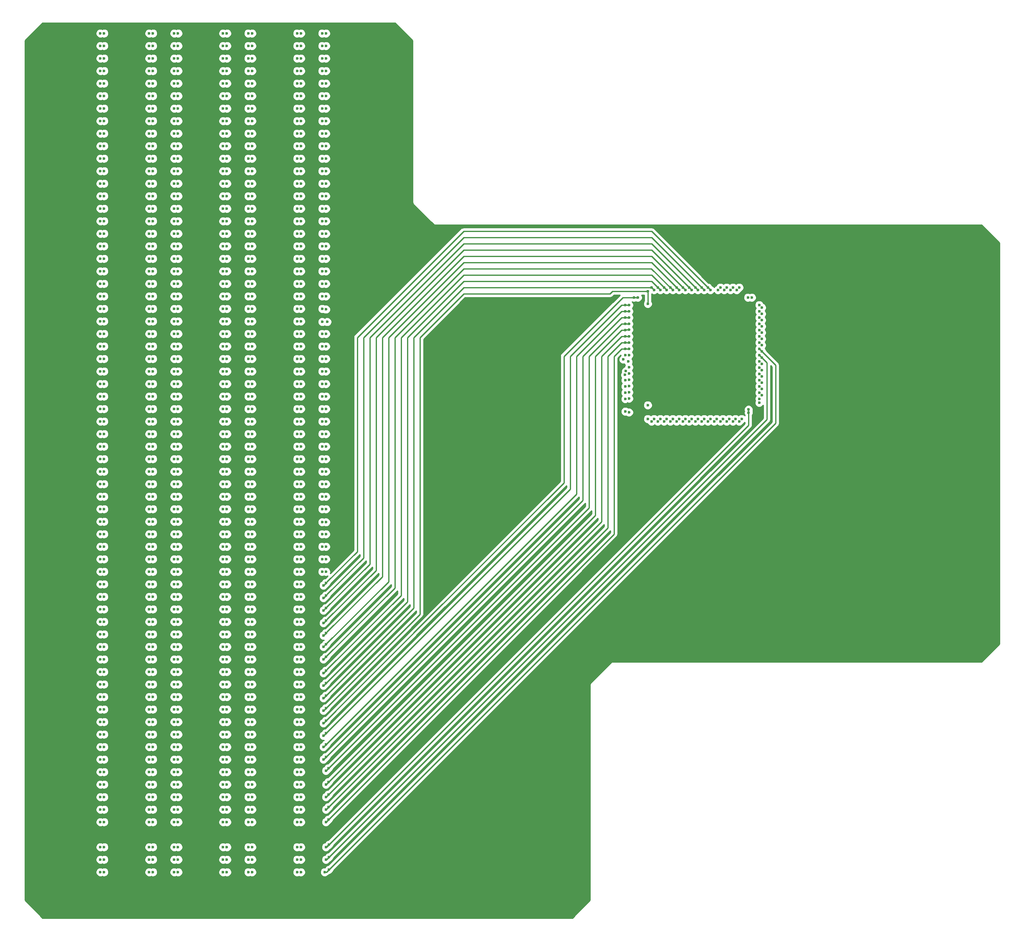
<source format=gbr>
G04 #@! TF.FileFunction,Copper,L2,Inr,Signal*
%FSLAX46Y46*%
G04 Gerber Fmt 4.6, Leading zero omitted, Abs format (unit mm)*
G04 Created by KiCad (PCBNEW 4.0.5) date Thursday, May 11, 2017 'PMt' 05:16:29 PM*
%MOMM*%
%LPD*%
G01*
G04 APERTURE LIST*
%ADD10C,0.100000*%
%ADD11C,0.600000*%
%ADD12C,0.254000*%
G04 APERTURE END LIST*
D10*
D11*
X67500000Y-205000000D03*
X67500000Y-200000000D03*
X67500000Y-195000000D03*
X67500000Y-190000000D03*
X67500000Y-185000000D03*
X67500000Y-180000000D03*
X67500000Y-175000000D03*
X67500000Y-170000000D03*
X67500000Y-165000000D03*
X67500000Y-160000000D03*
X67500000Y-155000000D03*
X67500000Y-150000000D03*
X67500000Y-145000000D03*
X67500000Y-140000000D03*
X67500000Y-135000000D03*
X67500000Y-130000000D03*
X67500000Y-125000000D03*
X67500000Y-120000000D03*
X67500000Y-115000000D03*
X67500000Y-110000000D03*
X67500000Y-105000000D03*
X67500000Y-100000000D03*
X67500000Y-95000000D03*
X67500000Y-90000000D03*
X67500000Y-85000000D03*
X67500000Y-80000000D03*
X67500000Y-75000000D03*
X67500000Y-70000000D03*
X67500000Y-65000000D03*
X67500000Y-60000000D03*
X67500000Y-55000000D03*
X67500000Y-50000000D03*
X67500000Y-45000000D03*
X67500000Y-40000000D03*
X67500000Y-35000000D03*
X130000000Y-35000000D03*
X135000000Y-35000000D03*
X140000000Y-35000000D03*
X140000000Y-40000000D03*
X135000000Y-40000000D03*
X140000000Y-45000000D03*
X67500000Y-210000000D03*
X80000000Y-210000000D03*
X95000000Y-210000000D03*
X110000000Y-210000000D03*
X125000000Y-210000000D03*
X130000000Y-205000000D03*
X130000000Y-210000000D03*
X135000000Y-210000000D03*
X135000000Y-205000000D03*
X175000000Y-210000000D03*
X160000000Y-210000000D03*
X165000000Y-210000000D03*
X165000000Y-205000000D03*
X215000000Y-150000000D03*
X210000000Y-150000000D03*
X205000000Y-150000000D03*
X200000000Y-150000000D03*
X195000000Y-150000000D03*
X200000000Y-145000000D03*
X205000000Y-145000000D03*
X210000000Y-145000000D03*
X215000000Y-145000000D03*
X220000000Y-145000000D03*
X225000000Y-140000000D03*
X220000000Y-140000000D03*
X215000000Y-140000000D03*
X210000000Y-140000000D03*
X205000000Y-140000000D03*
X210000000Y-135000000D03*
X215000000Y-135000000D03*
X220000000Y-135000000D03*
X225000000Y-135000000D03*
X230000000Y-135000000D03*
X235000000Y-130000000D03*
X230000000Y-130000000D03*
X225000000Y-130000000D03*
X220000000Y-130000000D03*
X215000000Y-130000000D03*
X220000000Y-125000000D03*
X225000000Y-125000000D03*
X230000000Y-125000000D03*
X235000000Y-125000000D03*
X240000000Y-125000000D03*
X245000000Y-120000000D03*
X240000000Y-120000000D03*
X235000000Y-120000000D03*
X230000000Y-120000000D03*
X225000000Y-120000000D03*
X230000000Y-115000000D03*
X235000000Y-115000000D03*
X240000000Y-115000000D03*
X245000000Y-115000000D03*
X245000000Y-110000000D03*
X240000000Y-110000000D03*
X235000000Y-110000000D03*
X230000000Y-110000000D03*
X230000000Y-105000000D03*
X235000000Y-105000000D03*
X240000000Y-105000000D03*
X245000000Y-105000000D03*
X245000000Y-100000000D03*
X240000000Y-100000000D03*
X235000000Y-100000000D03*
X230000000Y-100000000D03*
X225000000Y-95000000D03*
X230000000Y-95000000D03*
X235000000Y-95000000D03*
X240000000Y-95000000D03*
X245000000Y-95000000D03*
X240000000Y-90000000D03*
X235000000Y-90000000D03*
X230000000Y-90000000D03*
X225000000Y-90000000D03*
X220000000Y-90000000D03*
X210000000Y-90000000D03*
X205000000Y-90000000D03*
X200000000Y-90000000D03*
X195000000Y-90000000D03*
X190000000Y-95000000D03*
X195000000Y-95000000D03*
X200000000Y-95000000D03*
X205000000Y-95000000D03*
X210000000Y-95000000D03*
X210000000Y-110000000D03*
X205000000Y-110000000D03*
X200000000Y-110000000D03*
X195000000Y-110000000D03*
X190000000Y-105000000D03*
X190000000Y-100000000D03*
X195000000Y-100000000D03*
X200000000Y-100000000D03*
X205000000Y-100000000D03*
X210000000Y-100000000D03*
X210000000Y-105000000D03*
X205000000Y-105000000D03*
X200000000Y-105000000D03*
X195000000Y-105000000D03*
X170000000Y-115000000D03*
X165000000Y-115000000D03*
X160000000Y-115000000D03*
X155000000Y-115000000D03*
X155000000Y-110000000D03*
X160000000Y-110000000D03*
X165000000Y-110000000D03*
X170000000Y-110000000D03*
X170000000Y-105000000D03*
X165000000Y-105000000D03*
X160000000Y-105000000D03*
X155000000Y-105000000D03*
X150000000Y-100000000D03*
X155000000Y-100000000D03*
X160000000Y-100000000D03*
X165000000Y-100000000D03*
X170000000Y-100000000D03*
X170000000Y-95000000D03*
X165000000Y-95000000D03*
X160000000Y-95000000D03*
X155000000Y-95000000D03*
X150000000Y-95000000D03*
X155000000Y-90000000D03*
X160000000Y-90000000D03*
X165000000Y-90000000D03*
X170000000Y-90000000D03*
X195000000Y-75000000D03*
X200000000Y-75000000D03*
X200000000Y-80000000D03*
X205000000Y-85000000D03*
X205000000Y-80000000D03*
X205000000Y-75000000D03*
X210000000Y-80000000D03*
X210000000Y-75000000D03*
X215000000Y-80000000D03*
X215000000Y-75000000D03*
X220000000Y-80000000D03*
X225000000Y-80000000D03*
X220000000Y-75000000D03*
X225000000Y-75000000D03*
X230000000Y-75000000D03*
X230000000Y-80000000D03*
X235000000Y-80000000D03*
X235000000Y-75000000D03*
X240000000Y-75000000D03*
X245000000Y-75000000D03*
X250000000Y-75000000D03*
X255000000Y-75000000D03*
X260000000Y-115000000D03*
X260000000Y-110000000D03*
X260000000Y-105000000D03*
X260000000Y-100000000D03*
X260000000Y-95000000D03*
X255000000Y-90000000D03*
X260000000Y-90000000D03*
X260000000Y-85000000D03*
X260000000Y-80000000D03*
X255000000Y-80000000D03*
X255000000Y-85000000D03*
X250000000Y-85000000D03*
X250000000Y-80000000D03*
X245000000Y-80000000D03*
X240000000Y-80000000D03*
X245000000Y-85000000D03*
X250000000Y-90000000D03*
X255000000Y-95000000D03*
X255000000Y-100000000D03*
X255000000Y-105000000D03*
X255000000Y-110000000D03*
X255000000Y-115000000D03*
X255000000Y-120000000D03*
X260000000Y-120000000D03*
X255000000Y-125000000D03*
X260000000Y-125000000D03*
X260000000Y-130000000D03*
X255000000Y-130000000D03*
X250000000Y-130000000D03*
X245000000Y-135000000D03*
X250000000Y-135000000D03*
X255000000Y-135000000D03*
X260000000Y-135000000D03*
X260000000Y-140000000D03*
X255000000Y-140000000D03*
X250000000Y-140000000D03*
X245000000Y-140000000D03*
X240000000Y-140000000D03*
X235000000Y-145000000D03*
X240000000Y-145000000D03*
X245000000Y-145000000D03*
X250000000Y-145000000D03*
X255000000Y-145000000D03*
X260000000Y-145000000D03*
X260000000Y-150000000D03*
X255000000Y-150000000D03*
X250000000Y-150000000D03*
X245000000Y-150000000D03*
X240000000Y-150000000D03*
X235000000Y-150000000D03*
X230000000Y-150000000D03*
X225000000Y-155000000D03*
X230000000Y-155000000D03*
X235000000Y-155000000D03*
X240000000Y-155000000D03*
X245000000Y-155000000D03*
X250000000Y-155000000D03*
X255000000Y-155000000D03*
X260000000Y-155000000D03*
X260000000Y-160000000D03*
X255000000Y-160000000D03*
X250000000Y-160000000D03*
X245000000Y-160000000D03*
X240000000Y-160000000D03*
X235000000Y-160000000D03*
X230000000Y-160000000D03*
X225000000Y-160000000D03*
X220000000Y-160000000D03*
X215000000Y-160000000D03*
X210000000Y-160000000D03*
X205000000Y-160000000D03*
X200000000Y-160000000D03*
X195000000Y-160000000D03*
X190000000Y-160000000D03*
X180000000Y-165000000D03*
X185000000Y-160000000D03*
X180000000Y-160000000D03*
X175000000Y-160000000D03*
X170000000Y-165000000D03*
X175000000Y-165000000D03*
X175000000Y-170000000D03*
X170000000Y-170000000D03*
X165000000Y-170000000D03*
X160000000Y-175000000D03*
X165000000Y-175000000D03*
X170000000Y-175000000D03*
X175000000Y-175000000D03*
X175000000Y-180000000D03*
X170000000Y-180000000D03*
X165000000Y-180000000D03*
X160000000Y-180000000D03*
X155000000Y-180000000D03*
X155000000Y-185000000D03*
X160000000Y-185000000D03*
X165000000Y-185000000D03*
X170000000Y-185000000D03*
X175000000Y-185000000D03*
X175000000Y-190000000D03*
X170000000Y-190000000D03*
X165000000Y-190000000D03*
X160000000Y-190000000D03*
X155000000Y-190000000D03*
X150000000Y-190000000D03*
X150000000Y-185000000D03*
X145000000Y-190000000D03*
X140000000Y-195000000D03*
X135000000Y-200000000D03*
X140000000Y-200000000D03*
X145000000Y-200000000D03*
X145000000Y-195000000D03*
X150000000Y-195000000D03*
X155000000Y-195000000D03*
X160000000Y-195000000D03*
X165000000Y-195000000D03*
X170000000Y-195000000D03*
X175000000Y-195000000D03*
X175000000Y-200000000D03*
X170000000Y-200000000D03*
X165000000Y-200000000D03*
X160000000Y-200000000D03*
X155000000Y-200000000D03*
X150000000Y-200000000D03*
X150000000Y-205000000D03*
X150000000Y-210000000D03*
X145000000Y-210000000D03*
X80744000Y-197358000D03*
X95744000Y-197358000D03*
X110744000Y-197358000D03*
X79982000Y-197358000D03*
X94982000Y-197358000D03*
X109982000Y-197358000D03*
X89888000Y-197358000D03*
X104888000Y-197358000D03*
X119888000Y-197358000D03*
X90650000Y-197358000D03*
X105650000Y-197358000D03*
X120650000Y-197358000D03*
X187198000Y-110160000D03*
X126238000Y-196850000D03*
X125730000Y-197358000D03*
X186436000Y-110236000D03*
X126365000Y-204470000D03*
X80744000Y-204978000D03*
X95744000Y-204978000D03*
X79982000Y-204978000D03*
X94982000Y-204978000D03*
X89888000Y-204978000D03*
X104888000Y-204978000D03*
X90650000Y-204978000D03*
X105650000Y-204978000D03*
X110744000Y-204978000D03*
X109982000Y-204978000D03*
X119888000Y-204978000D03*
X120650000Y-204978000D03*
X214122000Y-99314000D03*
X125476000Y-204978000D03*
X213614000Y-98806000D03*
X126365000Y-201930000D03*
X80744000Y-202438000D03*
X95744000Y-202438000D03*
X110744000Y-202438000D03*
X79982000Y-202438000D03*
X94982000Y-202438000D03*
X109982000Y-202438000D03*
X89888000Y-202438000D03*
X104888000Y-202438000D03*
X119888000Y-202438000D03*
X90650000Y-202438000D03*
X105650000Y-202438000D03*
X120650000Y-202438000D03*
X214122000Y-100584000D03*
X125730000Y-202438000D03*
X213614000Y-100076000D03*
X126365000Y-199390000D03*
X211455054Y-111760000D03*
X211455000Y-111125000D03*
X80744000Y-199898000D03*
X95744000Y-199898000D03*
X110744000Y-199898000D03*
X79982000Y-199898000D03*
X94982000Y-199898000D03*
X109982000Y-199898000D03*
X89888000Y-199898000D03*
X104888000Y-199898000D03*
X119888000Y-199898000D03*
X90650000Y-199898000D03*
X105650000Y-199898000D03*
X120650000Y-199898000D03*
X125730000Y-199898000D03*
X187198000Y-98806000D03*
X186436000Y-98806000D03*
X80744000Y-194818000D03*
X95744000Y-194818000D03*
X110744000Y-194818000D03*
X79982000Y-194818000D03*
X94982000Y-194818000D03*
X109982000Y-194818000D03*
X89888000Y-194818000D03*
X104888000Y-194818000D03*
X119888000Y-194818000D03*
X90650000Y-194818000D03*
X105650000Y-194818000D03*
X120650000Y-194818000D03*
X126238000Y-194310000D03*
X125730000Y-194818000D03*
X187198000Y-97536000D03*
X186436000Y-97536000D03*
X80744000Y-192278000D03*
X95744000Y-192278000D03*
X110744000Y-192278000D03*
X79982000Y-192278000D03*
X94982000Y-192278000D03*
X109982000Y-192278000D03*
X89888000Y-192278000D03*
X104888000Y-192278000D03*
X119888000Y-192278000D03*
X90650000Y-192278000D03*
X105650000Y-192278000D03*
X120650000Y-192278000D03*
X126238000Y-191770000D03*
X125730000Y-192278000D03*
X187198000Y-96266000D03*
X186436000Y-96266000D03*
X80744000Y-189738000D03*
X95744000Y-189738000D03*
X110744000Y-189738000D03*
X79982000Y-189738000D03*
X94982000Y-189738000D03*
X109982000Y-189738000D03*
X89888000Y-189738000D03*
X104888000Y-189738000D03*
X119888000Y-189738000D03*
X90650000Y-189738000D03*
X105650000Y-189738000D03*
X120650000Y-189738000D03*
X126238000Y-189230000D03*
X125730000Y-189738000D03*
X186435992Y-94996000D03*
X80744000Y-187198000D03*
X95744000Y-187198000D03*
X110744000Y-187198000D03*
X79982000Y-187198000D03*
X94982000Y-187198000D03*
X109982000Y-187198000D03*
X89888000Y-187198000D03*
X104888000Y-187198000D03*
X119888000Y-187198000D03*
X90650000Y-187198000D03*
X105650000Y-187198000D03*
X120650000Y-187198000D03*
X187198000Y-94920000D03*
X126238000Y-186690000D03*
X125730000Y-187198000D03*
X187198000Y-93726000D03*
X186436006Y-93726000D03*
X80744000Y-184658000D03*
X95744000Y-184658000D03*
X110744000Y-184658000D03*
X79982000Y-184658000D03*
X94982000Y-184658000D03*
X109982000Y-184658000D03*
X89888000Y-184658000D03*
X104888000Y-184658000D03*
X119888000Y-184658000D03*
X90650000Y-184658000D03*
X105650000Y-184658000D03*
X120650000Y-184658000D03*
X126238000Y-183896000D03*
X125730000Y-184404000D03*
X186436000Y-92456000D03*
X187198000Y-92456000D03*
X80744000Y-182118000D03*
X95744000Y-182118000D03*
X110744000Y-182118000D03*
X79982000Y-182118000D03*
X94982000Y-182118000D03*
X109982000Y-182118000D03*
X89888000Y-182118000D03*
X104888000Y-182118000D03*
X119888000Y-182118000D03*
X90650000Y-182118000D03*
X105650000Y-182118000D03*
X120650000Y-182118000D03*
X125730000Y-181610000D03*
X125222000Y-182118000D03*
X187198000Y-91186000D03*
X186436000Y-91186008D03*
X80744000Y-179578000D03*
X95744000Y-179578000D03*
X110744000Y-179578000D03*
X79982000Y-179578000D03*
X94982000Y-179578000D03*
X109982000Y-179578000D03*
X89888000Y-179578000D03*
X104888000Y-179578000D03*
X119888000Y-179578000D03*
X90650000Y-179578000D03*
X105650000Y-179578000D03*
X120650000Y-179578000D03*
X125730000Y-179070000D03*
X125222000Y-179578000D03*
X186436000Y-89916000D03*
X187198000Y-89916000D03*
X80744000Y-177038000D03*
X95744000Y-177038000D03*
X110744000Y-177038000D03*
X79982000Y-177038000D03*
X94982000Y-177038000D03*
X109982000Y-177038000D03*
X89888000Y-177038000D03*
X104888000Y-177038000D03*
X119888000Y-177038000D03*
X90650000Y-177038000D03*
X105650000Y-177038000D03*
X120650000Y-177038000D03*
X125730000Y-176784000D03*
X125222000Y-177292000D03*
X188976000Y-88392000D03*
X80744000Y-174498000D03*
X95744000Y-174498000D03*
X110744000Y-174498000D03*
X79982000Y-174498000D03*
X94982000Y-174498000D03*
X109982000Y-174498000D03*
X89888000Y-174498000D03*
X104888000Y-174498000D03*
X119888000Y-174498000D03*
X90650000Y-174498000D03*
X105650000Y-174498000D03*
X120650000Y-174498000D03*
X125730000Y-174244000D03*
X125222000Y-174752000D03*
X188214000Y-88392000D03*
X80744000Y-171958000D03*
X95744000Y-171958000D03*
X110744000Y-171958000D03*
X79982000Y-171958000D03*
X94982000Y-171958000D03*
X109982000Y-171958000D03*
X89888000Y-171958000D03*
X104888000Y-171958000D03*
X119888000Y-171958000D03*
X90650000Y-171958000D03*
X105650000Y-171958000D03*
X120650000Y-171958000D03*
X191008000Y-89662000D03*
X125730000Y-171704000D03*
X125222000Y-172212000D03*
X191008000Y-87122000D03*
X191770000Y-86360000D03*
X192278000Y-86868000D03*
X80744000Y-169418000D03*
X95744000Y-169418000D03*
X110744000Y-169418000D03*
X79982000Y-169418000D03*
X94982000Y-169418000D03*
X109982000Y-169418000D03*
X89888000Y-169418000D03*
X104888000Y-169418000D03*
X119888000Y-169418000D03*
X90650000Y-169418000D03*
X105650000Y-169418000D03*
X120650000Y-169418000D03*
X125730000Y-169164000D03*
X125222000Y-169672000D03*
X193548000Y-86868000D03*
X193040014Y-86360000D03*
X80744000Y-166878000D03*
X95744000Y-166878000D03*
X110744000Y-166878000D03*
X79982000Y-166878000D03*
X94982000Y-166878000D03*
X109982000Y-166878000D03*
X89888000Y-166878000D03*
X104888000Y-166878000D03*
X119888000Y-166878000D03*
X90650000Y-166878000D03*
X105650000Y-166878000D03*
X120650000Y-166878000D03*
X125730000Y-166624000D03*
X125222000Y-167132000D03*
X80744000Y-164338000D03*
X95744000Y-164338000D03*
X110744000Y-164338000D03*
X79982000Y-164338000D03*
X94982000Y-164338000D03*
X109982000Y-164338000D03*
X89888000Y-164338000D03*
X104888000Y-164338000D03*
X119888000Y-164338000D03*
X90650000Y-164338000D03*
X105650000Y-164338000D03*
X120650000Y-164338000D03*
X194310000Y-86360000D03*
X125730000Y-164084000D03*
X125222000Y-164592000D03*
X194818000Y-86868000D03*
X80744000Y-161798000D03*
X95744000Y-161798000D03*
X110744000Y-161798000D03*
X79982000Y-161798000D03*
X94982000Y-161798000D03*
X109982000Y-161798000D03*
X89888000Y-161798000D03*
X104888000Y-161798000D03*
X119888000Y-161798000D03*
X90650000Y-161798000D03*
X105650000Y-161798000D03*
X120650000Y-161798000D03*
X195580000Y-86360000D03*
X125730000Y-161290000D03*
X125222000Y-161798000D03*
X196088000Y-86868000D03*
X80744000Y-159258000D03*
X95744000Y-159258000D03*
X110744000Y-159258000D03*
X79982000Y-159258000D03*
X94982000Y-159258000D03*
X109982000Y-159258000D03*
X89888000Y-159258000D03*
X104888000Y-159258000D03*
X119888000Y-159258000D03*
X90650000Y-159258000D03*
X105650000Y-159258000D03*
X120650000Y-159258000D03*
X196850000Y-86360000D03*
X125730000Y-158750000D03*
X125222000Y-159258000D03*
X197358000Y-86868000D03*
X80744000Y-156718000D03*
X95744000Y-156718000D03*
X110744000Y-156718000D03*
X79982000Y-156718000D03*
X94982000Y-156718000D03*
X109982000Y-156718000D03*
X89888000Y-156718000D03*
X104888000Y-156718000D03*
X119888000Y-156718000D03*
X90650000Y-156718000D03*
X105650000Y-156718000D03*
X120650000Y-156718000D03*
X198120000Y-86360000D03*
X125730000Y-156464000D03*
X125222000Y-156972000D03*
X198628000Y-86868000D03*
X80744000Y-154178000D03*
X95744000Y-154178000D03*
X110744000Y-154178000D03*
X79982000Y-154178000D03*
X94982000Y-154178000D03*
X109982000Y-154178000D03*
X89888000Y-154178000D03*
X104888000Y-154178000D03*
X119888000Y-154178000D03*
X90650000Y-154178000D03*
X105650000Y-154178000D03*
X120650000Y-154178000D03*
X199390000Y-86360000D03*
X125730000Y-153924000D03*
X125222000Y-154432000D03*
X199898000Y-86868000D03*
X80744000Y-151638000D03*
X95744000Y-151638000D03*
X110744000Y-151638000D03*
X79982000Y-151638000D03*
X94982000Y-151638000D03*
X109982000Y-151638000D03*
X89888000Y-151638000D03*
X104888000Y-151638000D03*
X119888000Y-151638000D03*
X90650000Y-151638000D03*
X105650000Y-151638000D03*
X120650000Y-151638000D03*
X200660000Y-86360000D03*
X125730000Y-151384000D03*
X125222000Y-151892000D03*
X201168000Y-86868000D03*
X80744000Y-149098000D03*
X95744000Y-149098000D03*
X110744000Y-149098000D03*
X79982000Y-149098000D03*
X94982000Y-149098000D03*
X109982000Y-149098000D03*
X89888000Y-149098000D03*
X104888000Y-149098000D03*
X119888000Y-149098000D03*
X90650000Y-149098000D03*
X105650000Y-149098000D03*
X120650000Y-149098000D03*
X201930000Y-86360000D03*
X125730000Y-148844000D03*
X125222000Y-149352000D03*
X202438000Y-86868000D03*
X80744000Y-146558000D03*
X95744000Y-146558000D03*
X110744000Y-146558000D03*
X79982000Y-146558000D03*
X94982000Y-146558000D03*
X109982000Y-146558000D03*
X89888000Y-146558000D03*
X104888000Y-146558000D03*
X119888000Y-146558000D03*
X90650000Y-146558000D03*
X105650000Y-146558000D03*
X120650000Y-146558000D03*
X203200000Y-86360000D03*
X125730000Y-146304000D03*
X125222000Y-146812000D03*
X203708000Y-86868000D03*
X80744000Y-144018000D03*
X95744000Y-144018000D03*
X110744000Y-144018000D03*
X79982000Y-144018000D03*
X94982000Y-144018000D03*
X109982000Y-144018000D03*
X89888000Y-144018000D03*
X104888000Y-144018000D03*
X119888000Y-144018000D03*
X90650000Y-144018000D03*
X105650000Y-144018000D03*
X120650000Y-144018000D03*
X205740000Y-86360000D03*
X125730000Y-144018000D03*
X124968000Y-144018000D03*
X205232000Y-86868000D03*
X80744000Y-141478000D03*
X95744000Y-141478000D03*
X110744000Y-141478000D03*
X79982000Y-141478000D03*
X94982000Y-141478000D03*
X109982000Y-141478000D03*
X89888000Y-141478000D03*
X104888000Y-141478000D03*
X119888000Y-141478000D03*
X90650000Y-141478000D03*
X105650000Y-141478000D03*
X120650000Y-141478000D03*
X207010000Y-86360000D03*
X125730000Y-141478000D03*
X124968000Y-141478000D03*
X206502000Y-86868000D03*
X80744000Y-138938000D03*
X95744000Y-138938000D03*
X110744000Y-138938000D03*
X79982000Y-138938000D03*
X94982000Y-138938000D03*
X109982000Y-138938000D03*
X89888000Y-138938000D03*
X104888000Y-138938000D03*
X119888000Y-138938000D03*
X90650000Y-138938000D03*
X105650000Y-138938000D03*
X120650000Y-138938000D03*
X208280000Y-86360000D03*
X125730000Y-138938000D03*
X124968000Y-138938000D03*
X207772000Y-86868000D03*
X209550000Y-86360000D03*
X80744000Y-136398000D03*
X95744000Y-136398000D03*
X110744000Y-136398000D03*
X79982000Y-136398000D03*
X94982000Y-136398000D03*
X109982000Y-136398000D03*
X89888000Y-136398000D03*
X104888000Y-136398000D03*
X119888000Y-136398000D03*
X90650000Y-136398000D03*
X105650000Y-136398000D03*
X120650000Y-136398000D03*
X125730000Y-136398000D03*
X124968000Y-136398000D03*
X209042000Y-86868000D03*
X80744000Y-133858000D03*
X95744000Y-133858000D03*
X110744000Y-133858000D03*
X79982000Y-133858000D03*
X94982000Y-133858000D03*
X109982000Y-133858000D03*
X89888000Y-133858000D03*
X104888000Y-133858000D03*
X119888000Y-133858000D03*
X90650000Y-133858000D03*
X105650000Y-133858000D03*
X120650000Y-133858000D03*
X212090000Y-88392000D03*
X125730000Y-133970000D03*
X124968000Y-133970000D03*
X211328000Y-88392000D03*
X80744000Y-131318000D03*
X95744000Y-131318000D03*
X110744000Y-131318000D03*
X79982000Y-131318000D03*
X94982000Y-131318000D03*
X109982000Y-131318000D03*
X89888000Y-131318000D03*
X104888000Y-131318000D03*
X119888000Y-131318000D03*
X90650000Y-131318000D03*
X105650000Y-131318000D03*
X120650000Y-131318000D03*
X214122000Y-90424000D03*
X125730000Y-131318000D03*
X124968000Y-131318000D03*
X213614000Y-89916000D03*
X80744000Y-128778000D03*
X95744000Y-128778000D03*
X110744000Y-128778000D03*
X79982000Y-128778000D03*
X94982000Y-128778000D03*
X109982000Y-128778000D03*
X89888000Y-128778000D03*
X104888000Y-128778000D03*
X119888000Y-128778000D03*
X90650000Y-128778000D03*
X105650000Y-128778000D03*
X120650000Y-128778000D03*
X214122000Y-91694000D03*
X125730000Y-128778000D03*
X124968000Y-128778000D03*
X213614000Y-91186000D03*
X80744000Y-126238000D03*
X95744000Y-126238000D03*
X110744000Y-126238000D03*
X79982000Y-126238000D03*
X94982000Y-126238000D03*
X109982000Y-126238000D03*
X89888000Y-126238000D03*
X104888000Y-126238000D03*
X119888000Y-126238000D03*
X90650000Y-126238000D03*
X105650000Y-126238000D03*
X120650000Y-126238000D03*
X214122000Y-92964000D03*
X125730000Y-126238000D03*
X124968000Y-126238000D03*
X213614000Y-92456000D03*
X80744000Y-123698000D03*
X95744000Y-123698000D03*
X110744000Y-123698000D03*
X79982000Y-123698000D03*
X94982000Y-123698000D03*
X109982000Y-123698000D03*
X89888000Y-123698000D03*
X104888000Y-123698000D03*
X119888000Y-123698000D03*
X90650000Y-123698000D03*
X105650000Y-123698000D03*
X120650000Y-123698000D03*
X214122000Y-94234000D03*
X125730000Y-123698000D03*
X124968000Y-123698000D03*
X213614000Y-93726000D03*
X80744000Y-121158000D03*
X95744000Y-121158000D03*
X110744000Y-121158000D03*
X79982000Y-121158000D03*
X94982000Y-121158000D03*
X109982000Y-121158000D03*
X89888000Y-121158000D03*
X104888000Y-121158000D03*
X119888000Y-121158000D03*
X90650000Y-121158000D03*
X105650000Y-121158000D03*
X120650000Y-121158000D03*
X214122000Y-95504000D03*
X125730000Y-121158000D03*
X124968000Y-121158000D03*
X213614000Y-94996000D03*
X80744000Y-118618000D03*
X95744000Y-118618000D03*
X110744000Y-118618000D03*
X79982000Y-118618000D03*
X94982000Y-118618000D03*
X109982000Y-118618000D03*
X89888000Y-118618000D03*
X104888000Y-118618000D03*
X119888000Y-118618000D03*
X90650000Y-118618000D03*
X105650000Y-118618000D03*
X120650000Y-118618000D03*
X214122000Y-96774000D03*
X125730000Y-118618000D03*
X124968000Y-118618000D03*
X213614000Y-96266000D03*
X80744000Y-116078000D03*
X95744000Y-116078000D03*
X110744000Y-116078000D03*
X79982000Y-116078000D03*
X94982000Y-116078000D03*
X109982000Y-116078000D03*
X89888000Y-116078000D03*
X104888000Y-116078000D03*
X119888000Y-116078000D03*
X90650000Y-116078000D03*
X105650000Y-116078000D03*
X120650000Y-116078000D03*
X214122000Y-98044000D03*
X125730000Y-116078000D03*
X124968000Y-116078000D03*
X213614000Y-97536000D03*
X80744000Y-113538000D03*
X95744000Y-113538000D03*
X110744000Y-113538000D03*
X79982000Y-113538000D03*
X94982000Y-113538000D03*
X109982000Y-113538000D03*
X89888000Y-113538000D03*
X104888000Y-113538000D03*
X119888000Y-113538000D03*
X90650000Y-113538000D03*
X105650000Y-113538000D03*
X120650000Y-113538000D03*
X214122000Y-101854000D03*
X125730000Y-113538000D03*
X124968000Y-113538000D03*
X213614000Y-101346000D03*
X80744000Y-110998000D03*
X95744000Y-110998000D03*
X110744000Y-110998000D03*
X79982000Y-110998000D03*
X94982000Y-110998000D03*
X109982000Y-110998000D03*
X89888000Y-110998000D03*
X104888000Y-110998000D03*
X119888000Y-110998000D03*
X90650000Y-110998000D03*
X105650000Y-110998000D03*
X120650000Y-110998000D03*
X214122000Y-103124000D03*
X125730000Y-110998000D03*
X124968000Y-110998000D03*
X213614000Y-102616000D03*
X80744000Y-108458000D03*
X95744000Y-108458000D03*
X110744000Y-108458000D03*
X79982000Y-108458000D03*
X94982000Y-108458000D03*
X109982000Y-108458000D03*
X89888000Y-108458000D03*
X104888000Y-108458000D03*
X119888000Y-108458000D03*
X90650000Y-108458000D03*
X105650000Y-108458000D03*
X120650000Y-108458000D03*
X214122000Y-104394000D03*
X125730000Y-108458000D03*
X124968000Y-108458000D03*
X213614000Y-103886000D03*
X80744000Y-105918000D03*
X95744000Y-105918000D03*
X110744000Y-105918000D03*
X79982000Y-105918000D03*
X94982000Y-105918000D03*
X109982000Y-105918000D03*
X89888000Y-105918000D03*
X104888000Y-105918000D03*
X119888000Y-105918000D03*
X90650000Y-105918000D03*
X105650000Y-105918000D03*
X120650000Y-105918000D03*
X214122000Y-105664000D03*
X125730000Y-105918000D03*
X124968000Y-105918000D03*
X213614000Y-105156000D03*
X80744000Y-103378000D03*
X95744000Y-103378000D03*
X110744000Y-103378000D03*
X79982000Y-103378000D03*
X94982000Y-103378000D03*
X109982000Y-103378000D03*
X89888000Y-103378000D03*
X104888000Y-103378000D03*
X119888000Y-103378000D03*
X90650000Y-103378000D03*
X105650000Y-103378000D03*
X120650000Y-103378000D03*
X214122000Y-106934000D03*
X125730000Y-103378000D03*
X124968000Y-103378000D03*
X213614000Y-106426000D03*
X80744000Y-100838000D03*
X95744000Y-100838000D03*
X110744000Y-100838000D03*
X79982000Y-100838000D03*
X94982000Y-100838000D03*
X109982000Y-100838000D03*
X89888000Y-100838000D03*
X104888000Y-100838000D03*
X119888000Y-100838000D03*
X90650000Y-100838000D03*
X105650000Y-100838000D03*
X120650000Y-100838000D03*
X214122000Y-108204000D03*
X125730000Y-100838000D03*
X124968000Y-100838000D03*
X213614000Y-107696000D03*
X80744000Y-98298000D03*
X95744000Y-98298000D03*
X110744000Y-98298000D03*
X79982000Y-98298000D03*
X94982000Y-98298000D03*
X109982000Y-98298000D03*
X89888000Y-98298000D03*
X104888000Y-98298000D03*
X119888000Y-98298000D03*
X90650000Y-98298000D03*
X105650000Y-98298000D03*
X120650000Y-98298000D03*
X213614000Y-109728000D03*
X125730000Y-98298000D03*
X124968000Y-98298000D03*
X213614000Y-108966000D03*
X80744000Y-95758000D03*
X95744000Y-95758000D03*
X110744000Y-95758000D03*
X79982000Y-95758000D03*
X94982000Y-95758000D03*
X109982000Y-95758000D03*
X89888000Y-95758000D03*
X104888000Y-95758000D03*
X119888000Y-95758000D03*
X90650000Y-95758000D03*
X105650000Y-95758000D03*
X120650000Y-95758000D03*
X209550000Y-113538000D03*
X125730000Y-95758000D03*
X124968000Y-95758000D03*
X210058000Y-113030000D03*
X80744000Y-93218000D03*
X95744000Y-93218000D03*
X110744000Y-93218000D03*
X79982000Y-93218000D03*
X94982000Y-93218000D03*
X109982000Y-93218000D03*
X89888000Y-93218000D03*
X104888000Y-93218000D03*
X119888000Y-93218000D03*
X90650000Y-93218000D03*
X105650000Y-93218000D03*
X120650000Y-93218000D03*
X208280000Y-113538000D03*
X125984000Y-93330000D03*
X124968000Y-93330000D03*
X208788000Y-113030000D03*
X125730000Y-90805000D03*
X80744000Y-90678000D03*
X95744000Y-90678000D03*
X110744000Y-90678000D03*
X79982000Y-90678000D03*
X94982000Y-90678000D03*
X109982000Y-90678000D03*
X89888000Y-90678000D03*
X104888000Y-90678000D03*
X119888000Y-90678000D03*
X90650000Y-90678000D03*
X105650000Y-90678000D03*
X120650000Y-90678000D03*
X207010000Y-113538000D03*
X124968000Y-90678000D03*
X207518000Y-113030000D03*
X80744000Y-88138000D03*
X95744000Y-88138000D03*
X110744000Y-88138000D03*
X79982000Y-88138000D03*
X94982000Y-88138000D03*
X109982000Y-88138000D03*
X89888000Y-88138000D03*
X104888000Y-88138000D03*
X119888000Y-88138000D03*
X90650000Y-88138000D03*
X105650000Y-88138000D03*
X120650000Y-88138000D03*
X205740000Y-113538000D03*
X125730000Y-88138000D03*
X124968000Y-88138000D03*
X206248000Y-113030000D03*
X80744000Y-85598000D03*
X95744000Y-85598000D03*
X110744000Y-85598000D03*
X79982000Y-85598000D03*
X94982000Y-85598000D03*
X109982000Y-85598000D03*
X89888000Y-85598000D03*
X104888000Y-85598000D03*
X119888000Y-85598000D03*
X90650000Y-85598000D03*
X105650000Y-85598000D03*
X120650000Y-85598000D03*
X204470000Y-113538000D03*
X125730000Y-85598000D03*
X124968000Y-85598000D03*
X204978000Y-113030000D03*
X80744000Y-83058000D03*
X95744000Y-83058000D03*
X110744000Y-83058000D03*
X79982000Y-83058000D03*
X94982000Y-83058000D03*
X109982000Y-83058000D03*
X89888000Y-83058000D03*
X104888000Y-83058000D03*
X119888000Y-83058000D03*
X90650000Y-83058000D03*
X105650000Y-83058000D03*
X120650000Y-83058000D03*
X203200000Y-113538000D03*
X125730000Y-83058000D03*
X124968000Y-83058000D03*
X203708000Y-113030000D03*
X80744000Y-80518000D03*
X95744000Y-80518000D03*
X110744000Y-80518000D03*
X79982000Y-80518000D03*
X94982000Y-80518000D03*
X109982000Y-80518000D03*
X89888000Y-80518000D03*
X104888000Y-80518000D03*
X119888000Y-80518000D03*
X90650000Y-80518000D03*
X105650000Y-80518000D03*
X120650000Y-80518000D03*
X201930000Y-113538000D03*
X125730000Y-80518000D03*
X124968000Y-80518000D03*
X202438000Y-113030000D03*
X80744000Y-77978000D03*
X95744000Y-77978000D03*
X110744000Y-77978000D03*
X79982000Y-77978000D03*
X94982000Y-77978000D03*
X109982000Y-77978000D03*
X89888000Y-77978000D03*
X104888000Y-77978000D03*
X119888000Y-77978000D03*
X90650000Y-77978000D03*
X105650000Y-77978000D03*
X120650000Y-77978000D03*
X200660000Y-113538000D03*
X125730000Y-77978000D03*
X124968000Y-77978000D03*
X201168000Y-113030000D03*
X80744000Y-75438000D03*
X95744000Y-75438000D03*
X110744000Y-75438000D03*
X79982000Y-75438000D03*
X94982000Y-75438000D03*
X109982000Y-75438000D03*
X89888000Y-75438000D03*
X104888000Y-75438000D03*
X119888000Y-75438000D03*
X90650000Y-75438000D03*
X105650000Y-75438000D03*
X120650000Y-75438000D03*
X199390000Y-113538000D03*
X125730000Y-75438000D03*
X124968000Y-75438000D03*
X199898000Y-113030000D03*
X80744000Y-72898000D03*
X95744000Y-72898000D03*
X110744000Y-72898000D03*
X79982000Y-72898000D03*
X94982000Y-72898000D03*
X109982000Y-72898000D03*
X89888000Y-72898000D03*
X104888000Y-72898000D03*
X119888000Y-72898000D03*
X90650000Y-72898000D03*
X105650000Y-72898000D03*
X120650000Y-72898000D03*
X198120000Y-113538000D03*
X125730000Y-72898000D03*
X124968000Y-72898000D03*
X198628000Y-113030000D03*
X80744000Y-70358000D03*
X95744000Y-70358000D03*
X110744000Y-70358000D03*
X79982000Y-70358000D03*
X94982000Y-70358000D03*
X109982000Y-70358000D03*
X89888000Y-70358000D03*
X104888000Y-70358000D03*
X119888000Y-70358000D03*
X90650000Y-70358000D03*
X105650000Y-70358000D03*
X120650000Y-70358000D03*
X196850000Y-113538000D03*
X125730000Y-70358000D03*
X124968000Y-70358000D03*
X197358000Y-113030000D03*
X80744000Y-67818000D03*
X95744000Y-67818000D03*
X110744000Y-67818000D03*
X79982000Y-67818000D03*
X94982000Y-67818000D03*
X109982000Y-67818000D03*
X89888000Y-67818000D03*
X104888000Y-67818000D03*
X119888000Y-67818000D03*
X90650000Y-67818000D03*
X105650000Y-67818000D03*
X120650000Y-67818000D03*
X195580000Y-113538000D03*
X125730000Y-67818000D03*
X124968000Y-67818000D03*
X196088000Y-113030000D03*
X80744000Y-65278000D03*
X95744000Y-65278000D03*
X110744000Y-65278000D03*
X79982000Y-65278000D03*
X94982000Y-65278000D03*
X109982000Y-65278000D03*
X89888000Y-65278000D03*
X104888000Y-65278000D03*
X119888000Y-65278000D03*
X90650000Y-65278000D03*
X105650000Y-65278000D03*
X120650000Y-65278000D03*
X194310000Y-113538000D03*
X125730000Y-65278000D03*
X124968000Y-65278000D03*
X194818000Y-113030000D03*
X80744000Y-62738000D03*
X95744000Y-62738000D03*
X110744000Y-62738000D03*
X79982000Y-62738000D03*
X94982000Y-62738000D03*
X109982000Y-62738000D03*
X89888000Y-62738000D03*
X104888000Y-62738000D03*
X119888000Y-62738000D03*
X90650000Y-62738000D03*
X105650000Y-62738000D03*
X120650000Y-62738000D03*
X193040000Y-113538000D03*
X125730000Y-62738000D03*
X124968000Y-62738000D03*
X193548000Y-113030000D03*
X80744000Y-60198000D03*
X95744000Y-60198000D03*
X110744000Y-60198000D03*
X79982000Y-60198000D03*
X94982000Y-60198000D03*
X109982000Y-60198000D03*
X89888000Y-60198000D03*
X104888000Y-60198000D03*
X119888000Y-60198000D03*
X90650000Y-60198000D03*
X105650000Y-60198000D03*
X120650000Y-60198000D03*
X191770000Y-113538000D03*
X125730000Y-60198000D03*
X124968000Y-60198000D03*
X192278000Y-113030000D03*
X80744000Y-57658000D03*
X95744000Y-57658000D03*
X110744000Y-57658000D03*
X79982000Y-57658000D03*
X94982000Y-57658000D03*
X109982000Y-57658000D03*
X89888000Y-57658000D03*
X104888000Y-57658000D03*
X119888000Y-57658000D03*
X90650000Y-57658000D03*
X105650000Y-57658000D03*
X120650000Y-57658000D03*
X191008000Y-110236000D03*
X125730000Y-57658000D03*
X124968000Y-57658000D03*
X191008000Y-113030000D03*
X80744000Y-55118000D03*
X95744000Y-55118000D03*
X110744000Y-55118000D03*
X79982000Y-55118000D03*
X94982000Y-55118000D03*
X109982000Y-55118000D03*
X89888000Y-55118000D03*
X104888000Y-55118000D03*
X119888000Y-55118000D03*
X90650000Y-55118000D03*
X105650000Y-55118000D03*
X120650000Y-55118000D03*
X187198000Y-111680000D03*
X125730000Y-55118000D03*
X124968000Y-55118000D03*
X186436000Y-111506000D03*
X80744000Y-52578000D03*
X95744000Y-52578000D03*
X110744000Y-52578000D03*
X79982000Y-52578000D03*
X94982000Y-52578000D03*
X109982000Y-52578000D03*
X89888000Y-52578000D03*
X104888000Y-52578000D03*
X119888000Y-52578000D03*
X90650000Y-52578000D03*
X105650000Y-52578000D03*
X120650000Y-52578000D03*
X187198000Y-108890000D03*
X125730000Y-52578000D03*
X124968000Y-52578000D03*
X186436000Y-108966000D03*
X80744000Y-50038000D03*
X95744000Y-50038000D03*
X110744000Y-50038000D03*
X79982000Y-50038000D03*
X94982000Y-50038000D03*
X109982000Y-50038000D03*
X89888000Y-50038000D03*
X104888000Y-50038000D03*
X119888000Y-50038000D03*
X90650000Y-50038000D03*
X105650000Y-50038000D03*
X120650000Y-50038000D03*
X187198000Y-107620000D03*
X125730000Y-50038000D03*
X124968000Y-50038000D03*
X186436000Y-107696000D03*
X80744000Y-47498000D03*
X95744000Y-47498000D03*
X110744000Y-47498000D03*
X79982000Y-47498000D03*
X94982000Y-47498000D03*
X109982000Y-47498000D03*
X89888000Y-47498000D03*
X104888000Y-47498000D03*
X119888000Y-47498000D03*
X90650000Y-47498000D03*
X105650000Y-47498000D03*
X120650000Y-47498000D03*
X187198000Y-106350000D03*
X125730000Y-47498000D03*
X124968000Y-47498000D03*
X186436000Y-106426000D03*
X80744000Y-44958000D03*
X95744000Y-44958000D03*
X110744000Y-44958000D03*
X79982000Y-44958000D03*
X94982000Y-44958000D03*
X109982000Y-44958000D03*
X89888000Y-44958000D03*
X104888000Y-44958000D03*
X119888000Y-44958000D03*
X90650000Y-44958000D03*
X105650000Y-44958000D03*
X120650000Y-44958000D03*
X187198000Y-105080000D03*
X125730000Y-44958000D03*
X124968000Y-44958000D03*
X186436000Y-105156000D03*
X187203402Y-103814151D03*
X186384592Y-104107068D03*
X80744000Y-42418000D03*
X95744000Y-42418000D03*
X110744000Y-42418000D03*
X79982000Y-42418000D03*
X94982000Y-42418000D03*
X109982000Y-42418000D03*
X89888000Y-42418000D03*
X104888000Y-42418000D03*
X119888000Y-42418000D03*
X90650000Y-42418000D03*
X105650000Y-42418000D03*
X120650000Y-42418000D03*
X125730000Y-42418000D03*
X124968000Y-42418000D03*
X186566521Y-103324731D03*
X80744000Y-39878000D03*
X95744000Y-39878000D03*
X110744000Y-39878000D03*
X79982000Y-39878000D03*
X94982000Y-39878000D03*
X109982000Y-39878000D03*
X89888000Y-39878000D03*
X104888000Y-39878000D03*
X119888000Y-39878000D03*
X90650000Y-39878000D03*
X105650000Y-39878000D03*
X120650000Y-39878000D03*
X187198000Y-102540000D03*
X125730000Y-39878000D03*
X124968000Y-39878000D03*
X186055000Y-100965018D03*
X187066210Y-101400626D03*
X80744000Y-37338000D03*
X95744000Y-37338000D03*
X110744000Y-37338000D03*
X79982000Y-37338000D03*
X94982000Y-37338000D03*
X109982000Y-37338000D03*
X89888000Y-37338000D03*
X104888000Y-37338000D03*
X119888000Y-37338000D03*
X90650000Y-37338000D03*
X105650000Y-37338000D03*
X120650000Y-37338000D03*
X125730000Y-37338000D03*
X124968000Y-37338000D03*
X187198000Y-100076000D03*
X186436000Y-100076000D03*
X80744000Y-34798000D03*
X95744000Y-34798000D03*
X110744000Y-34798000D03*
X79982000Y-34798000D03*
X94982000Y-34798000D03*
X109982000Y-34798000D03*
X89888000Y-34798000D03*
X104888000Y-34798000D03*
X119888000Y-34798000D03*
X90650000Y-34798000D03*
X105650000Y-34798000D03*
X120650000Y-34798000D03*
X125730000Y-34798000D03*
X124968000Y-34798000D03*
D12*
X145000000Y-210000000D02*
X150000000Y-210000000D01*
X126238000Y-196850000D02*
X185420000Y-137668000D01*
X185420000Y-137668000D02*
X185420000Y-111252000D01*
X185420000Y-111252000D02*
X186136001Y-110535999D01*
X186136001Y-110535999D02*
X186436000Y-110236000D01*
X186436000Y-110236000D02*
X187122000Y-110236000D01*
X187122000Y-110236000D02*
X187198000Y-110160000D01*
X126238000Y-196850000D02*
X125730000Y-197358000D01*
X213614000Y-98806000D02*
X216916000Y-102108000D01*
X216916000Y-102108000D02*
X216916000Y-113919000D01*
X216916000Y-113919000D02*
X126365000Y-204470000D01*
X126365000Y-204470000D02*
X125857000Y-204978000D01*
X125857000Y-204978000D02*
X125476000Y-204978000D01*
X213614000Y-100076000D02*
X215138000Y-101600000D01*
X215138000Y-101600000D02*
X215138000Y-113157000D01*
X215138000Y-113157000D02*
X126365000Y-201930000D01*
X126365000Y-201930000D02*
X125857000Y-202438000D01*
X125857000Y-202438000D02*
X125730000Y-202438000D01*
X211455054Y-111760000D02*
X211455054Y-111125054D01*
X211455054Y-111125054D02*
X211455000Y-111125000D01*
X125730000Y-199898000D02*
X126238000Y-199390000D01*
X126238000Y-199390000D02*
X126365000Y-199390000D01*
X126664999Y-199090001D02*
X126365000Y-199390000D01*
X211455054Y-111760000D02*
X211455054Y-114299946D01*
X211455054Y-114299946D02*
X126664999Y-199090001D01*
X125730000Y-200025000D02*
X126365000Y-199390000D01*
X186436000Y-98806000D02*
X185674000Y-98806000D01*
X185674000Y-98806000D02*
X184150000Y-100330000D01*
X184150000Y-100330000D02*
X184150000Y-136398000D01*
X184150000Y-136398000D02*
X125730000Y-194818000D01*
X186436000Y-98806000D02*
X187198000Y-98806000D01*
X186436000Y-97536000D02*
X185674000Y-97536000D01*
X185674000Y-97536000D02*
X182880000Y-100330000D01*
X182880000Y-100330000D02*
X182880000Y-135128000D01*
X182880000Y-135128000D02*
X125730000Y-192278000D01*
X186436000Y-97536000D02*
X187198000Y-97536000D01*
X186436000Y-96266000D02*
X185674000Y-96266000D01*
X185674000Y-96266000D02*
X181610000Y-100330000D01*
X181610000Y-100330000D02*
X181610000Y-133858000D01*
X181610000Y-133858000D02*
X125730000Y-189738000D01*
X186436000Y-96266000D02*
X187198000Y-96266000D01*
X186435992Y-94996000D02*
X185674000Y-94996000D01*
X185674000Y-94996000D02*
X180340000Y-100330000D01*
X180340000Y-100330000D02*
X180340000Y-132588000D01*
X180340000Y-132588000D02*
X125730000Y-187198000D01*
X187198000Y-94920000D02*
X186511992Y-94920000D01*
X186511992Y-94920000D02*
X186435992Y-94996000D01*
X186436006Y-93726000D02*
X185674000Y-93726000D01*
X185674000Y-93726000D02*
X179070000Y-100330000D01*
X179070000Y-100330000D02*
X179070000Y-131064000D01*
X179070000Y-131064000D02*
X125730000Y-184404000D01*
X186436006Y-93726000D02*
X187198000Y-93726000D01*
X186436000Y-92456000D02*
X185674000Y-92456000D01*
X185674000Y-92456000D02*
X177800000Y-100330000D01*
X177800000Y-100330000D02*
X177800000Y-129540000D01*
X177800000Y-129540000D02*
X125222000Y-182118000D01*
X187198000Y-92456000D02*
X186436000Y-92456000D01*
X125730000Y-179070000D02*
X176530000Y-128270000D01*
X176530000Y-128270000D02*
X176530000Y-100330000D01*
X176530000Y-100330000D02*
X185673992Y-91186008D01*
X185673992Y-91186008D02*
X186011736Y-91186008D01*
X186011736Y-91186008D02*
X186436000Y-91186008D01*
X187197992Y-91186008D02*
X187198000Y-91186000D01*
X186436000Y-91186008D02*
X187197992Y-91186008D01*
X125730000Y-179070000D02*
X125222000Y-179578000D01*
X125222000Y-177292000D02*
X175260000Y-127254000D01*
X175260000Y-100330000D02*
X185674000Y-89916000D01*
X175260000Y-127254000D02*
X175260000Y-100330000D01*
X185674000Y-89916000D02*
X186011736Y-89916000D01*
X186011736Y-89916000D02*
X186436000Y-89916000D01*
X187198000Y-89916000D02*
X186436000Y-89916000D01*
X188214000Y-88392000D02*
X185928000Y-88392000D01*
X185928000Y-88392000D02*
X173990000Y-100330000D01*
X173990000Y-100330000D02*
X173990000Y-125984000D01*
X173990000Y-125984000D02*
X146000000Y-153974000D01*
X146000000Y-153974000D02*
X125222000Y-174752000D01*
X188214000Y-88392000D02*
X188976000Y-88392000D01*
X191008000Y-87122000D02*
X183878000Y-87122000D01*
X144780000Y-152654000D02*
X143764000Y-153670000D01*
X183878000Y-87122000D02*
X183370000Y-87630000D01*
X183370000Y-87630000D02*
X153670000Y-87630000D01*
X144780000Y-96520000D02*
X144780000Y-152654000D01*
X153670000Y-87630000D02*
X144780000Y-96520000D01*
X143764000Y-153670000D02*
X125222000Y-172212000D01*
X191008000Y-87122000D02*
X191008000Y-89662000D01*
X153670000Y-86360000D02*
X191345736Y-86360000D01*
X143510000Y-96520000D02*
X153670000Y-86360000D01*
X143510000Y-151384000D02*
X143510000Y-96520000D01*
X125222000Y-169672000D02*
X143510000Y-151384000D01*
X191345736Y-86360000D02*
X191770000Y-86360000D01*
X192278000Y-86868000D02*
X191770000Y-86360000D01*
X193040014Y-86360000D02*
X193548000Y-86867986D01*
X193548000Y-86867986D02*
X193548000Y-86868000D01*
X193040000Y-86360000D02*
X193548000Y-86868000D01*
X142240000Y-96520000D02*
X153670000Y-85090000D01*
X192740015Y-86060001D02*
X193040014Y-86360000D01*
X142240000Y-150114000D02*
X142240000Y-96520000D01*
X125222000Y-167132000D02*
X142240000Y-150114000D01*
X153670000Y-85090000D02*
X191770014Y-85090000D01*
X191770014Y-85090000D02*
X192740015Y-86060001D01*
X194310000Y-86360000D02*
X191770000Y-83820000D01*
X191770000Y-83820000D02*
X153670000Y-83820000D01*
X153670000Y-83820000D02*
X140970000Y-96520000D01*
X140970000Y-96520000D02*
X140970000Y-148844000D01*
X140970000Y-148844000D02*
X126029999Y-163784001D01*
X126029999Y-163784001D02*
X125730000Y-164084000D01*
X194818000Y-86868000D02*
X194310000Y-86360000D01*
X125730000Y-164084000D02*
X125222000Y-164592000D01*
X196088000Y-86868000D02*
X195788001Y-86568001D01*
X195788001Y-86568001D02*
X195764815Y-86568001D01*
X195764815Y-86568001D02*
X191746815Y-82550000D01*
X191746815Y-82550000D02*
X153670000Y-82550000D01*
X139700000Y-147320000D02*
X125521999Y-161498001D01*
X153670000Y-82550000D02*
X139700000Y-96520000D01*
X139700000Y-96520000D02*
X139700000Y-147320000D01*
X125521999Y-161498001D02*
X125222000Y-161798000D01*
X197358000Y-86868000D02*
X191770000Y-81280000D01*
X191770000Y-81280000D02*
X153670000Y-81280000D01*
X153670000Y-81280000D02*
X138430000Y-96520000D01*
X138430000Y-96520000D02*
X138430000Y-146050000D01*
X138430000Y-146050000D02*
X125521999Y-158958001D01*
X125521999Y-158958001D02*
X125222000Y-159258000D01*
X198120000Y-86360000D02*
X191770000Y-80010000D01*
X191770000Y-80010000D02*
X153670000Y-80010000D01*
X137160000Y-145034000D02*
X126029999Y-156164001D01*
X126029999Y-156164001D02*
X125730000Y-156464000D01*
X153670000Y-80010000D02*
X137160000Y-96520000D01*
X137160000Y-96520000D02*
X137160000Y-145034000D01*
X198628000Y-86868000D02*
X198120000Y-86360000D01*
X125730000Y-156464000D02*
X125222000Y-156972000D01*
X199390000Y-86360000D02*
X191770000Y-78740000D01*
X191770000Y-78740000D02*
X153670000Y-78740000D01*
X135890000Y-96520000D02*
X135890000Y-143764000D01*
X153670000Y-78740000D02*
X135890000Y-96520000D01*
X135890000Y-143764000D02*
X126029999Y-153624001D01*
X126029999Y-153624001D02*
X125730000Y-153924000D01*
X199898000Y-86868000D02*
X199390000Y-86360000D01*
X125730000Y-153924000D02*
X125222000Y-154432000D01*
X200660000Y-86360000D02*
X191770000Y-77470000D01*
X191770000Y-77470000D02*
X153670000Y-77470000D01*
X153670000Y-77470000D02*
X134620000Y-96520000D01*
X134620000Y-96520000D02*
X134620000Y-142494000D01*
X134620000Y-142494000D02*
X125521999Y-151592001D01*
X125521999Y-151592001D02*
X125222000Y-151892000D01*
X201168000Y-86868000D02*
X200660000Y-86360000D01*
X202438000Y-86868000D02*
X191770000Y-76200000D01*
X191770000Y-76200000D02*
X153670000Y-76200000D01*
X153670000Y-76200000D02*
X133350000Y-96520000D01*
X133350000Y-96520000D02*
X133350000Y-141224000D01*
X133350000Y-141224000D02*
X126029999Y-148544001D01*
X126029999Y-148544001D02*
X125730000Y-148844000D01*
X125730000Y-148844000D02*
X125222000Y-149352000D01*
X203708000Y-86868000D02*
X191770000Y-74930000D01*
X132080000Y-96520000D02*
X132080000Y-139954000D01*
X191770000Y-74930000D02*
X153670000Y-74930000D01*
X153670000Y-74930000D02*
X132080000Y-96520000D01*
X132080000Y-139954000D02*
X126029999Y-146004001D01*
X126029999Y-146004001D02*
X125730000Y-146304000D01*
X125730000Y-146304000D02*
X125222000Y-146812000D01*
G36*
X143290000Y-36294092D02*
X143290000Y-69000000D01*
X143344046Y-69271705D01*
X143497954Y-69502046D01*
X147497954Y-73502046D01*
X147728295Y-73655954D01*
X148000000Y-73710000D01*
X258705908Y-73710000D01*
X262290000Y-77294092D01*
X262290000Y-158705908D01*
X258705908Y-162290000D01*
X184000000Y-162290000D01*
X183728295Y-162344046D01*
X183497954Y-162497954D01*
X179497954Y-166497954D01*
X179344046Y-166728295D01*
X179290000Y-167000000D01*
X179290000Y-210705908D01*
X175705908Y-214290000D01*
X68294092Y-214290000D01*
X64710000Y-210705908D01*
X64710000Y-205163167D01*
X79046838Y-205163167D01*
X79188883Y-205506943D01*
X79451673Y-205770192D01*
X79795201Y-205912838D01*
X80167167Y-205913162D01*
X80363057Y-205832222D01*
X80557201Y-205912838D01*
X80929167Y-205913162D01*
X81272943Y-205771117D01*
X81536192Y-205508327D01*
X81678838Y-205164799D01*
X81678839Y-205163167D01*
X88952838Y-205163167D01*
X89094883Y-205506943D01*
X89357673Y-205770192D01*
X89701201Y-205912838D01*
X90073167Y-205913162D01*
X90269057Y-205832222D01*
X90463201Y-205912838D01*
X90835167Y-205913162D01*
X91178943Y-205771117D01*
X91442192Y-205508327D01*
X91584838Y-205164799D01*
X91584839Y-205163167D01*
X94046838Y-205163167D01*
X94188883Y-205506943D01*
X94451673Y-205770192D01*
X94795201Y-205912838D01*
X95167167Y-205913162D01*
X95363057Y-205832222D01*
X95557201Y-205912838D01*
X95929167Y-205913162D01*
X96272943Y-205771117D01*
X96536192Y-205508327D01*
X96678838Y-205164799D01*
X96678839Y-205163167D01*
X103952838Y-205163167D01*
X104094883Y-205506943D01*
X104357673Y-205770192D01*
X104701201Y-205912838D01*
X105073167Y-205913162D01*
X105269057Y-205832222D01*
X105463201Y-205912838D01*
X105835167Y-205913162D01*
X106178943Y-205771117D01*
X106442192Y-205508327D01*
X106584838Y-205164799D01*
X106584839Y-205163167D01*
X109046838Y-205163167D01*
X109188883Y-205506943D01*
X109451673Y-205770192D01*
X109795201Y-205912838D01*
X110167167Y-205913162D01*
X110363057Y-205832222D01*
X110557201Y-205912838D01*
X110929167Y-205913162D01*
X111272943Y-205771117D01*
X111536192Y-205508327D01*
X111678838Y-205164799D01*
X111678839Y-205163167D01*
X118952838Y-205163167D01*
X119094883Y-205506943D01*
X119357673Y-205770192D01*
X119701201Y-205912838D01*
X120073167Y-205913162D01*
X120269057Y-205832222D01*
X120463201Y-205912838D01*
X120835167Y-205913162D01*
X121178943Y-205771117D01*
X121442192Y-205508327D01*
X121584838Y-205164799D01*
X121584839Y-205163167D01*
X124540838Y-205163167D01*
X124682883Y-205506943D01*
X124945673Y-205770192D01*
X125289201Y-205912838D01*
X125661167Y-205913162D01*
X126004943Y-205771117D01*
X126080686Y-205695506D01*
X126148605Y-205681996D01*
X126395815Y-205516815D01*
X126507505Y-205405125D01*
X126550167Y-205405162D01*
X126893943Y-205263117D01*
X127157192Y-205000327D01*
X127299838Y-204656799D01*
X127299876Y-204612754D01*
X217454815Y-114457816D01*
X217619996Y-114210605D01*
X217678000Y-113919000D01*
X217678000Y-102108000D01*
X217619996Y-101816395D01*
X217454815Y-101569185D01*
X215057125Y-99171495D01*
X215057162Y-99128833D01*
X214915117Y-98785057D01*
X214809290Y-98679046D01*
X214914192Y-98574327D01*
X215056838Y-98230799D01*
X215057162Y-97858833D01*
X214915117Y-97515057D01*
X214809290Y-97409046D01*
X214914192Y-97304327D01*
X215056838Y-96960799D01*
X215057162Y-96588833D01*
X214915117Y-96245057D01*
X214809290Y-96139046D01*
X214914192Y-96034327D01*
X215056838Y-95690799D01*
X215057162Y-95318833D01*
X214915117Y-94975057D01*
X214809290Y-94869046D01*
X214914192Y-94764327D01*
X215056838Y-94420799D01*
X215057162Y-94048833D01*
X214915117Y-93705057D01*
X214809290Y-93599046D01*
X214914192Y-93494327D01*
X215056838Y-93150799D01*
X215057162Y-92778833D01*
X214915117Y-92435057D01*
X214809290Y-92329046D01*
X214914192Y-92224327D01*
X215056838Y-91880799D01*
X215057162Y-91508833D01*
X214915117Y-91165057D01*
X214809290Y-91059046D01*
X214914192Y-90954327D01*
X215056838Y-90610799D01*
X215057162Y-90238833D01*
X214915117Y-89895057D01*
X214652327Y-89631808D01*
X214478406Y-89559589D01*
X214407117Y-89387057D01*
X214144327Y-89123808D01*
X213800799Y-88981162D01*
X213428833Y-88980838D01*
X213085057Y-89122883D01*
X212821808Y-89385673D01*
X212679162Y-89729201D01*
X212678838Y-90101167D01*
X212820883Y-90444943D01*
X212926710Y-90550954D01*
X212821808Y-90655673D01*
X212679162Y-90999201D01*
X212678838Y-91371167D01*
X212820883Y-91714943D01*
X212926710Y-91820954D01*
X212821808Y-91925673D01*
X212679162Y-92269201D01*
X212678838Y-92641167D01*
X212820883Y-92984943D01*
X212926710Y-93090954D01*
X212821808Y-93195673D01*
X212679162Y-93539201D01*
X212678838Y-93911167D01*
X212820883Y-94254943D01*
X212926710Y-94360954D01*
X212821808Y-94465673D01*
X212679162Y-94809201D01*
X212678838Y-95181167D01*
X212820883Y-95524943D01*
X212926710Y-95630954D01*
X212821808Y-95735673D01*
X212679162Y-96079201D01*
X212678838Y-96451167D01*
X212820883Y-96794943D01*
X212926710Y-96900954D01*
X212821808Y-97005673D01*
X212679162Y-97349201D01*
X212678838Y-97721167D01*
X212820883Y-98064943D01*
X212926710Y-98170954D01*
X212821808Y-98275673D01*
X212679162Y-98619201D01*
X212678838Y-98991167D01*
X212820883Y-99334943D01*
X212926710Y-99440954D01*
X212821808Y-99545673D01*
X212679162Y-99889201D01*
X212678838Y-100261167D01*
X212820883Y-100604943D01*
X212926710Y-100710954D01*
X212821808Y-100815673D01*
X212679162Y-101159201D01*
X212678838Y-101531167D01*
X212820883Y-101874943D01*
X212926710Y-101980954D01*
X212821808Y-102085673D01*
X212679162Y-102429201D01*
X212678838Y-102801167D01*
X212820883Y-103144943D01*
X212926710Y-103250954D01*
X212821808Y-103355673D01*
X212679162Y-103699201D01*
X212678838Y-104071167D01*
X212820883Y-104414943D01*
X212926710Y-104520954D01*
X212821808Y-104625673D01*
X212679162Y-104969201D01*
X212678838Y-105341167D01*
X212820883Y-105684943D01*
X212926710Y-105790954D01*
X212821808Y-105895673D01*
X212679162Y-106239201D01*
X212678838Y-106611167D01*
X212820883Y-106954943D01*
X212926710Y-107060954D01*
X212821808Y-107165673D01*
X212679162Y-107509201D01*
X212678838Y-107881167D01*
X212820883Y-108224943D01*
X212926710Y-108330954D01*
X212821808Y-108435673D01*
X212679162Y-108779201D01*
X212678838Y-109151167D01*
X212759778Y-109347057D01*
X212679162Y-109541201D01*
X212678838Y-109913167D01*
X212820883Y-110256943D01*
X213083673Y-110520192D01*
X213427201Y-110662838D01*
X213799167Y-110663162D01*
X214142943Y-110521117D01*
X214376000Y-110288466D01*
X214376000Y-112841369D01*
X126222495Y-200994875D01*
X126179833Y-200994838D01*
X125836057Y-201136883D01*
X125572808Y-201399673D01*
X125526892Y-201510251D01*
X125201057Y-201644883D01*
X124937808Y-201907673D01*
X124795162Y-202251201D01*
X124794838Y-202623167D01*
X124936883Y-202966943D01*
X125199673Y-203230192D01*
X125543201Y-203372838D01*
X125915167Y-203373162D01*
X126258943Y-203231117D01*
X126522192Y-202968327D01*
X126568108Y-202857749D01*
X126893943Y-202723117D01*
X127157192Y-202460327D01*
X127299838Y-202116799D01*
X127299876Y-202072754D01*
X215676816Y-113695815D01*
X215841997Y-113448604D01*
X215900000Y-113157000D01*
X215900000Y-102169630D01*
X216154000Y-102423630D01*
X216154000Y-113603369D01*
X126222495Y-203534875D01*
X126179833Y-203534838D01*
X125836057Y-203676883D01*
X125572808Y-203939673D01*
X125529883Y-204043046D01*
X125290833Y-204042838D01*
X124947057Y-204184883D01*
X124683808Y-204447673D01*
X124541162Y-204791201D01*
X124540838Y-205163167D01*
X121584839Y-205163167D01*
X121585162Y-204792833D01*
X121443117Y-204449057D01*
X121180327Y-204185808D01*
X120836799Y-204043162D01*
X120464833Y-204042838D01*
X120268943Y-204123778D01*
X120074799Y-204043162D01*
X119702833Y-204042838D01*
X119359057Y-204184883D01*
X119095808Y-204447673D01*
X118953162Y-204791201D01*
X118952838Y-205163167D01*
X111678839Y-205163167D01*
X111679162Y-204792833D01*
X111537117Y-204449057D01*
X111274327Y-204185808D01*
X110930799Y-204043162D01*
X110558833Y-204042838D01*
X110362943Y-204123778D01*
X110168799Y-204043162D01*
X109796833Y-204042838D01*
X109453057Y-204184883D01*
X109189808Y-204447673D01*
X109047162Y-204791201D01*
X109046838Y-205163167D01*
X106584839Y-205163167D01*
X106585162Y-204792833D01*
X106443117Y-204449057D01*
X106180327Y-204185808D01*
X105836799Y-204043162D01*
X105464833Y-204042838D01*
X105268943Y-204123778D01*
X105074799Y-204043162D01*
X104702833Y-204042838D01*
X104359057Y-204184883D01*
X104095808Y-204447673D01*
X103953162Y-204791201D01*
X103952838Y-205163167D01*
X96678839Y-205163167D01*
X96679162Y-204792833D01*
X96537117Y-204449057D01*
X96274327Y-204185808D01*
X95930799Y-204043162D01*
X95558833Y-204042838D01*
X95362943Y-204123778D01*
X95168799Y-204043162D01*
X94796833Y-204042838D01*
X94453057Y-204184883D01*
X94189808Y-204447673D01*
X94047162Y-204791201D01*
X94046838Y-205163167D01*
X91584839Y-205163167D01*
X91585162Y-204792833D01*
X91443117Y-204449057D01*
X91180327Y-204185808D01*
X90836799Y-204043162D01*
X90464833Y-204042838D01*
X90268943Y-204123778D01*
X90074799Y-204043162D01*
X89702833Y-204042838D01*
X89359057Y-204184883D01*
X89095808Y-204447673D01*
X88953162Y-204791201D01*
X88952838Y-205163167D01*
X81678839Y-205163167D01*
X81679162Y-204792833D01*
X81537117Y-204449057D01*
X81274327Y-204185808D01*
X80930799Y-204043162D01*
X80558833Y-204042838D01*
X80362943Y-204123778D01*
X80168799Y-204043162D01*
X79796833Y-204042838D01*
X79453057Y-204184883D01*
X79189808Y-204447673D01*
X79047162Y-204791201D01*
X79046838Y-205163167D01*
X64710000Y-205163167D01*
X64710000Y-202623167D01*
X79046838Y-202623167D01*
X79188883Y-202966943D01*
X79451673Y-203230192D01*
X79795201Y-203372838D01*
X80167167Y-203373162D01*
X80363057Y-203292222D01*
X80557201Y-203372838D01*
X80929167Y-203373162D01*
X81272943Y-203231117D01*
X81536192Y-202968327D01*
X81678838Y-202624799D01*
X81678839Y-202623167D01*
X88952838Y-202623167D01*
X89094883Y-202966943D01*
X89357673Y-203230192D01*
X89701201Y-203372838D01*
X90073167Y-203373162D01*
X90269057Y-203292222D01*
X90463201Y-203372838D01*
X90835167Y-203373162D01*
X91178943Y-203231117D01*
X91442192Y-202968327D01*
X91584838Y-202624799D01*
X91584839Y-202623167D01*
X94046838Y-202623167D01*
X94188883Y-202966943D01*
X94451673Y-203230192D01*
X94795201Y-203372838D01*
X95167167Y-203373162D01*
X95363057Y-203292222D01*
X95557201Y-203372838D01*
X95929167Y-203373162D01*
X96272943Y-203231117D01*
X96536192Y-202968327D01*
X96678838Y-202624799D01*
X96678839Y-202623167D01*
X103952838Y-202623167D01*
X104094883Y-202966943D01*
X104357673Y-203230192D01*
X104701201Y-203372838D01*
X105073167Y-203373162D01*
X105269057Y-203292222D01*
X105463201Y-203372838D01*
X105835167Y-203373162D01*
X106178943Y-203231117D01*
X106442192Y-202968327D01*
X106584838Y-202624799D01*
X106584839Y-202623167D01*
X109046838Y-202623167D01*
X109188883Y-202966943D01*
X109451673Y-203230192D01*
X109795201Y-203372838D01*
X110167167Y-203373162D01*
X110363057Y-203292222D01*
X110557201Y-203372838D01*
X110929167Y-203373162D01*
X111272943Y-203231117D01*
X111536192Y-202968327D01*
X111678838Y-202624799D01*
X111678839Y-202623167D01*
X118952838Y-202623167D01*
X119094883Y-202966943D01*
X119357673Y-203230192D01*
X119701201Y-203372838D01*
X120073167Y-203373162D01*
X120269057Y-203292222D01*
X120463201Y-203372838D01*
X120835167Y-203373162D01*
X121178943Y-203231117D01*
X121442192Y-202968327D01*
X121584838Y-202624799D01*
X121585162Y-202252833D01*
X121443117Y-201909057D01*
X121180327Y-201645808D01*
X120836799Y-201503162D01*
X120464833Y-201502838D01*
X120268943Y-201583778D01*
X120074799Y-201503162D01*
X119702833Y-201502838D01*
X119359057Y-201644883D01*
X119095808Y-201907673D01*
X118953162Y-202251201D01*
X118952838Y-202623167D01*
X111678839Y-202623167D01*
X111679162Y-202252833D01*
X111537117Y-201909057D01*
X111274327Y-201645808D01*
X110930799Y-201503162D01*
X110558833Y-201502838D01*
X110362943Y-201583778D01*
X110168799Y-201503162D01*
X109796833Y-201502838D01*
X109453057Y-201644883D01*
X109189808Y-201907673D01*
X109047162Y-202251201D01*
X109046838Y-202623167D01*
X106584839Y-202623167D01*
X106585162Y-202252833D01*
X106443117Y-201909057D01*
X106180327Y-201645808D01*
X105836799Y-201503162D01*
X105464833Y-201502838D01*
X105268943Y-201583778D01*
X105074799Y-201503162D01*
X104702833Y-201502838D01*
X104359057Y-201644883D01*
X104095808Y-201907673D01*
X103953162Y-202251201D01*
X103952838Y-202623167D01*
X96678839Y-202623167D01*
X96679162Y-202252833D01*
X96537117Y-201909057D01*
X96274327Y-201645808D01*
X95930799Y-201503162D01*
X95558833Y-201502838D01*
X95362943Y-201583778D01*
X95168799Y-201503162D01*
X94796833Y-201502838D01*
X94453057Y-201644883D01*
X94189808Y-201907673D01*
X94047162Y-202251201D01*
X94046838Y-202623167D01*
X91584839Y-202623167D01*
X91585162Y-202252833D01*
X91443117Y-201909057D01*
X91180327Y-201645808D01*
X90836799Y-201503162D01*
X90464833Y-201502838D01*
X90268943Y-201583778D01*
X90074799Y-201503162D01*
X89702833Y-201502838D01*
X89359057Y-201644883D01*
X89095808Y-201907673D01*
X88953162Y-202251201D01*
X88952838Y-202623167D01*
X81678839Y-202623167D01*
X81679162Y-202252833D01*
X81537117Y-201909057D01*
X81274327Y-201645808D01*
X80930799Y-201503162D01*
X80558833Y-201502838D01*
X80362943Y-201583778D01*
X80168799Y-201503162D01*
X79796833Y-201502838D01*
X79453057Y-201644883D01*
X79189808Y-201907673D01*
X79047162Y-202251201D01*
X79046838Y-202623167D01*
X64710000Y-202623167D01*
X64710000Y-200083167D01*
X79046838Y-200083167D01*
X79188883Y-200426943D01*
X79451673Y-200690192D01*
X79795201Y-200832838D01*
X80167167Y-200833162D01*
X80363057Y-200752222D01*
X80557201Y-200832838D01*
X80929167Y-200833162D01*
X81272943Y-200691117D01*
X81536192Y-200428327D01*
X81678838Y-200084799D01*
X81678839Y-200083167D01*
X88952838Y-200083167D01*
X89094883Y-200426943D01*
X89357673Y-200690192D01*
X89701201Y-200832838D01*
X90073167Y-200833162D01*
X90269057Y-200752222D01*
X90463201Y-200832838D01*
X90835167Y-200833162D01*
X91178943Y-200691117D01*
X91442192Y-200428327D01*
X91584838Y-200084799D01*
X91584839Y-200083167D01*
X94046838Y-200083167D01*
X94188883Y-200426943D01*
X94451673Y-200690192D01*
X94795201Y-200832838D01*
X95167167Y-200833162D01*
X95363057Y-200752222D01*
X95557201Y-200832838D01*
X95929167Y-200833162D01*
X96272943Y-200691117D01*
X96536192Y-200428327D01*
X96678838Y-200084799D01*
X96678839Y-200083167D01*
X103952838Y-200083167D01*
X104094883Y-200426943D01*
X104357673Y-200690192D01*
X104701201Y-200832838D01*
X105073167Y-200833162D01*
X105269057Y-200752222D01*
X105463201Y-200832838D01*
X105835167Y-200833162D01*
X106178943Y-200691117D01*
X106442192Y-200428327D01*
X106584838Y-200084799D01*
X106584839Y-200083167D01*
X109046838Y-200083167D01*
X109188883Y-200426943D01*
X109451673Y-200690192D01*
X109795201Y-200832838D01*
X110167167Y-200833162D01*
X110363057Y-200752222D01*
X110557201Y-200832838D01*
X110929167Y-200833162D01*
X111272943Y-200691117D01*
X111536192Y-200428327D01*
X111678838Y-200084799D01*
X111678839Y-200083167D01*
X118952838Y-200083167D01*
X119094883Y-200426943D01*
X119357673Y-200690192D01*
X119701201Y-200832838D01*
X120073167Y-200833162D01*
X120269057Y-200752222D01*
X120463201Y-200832838D01*
X120835167Y-200833162D01*
X121178943Y-200691117D01*
X121442192Y-200428327D01*
X121584838Y-200084799D01*
X121584839Y-200083167D01*
X124794838Y-200083167D01*
X124936883Y-200426943D01*
X125199673Y-200690192D01*
X125543201Y-200832838D01*
X125915167Y-200833162D01*
X126258943Y-200691117D01*
X126522192Y-200428327D01*
X126568108Y-200317749D01*
X126893943Y-200183117D01*
X127157192Y-199920327D01*
X127299838Y-199576799D01*
X127299876Y-199532754D01*
X211993870Y-114838761D01*
X212138039Y-114622996D01*
X212159050Y-114591551D01*
X212217054Y-114299946D01*
X212217054Y-112320466D01*
X212247246Y-112290327D01*
X212389892Y-111946799D01*
X212390216Y-111574833D01*
X212335552Y-111442535D01*
X212389838Y-111311799D01*
X212390162Y-110939833D01*
X212248117Y-110596057D01*
X211985327Y-110332808D01*
X211641799Y-110190162D01*
X211269833Y-110189838D01*
X210926057Y-110331883D01*
X210662808Y-110594673D01*
X210520162Y-110938201D01*
X210519838Y-111310167D01*
X210574502Y-111442465D01*
X210520216Y-111573201D01*
X210519892Y-111945167D01*
X210661937Y-112288943D01*
X210693054Y-112320114D01*
X210693054Y-112342718D01*
X210588327Y-112237808D01*
X210244799Y-112095162D01*
X209872833Y-112094838D01*
X209529057Y-112236883D01*
X209423046Y-112342710D01*
X209318327Y-112237808D01*
X208974799Y-112095162D01*
X208602833Y-112094838D01*
X208259057Y-112236883D01*
X208153046Y-112342710D01*
X208048327Y-112237808D01*
X207704799Y-112095162D01*
X207332833Y-112094838D01*
X206989057Y-112236883D01*
X206883046Y-112342710D01*
X206778327Y-112237808D01*
X206434799Y-112095162D01*
X206062833Y-112094838D01*
X205719057Y-112236883D01*
X205613046Y-112342710D01*
X205508327Y-112237808D01*
X205164799Y-112095162D01*
X204792833Y-112094838D01*
X204449057Y-112236883D01*
X204343046Y-112342710D01*
X204238327Y-112237808D01*
X203894799Y-112095162D01*
X203522833Y-112094838D01*
X203179057Y-112236883D01*
X203073046Y-112342710D01*
X202968327Y-112237808D01*
X202624799Y-112095162D01*
X202252833Y-112094838D01*
X201909057Y-112236883D01*
X201803046Y-112342710D01*
X201698327Y-112237808D01*
X201354799Y-112095162D01*
X200982833Y-112094838D01*
X200639057Y-112236883D01*
X200533046Y-112342710D01*
X200428327Y-112237808D01*
X200084799Y-112095162D01*
X199712833Y-112094838D01*
X199369057Y-112236883D01*
X199263046Y-112342710D01*
X199158327Y-112237808D01*
X198814799Y-112095162D01*
X198442833Y-112094838D01*
X198099057Y-112236883D01*
X197993046Y-112342710D01*
X197888327Y-112237808D01*
X197544799Y-112095162D01*
X197172833Y-112094838D01*
X196829057Y-112236883D01*
X196723046Y-112342710D01*
X196618327Y-112237808D01*
X196274799Y-112095162D01*
X195902833Y-112094838D01*
X195559057Y-112236883D01*
X195453046Y-112342710D01*
X195348327Y-112237808D01*
X195004799Y-112095162D01*
X194632833Y-112094838D01*
X194289057Y-112236883D01*
X194183046Y-112342710D01*
X194078327Y-112237808D01*
X193734799Y-112095162D01*
X193362833Y-112094838D01*
X193019057Y-112236883D01*
X192913046Y-112342710D01*
X192808327Y-112237808D01*
X192464799Y-112095162D01*
X192092833Y-112094838D01*
X191749057Y-112236883D01*
X191643046Y-112342710D01*
X191538327Y-112237808D01*
X191194799Y-112095162D01*
X190822833Y-112094838D01*
X190479057Y-112236883D01*
X190215808Y-112499673D01*
X190073162Y-112843201D01*
X190072838Y-113215167D01*
X190214883Y-113558943D01*
X190477673Y-113822192D01*
X190821201Y-113964838D01*
X190934735Y-113964937D01*
X190976883Y-114066943D01*
X191239673Y-114330192D01*
X191583201Y-114472838D01*
X191955167Y-114473162D01*
X192298943Y-114331117D01*
X192404954Y-114225290D01*
X192509673Y-114330192D01*
X192853201Y-114472838D01*
X193225167Y-114473162D01*
X193568943Y-114331117D01*
X193674954Y-114225290D01*
X193779673Y-114330192D01*
X194123201Y-114472838D01*
X194495167Y-114473162D01*
X194838943Y-114331117D01*
X194944954Y-114225290D01*
X195049673Y-114330192D01*
X195393201Y-114472838D01*
X195765167Y-114473162D01*
X196108943Y-114331117D01*
X196214954Y-114225290D01*
X196319673Y-114330192D01*
X196663201Y-114472838D01*
X197035167Y-114473162D01*
X197378943Y-114331117D01*
X197484954Y-114225290D01*
X197589673Y-114330192D01*
X197933201Y-114472838D01*
X198305167Y-114473162D01*
X198648943Y-114331117D01*
X198754954Y-114225290D01*
X198859673Y-114330192D01*
X199203201Y-114472838D01*
X199575167Y-114473162D01*
X199918943Y-114331117D01*
X200024954Y-114225290D01*
X200129673Y-114330192D01*
X200473201Y-114472838D01*
X200845167Y-114473162D01*
X201188943Y-114331117D01*
X201294954Y-114225290D01*
X201399673Y-114330192D01*
X201743201Y-114472838D01*
X202115167Y-114473162D01*
X202458943Y-114331117D01*
X202564954Y-114225290D01*
X202669673Y-114330192D01*
X203013201Y-114472838D01*
X203385167Y-114473162D01*
X203728943Y-114331117D01*
X203834954Y-114225290D01*
X203939673Y-114330192D01*
X204283201Y-114472838D01*
X204655167Y-114473162D01*
X204998943Y-114331117D01*
X205104954Y-114225290D01*
X205209673Y-114330192D01*
X205553201Y-114472838D01*
X205925167Y-114473162D01*
X206268943Y-114331117D01*
X206374954Y-114225290D01*
X206479673Y-114330192D01*
X206823201Y-114472838D01*
X207195167Y-114473162D01*
X207538943Y-114331117D01*
X207644954Y-114225290D01*
X207749673Y-114330192D01*
X208093201Y-114472838D01*
X208465167Y-114473162D01*
X208808943Y-114331117D01*
X208914954Y-114225290D01*
X209019673Y-114330192D01*
X209363201Y-114472838D01*
X209735167Y-114473162D01*
X210078943Y-114331117D01*
X210342192Y-114068327D01*
X210414411Y-113894406D01*
X210586943Y-113823117D01*
X210693054Y-113717191D01*
X210693054Y-113984315D01*
X126222495Y-198454875D01*
X126179833Y-198454838D01*
X125836057Y-198596883D01*
X125572808Y-198859673D01*
X125526892Y-198970251D01*
X125201057Y-199104883D01*
X124937808Y-199367673D01*
X124795162Y-199711201D01*
X124794838Y-200083167D01*
X121584839Y-200083167D01*
X121585162Y-199712833D01*
X121443117Y-199369057D01*
X121180327Y-199105808D01*
X120836799Y-198963162D01*
X120464833Y-198962838D01*
X120268943Y-199043778D01*
X120074799Y-198963162D01*
X119702833Y-198962838D01*
X119359057Y-199104883D01*
X119095808Y-199367673D01*
X118953162Y-199711201D01*
X118952838Y-200083167D01*
X111678839Y-200083167D01*
X111679162Y-199712833D01*
X111537117Y-199369057D01*
X111274327Y-199105808D01*
X110930799Y-198963162D01*
X110558833Y-198962838D01*
X110362943Y-199043778D01*
X110168799Y-198963162D01*
X109796833Y-198962838D01*
X109453057Y-199104883D01*
X109189808Y-199367673D01*
X109047162Y-199711201D01*
X109046838Y-200083167D01*
X106584839Y-200083167D01*
X106585162Y-199712833D01*
X106443117Y-199369057D01*
X106180327Y-199105808D01*
X105836799Y-198963162D01*
X105464833Y-198962838D01*
X105268943Y-199043778D01*
X105074799Y-198963162D01*
X104702833Y-198962838D01*
X104359057Y-199104883D01*
X104095808Y-199367673D01*
X103953162Y-199711201D01*
X103952838Y-200083167D01*
X96678839Y-200083167D01*
X96679162Y-199712833D01*
X96537117Y-199369057D01*
X96274327Y-199105808D01*
X95930799Y-198963162D01*
X95558833Y-198962838D01*
X95362943Y-199043778D01*
X95168799Y-198963162D01*
X94796833Y-198962838D01*
X94453057Y-199104883D01*
X94189808Y-199367673D01*
X94047162Y-199711201D01*
X94046838Y-200083167D01*
X91584839Y-200083167D01*
X91585162Y-199712833D01*
X91443117Y-199369057D01*
X91180327Y-199105808D01*
X90836799Y-198963162D01*
X90464833Y-198962838D01*
X90268943Y-199043778D01*
X90074799Y-198963162D01*
X89702833Y-198962838D01*
X89359057Y-199104883D01*
X89095808Y-199367673D01*
X88953162Y-199711201D01*
X88952838Y-200083167D01*
X81678839Y-200083167D01*
X81679162Y-199712833D01*
X81537117Y-199369057D01*
X81274327Y-199105808D01*
X80930799Y-198963162D01*
X80558833Y-198962838D01*
X80362943Y-199043778D01*
X80168799Y-198963162D01*
X79796833Y-198962838D01*
X79453057Y-199104883D01*
X79189808Y-199367673D01*
X79047162Y-199711201D01*
X79046838Y-200083167D01*
X64710000Y-200083167D01*
X64710000Y-195003167D01*
X79046838Y-195003167D01*
X79188883Y-195346943D01*
X79451673Y-195610192D01*
X79795201Y-195752838D01*
X80167167Y-195753162D01*
X80363057Y-195672222D01*
X80557201Y-195752838D01*
X80929167Y-195753162D01*
X81272943Y-195611117D01*
X81536192Y-195348327D01*
X81678838Y-195004799D01*
X81678839Y-195003167D01*
X88952838Y-195003167D01*
X89094883Y-195346943D01*
X89357673Y-195610192D01*
X89701201Y-195752838D01*
X90073167Y-195753162D01*
X90269057Y-195672222D01*
X90463201Y-195752838D01*
X90835167Y-195753162D01*
X91178943Y-195611117D01*
X91442192Y-195348327D01*
X91584838Y-195004799D01*
X91584839Y-195003167D01*
X94046838Y-195003167D01*
X94188883Y-195346943D01*
X94451673Y-195610192D01*
X94795201Y-195752838D01*
X95167167Y-195753162D01*
X95363057Y-195672222D01*
X95557201Y-195752838D01*
X95929167Y-195753162D01*
X96272943Y-195611117D01*
X96536192Y-195348327D01*
X96678838Y-195004799D01*
X96678839Y-195003167D01*
X103952838Y-195003167D01*
X104094883Y-195346943D01*
X104357673Y-195610192D01*
X104701201Y-195752838D01*
X105073167Y-195753162D01*
X105269057Y-195672222D01*
X105463201Y-195752838D01*
X105835167Y-195753162D01*
X106178943Y-195611117D01*
X106442192Y-195348327D01*
X106584838Y-195004799D01*
X106584839Y-195003167D01*
X109046838Y-195003167D01*
X109188883Y-195346943D01*
X109451673Y-195610192D01*
X109795201Y-195752838D01*
X110167167Y-195753162D01*
X110363057Y-195672222D01*
X110557201Y-195752838D01*
X110929167Y-195753162D01*
X111272943Y-195611117D01*
X111536192Y-195348327D01*
X111678838Y-195004799D01*
X111678839Y-195003167D01*
X118952838Y-195003167D01*
X119094883Y-195346943D01*
X119357673Y-195610192D01*
X119701201Y-195752838D01*
X120073167Y-195753162D01*
X120269057Y-195672222D01*
X120463201Y-195752838D01*
X120835167Y-195753162D01*
X121178943Y-195611117D01*
X121442192Y-195348327D01*
X121584838Y-195004799D01*
X121585162Y-194632833D01*
X121443117Y-194289057D01*
X121180327Y-194025808D01*
X120836799Y-193883162D01*
X120464833Y-193882838D01*
X120268943Y-193963778D01*
X120074799Y-193883162D01*
X119702833Y-193882838D01*
X119359057Y-194024883D01*
X119095808Y-194287673D01*
X118953162Y-194631201D01*
X118952838Y-195003167D01*
X111678839Y-195003167D01*
X111679162Y-194632833D01*
X111537117Y-194289057D01*
X111274327Y-194025808D01*
X110930799Y-193883162D01*
X110558833Y-193882838D01*
X110362943Y-193963778D01*
X110168799Y-193883162D01*
X109796833Y-193882838D01*
X109453057Y-194024883D01*
X109189808Y-194287673D01*
X109047162Y-194631201D01*
X109046838Y-195003167D01*
X106584839Y-195003167D01*
X106585162Y-194632833D01*
X106443117Y-194289057D01*
X106180327Y-194025808D01*
X105836799Y-193883162D01*
X105464833Y-193882838D01*
X105268943Y-193963778D01*
X105074799Y-193883162D01*
X104702833Y-193882838D01*
X104359057Y-194024883D01*
X104095808Y-194287673D01*
X103953162Y-194631201D01*
X103952838Y-195003167D01*
X96678839Y-195003167D01*
X96679162Y-194632833D01*
X96537117Y-194289057D01*
X96274327Y-194025808D01*
X95930799Y-193883162D01*
X95558833Y-193882838D01*
X95362943Y-193963778D01*
X95168799Y-193883162D01*
X94796833Y-193882838D01*
X94453057Y-194024883D01*
X94189808Y-194287673D01*
X94047162Y-194631201D01*
X94046838Y-195003167D01*
X91584839Y-195003167D01*
X91585162Y-194632833D01*
X91443117Y-194289057D01*
X91180327Y-194025808D01*
X90836799Y-193883162D01*
X90464833Y-193882838D01*
X90268943Y-193963778D01*
X90074799Y-193883162D01*
X89702833Y-193882838D01*
X89359057Y-194024883D01*
X89095808Y-194287673D01*
X88953162Y-194631201D01*
X88952838Y-195003167D01*
X81678839Y-195003167D01*
X81679162Y-194632833D01*
X81537117Y-194289057D01*
X81274327Y-194025808D01*
X80930799Y-193883162D01*
X80558833Y-193882838D01*
X80362943Y-193963778D01*
X80168799Y-193883162D01*
X79796833Y-193882838D01*
X79453057Y-194024883D01*
X79189808Y-194287673D01*
X79047162Y-194631201D01*
X79046838Y-195003167D01*
X64710000Y-195003167D01*
X64710000Y-192463167D01*
X79046838Y-192463167D01*
X79188883Y-192806943D01*
X79451673Y-193070192D01*
X79795201Y-193212838D01*
X80167167Y-193213162D01*
X80363057Y-193132222D01*
X80557201Y-193212838D01*
X80929167Y-193213162D01*
X81272943Y-193071117D01*
X81536192Y-192808327D01*
X81678838Y-192464799D01*
X81678839Y-192463167D01*
X88952838Y-192463167D01*
X89094883Y-192806943D01*
X89357673Y-193070192D01*
X89701201Y-193212838D01*
X90073167Y-193213162D01*
X90269057Y-193132222D01*
X90463201Y-193212838D01*
X90835167Y-193213162D01*
X91178943Y-193071117D01*
X91442192Y-192808327D01*
X91584838Y-192464799D01*
X91584839Y-192463167D01*
X94046838Y-192463167D01*
X94188883Y-192806943D01*
X94451673Y-193070192D01*
X94795201Y-193212838D01*
X95167167Y-193213162D01*
X95363057Y-193132222D01*
X95557201Y-193212838D01*
X95929167Y-193213162D01*
X96272943Y-193071117D01*
X96536192Y-192808327D01*
X96678838Y-192464799D01*
X96678839Y-192463167D01*
X103952838Y-192463167D01*
X104094883Y-192806943D01*
X104357673Y-193070192D01*
X104701201Y-193212838D01*
X105073167Y-193213162D01*
X105269057Y-193132222D01*
X105463201Y-193212838D01*
X105835167Y-193213162D01*
X106178943Y-193071117D01*
X106442192Y-192808327D01*
X106584838Y-192464799D01*
X106584839Y-192463167D01*
X109046838Y-192463167D01*
X109188883Y-192806943D01*
X109451673Y-193070192D01*
X109795201Y-193212838D01*
X110167167Y-193213162D01*
X110363057Y-193132222D01*
X110557201Y-193212838D01*
X110929167Y-193213162D01*
X111272943Y-193071117D01*
X111536192Y-192808327D01*
X111678838Y-192464799D01*
X111678839Y-192463167D01*
X118952838Y-192463167D01*
X119094883Y-192806943D01*
X119357673Y-193070192D01*
X119701201Y-193212838D01*
X120073167Y-193213162D01*
X120269057Y-193132222D01*
X120463201Y-193212838D01*
X120835167Y-193213162D01*
X121178943Y-193071117D01*
X121442192Y-192808327D01*
X121584838Y-192464799D01*
X121585162Y-192092833D01*
X121443117Y-191749057D01*
X121180327Y-191485808D01*
X120836799Y-191343162D01*
X120464833Y-191342838D01*
X120268943Y-191423778D01*
X120074799Y-191343162D01*
X119702833Y-191342838D01*
X119359057Y-191484883D01*
X119095808Y-191747673D01*
X118953162Y-192091201D01*
X118952838Y-192463167D01*
X111678839Y-192463167D01*
X111679162Y-192092833D01*
X111537117Y-191749057D01*
X111274327Y-191485808D01*
X110930799Y-191343162D01*
X110558833Y-191342838D01*
X110362943Y-191423778D01*
X110168799Y-191343162D01*
X109796833Y-191342838D01*
X109453057Y-191484883D01*
X109189808Y-191747673D01*
X109047162Y-192091201D01*
X109046838Y-192463167D01*
X106584839Y-192463167D01*
X106585162Y-192092833D01*
X106443117Y-191749057D01*
X106180327Y-191485808D01*
X105836799Y-191343162D01*
X105464833Y-191342838D01*
X105268943Y-191423778D01*
X105074799Y-191343162D01*
X104702833Y-191342838D01*
X104359057Y-191484883D01*
X104095808Y-191747673D01*
X103953162Y-192091201D01*
X103952838Y-192463167D01*
X96678839Y-192463167D01*
X96679162Y-192092833D01*
X96537117Y-191749057D01*
X96274327Y-191485808D01*
X95930799Y-191343162D01*
X95558833Y-191342838D01*
X95362943Y-191423778D01*
X95168799Y-191343162D01*
X94796833Y-191342838D01*
X94453057Y-191484883D01*
X94189808Y-191747673D01*
X94047162Y-192091201D01*
X94046838Y-192463167D01*
X91584839Y-192463167D01*
X91585162Y-192092833D01*
X91443117Y-191749057D01*
X91180327Y-191485808D01*
X90836799Y-191343162D01*
X90464833Y-191342838D01*
X90268943Y-191423778D01*
X90074799Y-191343162D01*
X89702833Y-191342838D01*
X89359057Y-191484883D01*
X89095808Y-191747673D01*
X88953162Y-192091201D01*
X88952838Y-192463167D01*
X81678839Y-192463167D01*
X81679162Y-192092833D01*
X81537117Y-191749057D01*
X81274327Y-191485808D01*
X80930799Y-191343162D01*
X80558833Y-191342838D01*
X80362943Y-191423778D01*
X80168799Y-191343162D01*
X79796833Y-191342838D01*
X79453057Y-191484883D01*
X79189808Y-191747673D01*
X79047162Y-192091201D01*
X79046838Y-192463167D01*
X64710000Y-192463167D01*
X64710000Y-189923167D01*
X79046838Y-189923167D01*
X79188883Y-190266943D01*
X79451673Y-190530192D01*
X79795201Y-190672838D01*
X80167167Y-190673162D01*
X80363057Y-190592222D01*
X80557201Y-190672838D01*
X80929167Y-190673162D01*
X81272943Y-190531117D01*
X81536192Y-190268327D01*
X81678838Y-189924799D01*
X81678839Y-189923167D01*
X88952838Y-189923167D01*
X89094883Y-190266943D01*
X89357673Y-190530192D01*
X89701201Y-190672838D01*
X90073167Y-190673162D01*
X90269057Y-190592222D01*
X90463201Y-190672838D01*
X90835167Y-190673162D01*
X91178943Y-190531117D01*
X91442192Y-190268327D01*
X91584838Y-189924799D01*
X91584839Y-189923167D01*
X94046838Y-189923167D01*
X94188883Y-190266943D01*
X94451673Y-190530192D01*
X94795201Y-190672838D01*
X95167167Y-190673162D01*
X95363057Y-190592222D01*
X95557201Y-190672838D01*
X95929167Y-190673162D01*
X96272943Y-190531117D01*
X96536192Y-190268327D01*
X96678838Y-189924799D01*
X96678839Y-189923167D01*
X103952838Y-189923167D01*
X104094883Y-190266943D01*
X104357673Y-190530192D01*
X104701201Y-190672838D01*
X105073167Y-190673162D01*
X105269057Y-190592222D01*
X105463201Y-190672838D01*
X105835167Y-190673162D01*
X106178943Y-190531117D01*
X106442192Y-190268327D01*
X106584838Y-189924799D01*
X106584839Y-189923167D01*
X109046838Y-189923167D01*
X109188883Y-190266943D01*
X109451673Y-190530192D01*
X109795201Y-190672838D01*
X110167167Y-190673162D01*
X110363057Y-190592222D01*
X110557201Y-190672838D01*
X110929167Y-190673162D01*
X111272943Y-190531117D01*
X111536192Y-190268327D01*
X111678838Y-189924799D01*
X111678839Y-189923167D01*
X118952838Y-189923167D01*
X119094883Y-190266943D01*
X119357673Y-190530192D01*
X119701201Y-190672838D01*
X120073167Y-190673162D01*
X120269057Y-190592222D01*
X120463201Y-190672838D01*
X120835167Y-190673162D01*
X121178943Y-190531117D01*
X121442192Y-190268327D01*
X121584838Y-189924799D01*
X121585162Y-189552833D01*
X121443117Y-189209057D01*
X121180327Y-188945808D01*
X120836799Y-188803162D01*
X120464833Y-188802838D01*
X120268943Y-188883778D01*
X120074799Y-188803162D01*
X119702833Y-188802838D01*
X119359057Y-188944883D01*
X119095808Y-189207673D01*
X118953162Y-189551201D01*
X118952838Y-189923167D01*
X111678839Y-189923167D01*
X111679162Y-189552833D01*
X111537117Y-189209057D01*
X111274327Y-188945808D01*
X110930799Y-188803162D01*
X110558833Y-188802838D01*
X110362943Y-188883778D01*
X110168799Y-188803162D01*
X109796833Y-188802838D01*
X109453057Y-188944883D01*
X109189808Y-189207673D01*
X109047162Y-189551201D01*
X109046838Y-189923167D01*
X106584839Y-189923167D01*
X106585162Y-189552833D01*
X106443117Y-189209057D01*
X106180327Y-188945808D01*
X105836799Y-188803162D01*
X105464833Y-188802838D01*
X105268943Y-188883778D01*
X105074799Y-188803162D01*
X104702833Y-188802838D01*
X104359057Y-188944883D01*
X104095808Y-189207673D01*
X103953162Y-189551201D01*
X103952838Y-189923167D01*
X96678839Y-189923167D01*
X96679162Y-189552833D01*
X96537117Y-189209057D01*
X96274327Y-188945808D01*
X95930799Y-188803162D01*
X95558833Y-188802838D01*
X95362943Y-188883778D01*
X95168799Y-188803162D01*
X94796833Y-188802838D01*
X94453057Y-188944883D01*
X94189808Y-189207673D01*
X94047162Y-189551201D01*
X94046838Y-189923167D01*
X91584839Y-189923167D01*
X91585162Y-189552833D01*
X91443117Y-189209057D01*
X91180327Y-188945808D01*
X90836799Y-188803162D01*
X90464833Y-188802838D01*
X90268943Y-188883778D01*
X90074799Y-188803162D01*
X89702833Y-188802838D01*
X89359057Y-188944883D01*
X89095808Y-189207673D01*
X88953162Y-189551201D01*
X88952838Y-189923167D01*
X81678839Y-189923167D01*
X81679162Y-189552833D01*
X81537117Y-189209057D01*
X81274327Y-188945808D01*
X80930799Y-188803162D01*
X80558833Y-188802838D01*
X80362943Y-188883778D01*
X80168799Y-188803162D01*
X79796833Y-188802838D01*
X79453057Y-188944883D01*
X79189808Y-189207673D01*
X79047162Y-189551201D01*
X79046838Y-189923167D01*
X64710000Y-189923167D01*
X64710000Y-187383167D01*
X79046838Y-187383167D01*
X79188883Y-187726943D01*
X79451673Y-187990192D01*
X79795201Y-188132838D01*
X80167167Y-188133162D01*
X80363057Y-188052222D01*
X80557201Y-188132838D01*
X80929167Y-188133162D01*
X81272943Y-187991117D01*
X81536192Y-187728327D01*
X81678838Y-187384799D01*
X81678839Y-187383167D01*
X88952838Y-187383167D01*
X89094883Y-187726943D01*
X89357673Y-187990192D01*
X89701201Y-188132838D01*
X90073167Y-188133162D01*
X90269057Y-188052222D01*
X90463201Y-188132838D01*
X90835167Y-188133162D01*
X91178943Y-187991117D01*
X91442192Y-187728327D01*
X91584838Y-187384799D01*
X91584839Y-187383167D01*
X94046838Y-187383167D01*
X94188883Y-187726943D01*
X94451673Y-187990192D01*
X94795201Y-188132838D01*
X95167167Y-188133162D01*
X95363057Y-188052222D01*
X95557201Y-188132838D01*
X95929167Y-188133162D01*
X96272943Y-187991117D01*
X96536192Y-187728327D01*
X96678838Y-187384799D01*
X96678839Y-187383167D01*
X103952838Y-187383167D01*
X104094883Y-187726943D01*
X104357673Y-187990192D01*
X104701201Y-188132838D01*
X105073167Y-188133162D01*
X105269057Y-188052222D01*
X105463201Y-188132838D01*
X105835167Y-188133162D01*
X106178943Y-187991117D01*
X106442192Y-187728327D01*
X106584838Y-187384799D01*
X106584839Y-187383167D01*
X109046838Y-187383167D01*
X109188883Y-187726943D01*
X109451673Y-187990192D01*
X109795201Y-188132838D01*
X110167167Y-188133162D01*
X110363057Y-188052222D01*
X110557201Y-188132838D01*
X110929167Y-188133162D01*
X111272943Y-187991117D01*
X111536192Y-187728327D01*
X111678838Y-187384799D01*
X111678839Y-187383167D01*
X118952838Y-187383167D01*
X119094883Y-187726943D01*
X119357673Y-187990192D01*
X119701201Y-188132838D01*
X120073167Y-188133162D01*
X120269057Y-188052222D01*
X120463201Y-188132838D01*
X120835167Y-188133162D01*
X121178943Y-187991117D01*
X121442192Y-187728327D01*
X121584838Y-187384799D01*
X121585162Y-187012833D01*
X121443117Y-186669057D01*
X121180327Y-186405808D01*
X120836799Y-186263162D01*
X120464833Y-186262838D01*
X120268943Y-186343778D01*
X120074799Y-186263162D01*
X119702833Y-186262838D01*
X119359057Y-186404883D01*
X119095808Y-186667673D01*
X118953162Y-187011201D01*
X118952838Y-187383167D01*
X111678839Y-187383167D01*
X111679162Y-187012833D01*
X111537117Y-186669057D01*
X111274327Y-186405808D01*
X110930799Y-186263162D01*
X110558833Y-186262838D01*
X110362943Y-186343778D01*
X110168799Y-186263162D01*
X109796833Y-186262838D01*
X109453057Y-186404883D01*
X109189808Y-186667673D01*
X109047162Y-187011201D01*
X109046838Y-187383167D01*
X106584839Y-187383167D01*
X106585162Y-187012833D01*
X106443117Y-186669057D01*
X106180327Y-186405808D01*
X105836799Y-186263162D01*
X105464833Y-186262838D01*
X105268943Y-186343778D01*
X105074799Y-186263162D01*
X104702833Y-186262838D01*
X104359057Y-186404883D01*
X104095808Y-186667673D01*
X103953162Y-187011201D01*
X103952838Y-187383167D01*
X96678839Y-187383167D01*
X96679162Y-187012833D01*
X96537117Y-186669057D01*
X96274327Y-186405808D01*
X95930799Y-186263162D01*
X95558833Y-186262838D01*
X95362943Y-186343778D01*
X95168799Y-186263162D01*
X94796833Y-186262838D01*
X94453057Y-186404883D01*
X94189808Y-186667673D01*
X94047162Y-187011201D01*
X94046838Y-187383167D01*
X91584839Y-187383167D01*
X91585162Y-187012833D01*
X91443117Y-186669057D01*
X91180327Y-186405808D01*
X90836799Y-186263162D01*
X90464833Y-186262838D01*
X90268943Y-186343778D01*
X90074799Y-186263162D01*
X89702833Y-186262838D01*
X89359057Y-186404883D01*
X89095808Y-186667673D01*
X88953162Y-187011201D01*
X88952838Y-187383167D01*
X81678839Y-187383167D01*
X81679162Y-187012833D01*
X81537117Y-186669057D01*
X81274327Y-186405808D01*
X80930799Y-186263162D01*
X80558833Y-186262838D01*
X80362943Y-186343778D01*
X80168799Y-186263162D01*
X79796833Y-186262838D01*
X79453057Y-186404883D01*
X79189808Y-186667673D01*
X79047162Y-187011201D01*
X79046838Y-187383167D01*
X64710000Y-187383167D01*
X64710000Y-184843167D01*
X79046838Y-184843167D01*
X79188883Y-185186943D01*
X79451673Y-185450192D01*
X79795201Y-185592838D01*
X80167167Y-185593162D01*
X80363057Y-185512222D01*
X80557201Y-185592838D01*
X80929167Y-185593162D01*
X81272943Y-185451117D01*
X81536192Y-185188327D01*
X81678838Y-184844799D01*
X81678839Y-184843167D01*
X88952838Y-184843167D01*
X89094883Y-185186943D01*
X89357673Y-185450192D01*
X89701201Y-185592838D01*
X90073167Y-185593162D01*
X90269057Y-185512222D01*
X90463201Y-185592838D01*
X90835167Y-185593162D01*
X91178943Y-185451117D01*
X91442192Y-185188327D01*
X91584838Y-184844799D01*
X91584839Y-184843167D01*
X94046838Y-184843167D01*
X94188883Y-185186943D01*
X94451673Y-185450192D01*
X94795201Y-185592838D01*
X95167167Y-185593162D01*
X95363057Y-185512222D01*
X95557201Y-185592838D01*
X95929167Y-185593162D01*
X96272943Y-185451117D01*
X96536192Y-185188327D01*
X96678838Y-184844799D01*
X96678839Y-184843167D01*
X103952838Y-184843167D01*
X104094883Y-185186943D01*
X104357673Y-185450192D01*
X104701201Y-185592838D01*
X105073167Y-185593162D01*
X105269057Y-185512222D01*
X105463201Y-185592838D01*
X105835167Y-185593162D01*
X106178943Y-185451117D01*
X106442192Y-185188327D01*
X106584838Y-184844799D01*
X106584839Y-184843167D01*
X109046838Y-184843167D01*
X109188883Y-185186943D01*
X109451673Y-185450192D01*
X109795201Y-185592838D01*
X110167167Y-185593162D01*
X110363057Y-185512222D01*
X110557201Y-185592838D01*
X110929167Y-185593162D01*
X111272943Y-185451117D01*
X111536192Y-185188327D01*
X111678838Y-184844799D01*
X111678839Y-184843167D01*
X118952838Y-184843167D01*
X119094883Y-185186943D01*
X119357673Y-185450192D01*
X119701201Y-185592838D01*
X120073167Y-185593162D01*
X120269057Y-185512222D01*
X120463201Y-185592838D01*
X120835167Y-185593162D01*
X121178943Y-185451117D01*
X121442192Y-185188327D01*
X121584838Y-184844799D01*
X121585162Y-184472833D01*
X121443117Y-184129057D01*
X121180327Y-183865808D01*
X120836799Y-183723162D01*
X120464833Y-183722838D01*
X120268943Y-183803778D01*
X120074799Y-183723162D01*
X119702833Y-183722838D01*
X119359057Y-183864883D01*
X119095808Y-184127673D01*
X118953162Y-184471201D01*
X118952838Y-184843167D01*
X111678839Y-184843167D01*
X111679162Y-184472833D01*
X111537117Y-184129057D01*
X111274327Y-183865808D01*
X110930799Y-183723162D01*
X110558833Y-183722838D01*
X110362943Y-183803778D01*
X110168799Y-183723162D01*
X109796833Y-183722838D01*
X109453057Y-183864883D01*
X109189808Y-184127673D01*
X109047162Y-184471201D01*
X109046838Y-184843167D01*
X106584839Y-184843167D01*
X106585162Y-184472833D01*
X106443117Y-184129057D01*
X106180327Y-183865808D01*
X105836799Y-183723162D01*
X105464833Y-183722838D01*
X105268943Y-183803778D01*
X105074799Y-183723162D01*
X104702833Y-183722838D01*
X104359057Y-183864883D01*
X104095808Y-184127673D01*
X103953162Y-184471201D01*
X103952838Y-184843167D01*
X96678839Y-184843167D01*
X96679162Y-184472833D01*
X96537117Y-184129057D01*
X96274327Y-183865808D01*
X95930799Y-183723162D01*
X95558833Y-183722838D01*
X95362943Y-183803778D01*
X95168799Y-183723162D01*
X94796833Y-183722838D01*
X94453057Y-183864883D01*
X94189808Y-184127673D01*
X94047162Y-184471201D01*
X94046838Y-184843167D01*
X91584839Y-184843167D01*
X91585162Y-184472833D01*
X91443117Y-184129057D01*
X91180327Y-183865808D01*
X90836799Y-183723162D01*
X90464833Y-183722838D01*
X90268943Y-183803778D01*
X90074799Y-183723162D01*
X89702833Y-183722838D01*
X89359057Y-183864883D01*
X89095808Y-184127673D01*
X88953162Y-184471201D01*
X88952838Y-184843167D01*
X81678839Y-184843167D01*
X81679162Y-184472833D01*
X81537117Y-184129057D01*
X81274327Y-183865808D01*
X80930799Y-183723162D01*
X80558833Y-183722838D01*
X80362943Y-183803778D01*
X80168799Y-183723162D01*
X79796833Y-183722838D01*
X79453057Y-183864883D01*
X79189808Y-184127673D01*
X79047162Y-184471201D01*
X79046838Y-184843167D01*
X64710000Y-184843167D01*
X64710000Y-182303167D01*
X79046838Y-182303167D01*
X79188883Y-182646943D01*
X79451673Y-182910192D01*
X79795201Y-183052838D01*
X80167167Y-183053162D01*
X80363057Y-182972222D01*
X80557201Y-183052838D01*
X80929167Y-183053162D01*
X81272943Y-182911117D01*
X81536192Y-182648327D01*
X81678838Y-182304799D01*
X81678839Y-182303167D01*
X88952838Y-182303167D01*
X89094883Y-182646943D01*
X89357673Y-182910192D01*
X89701201Y-183052838D01*
X90073167Y-183053162D01*
X90269057Y-182972222D01*
X90463201Y-183052838D01*
X90835167Y-183053162D01*
X91178943Y-182911117D01*
X91442192Y-182648327D01*
X91584838Y-182304799D01*
X91584839Y-182303167D01*
X94046838Y-182303167D01*
X94188883Y-182646943D01*
X94451673Y-182910192D01*
X94795201Y-183052838D01*
X95167167Y-183053162D01*
X95363057Y-182972222D01*
X95557201Y-183052838D01*
X95929167Y-183053162D01*
X96272943Y-182911117D01*
X96536192Y-182648327D01*
X96678838Y-182304799D01*
X96678839Y-182303167D01*
X103952838Y-182303167D01*
X104094883Y-182646943D01*
X104357673Y-182910192D01*
X104701201Y-183052838D01*
X105073167Y-183053162D01*
X105269057Y-182972222D01*
X105463201Y-183052838D01*
X105835167Y-183053162D01*
X106178943Y-182911117D01*
X106442192Y-182648327D01*
X106584838Y-182304799D01*
X106584839Y-182303167D01*
X109046838Y-182303167D01*
X109188883Y-182646943D01*
X109451673Y-182910192D01*
X109795201Y-183052838D01*
X110167167Y-183053162D01*
X110363057Y-182972222D01*
X110557201Y-183052838D01*
X110929167Y-183053162D01*
X111272943Y-182911117D01*
X111536192Y-182648327D01*
X111678838Y-182304799D01*
X111678839Y-182303167D01*
X118952838Y-182303167D01*
X119094883Y-182646943D01*
X119357673Y-182910192D01*
X119701201Y-183052838D01*
X120073167Y-183053162D01*
X120269057Y-182972222D01*
X120463201Y-183052838D01*
X120835167Y-183053162D01*
X121178943Y-182911117D01*
X121442192Y-182648327D01*
X121584838Y-182304799D01*
X121585162Y-181932833D01*
X121443117Y-181589057D01*
X121180327Y-181325808D01*
X120836799Y-181183162D01*
X120464833Y-181182838D01*
X120268943Y-181263778D01*
X120074799Y-181183162D01*
X119702833Y-181182838D01*
X119359057Y-181324883D01*
X119095808Y-181587673D01*
X118953162Y-181931201D01*
X118952838Y-182303167D01*
X111678839Y-182303167D01*
X111679162Y-181932833D01*
X111537117Y-181589057D01*
X111274327Y-181325808D01*
X110930799Y-181183162D01*
X110558833Y-181182838D01*
X110362943Y-181263778D01*
X110168799Y-181183162D01*
X109796833Y-181182838D01*
X109453057Y-181324883D01*
X109189808Y-181587673D01*
X109047162Y-181931201D01*
X109046838Y-182303167D01*
X106584839Y-182303167D01*
X106585162Y-181932833D01*
X106443117Y-181589057D01*
X106180327Y-181325808D01*
X105836799Y-181183162D01*
X105464833Y-181182838D01*
X105268943Y-181263778D01*
X105074799Y-181183162D01*
X104702833Y-181182838D01*
X104359057Y-181324883D01*
X104095808Y-181587673D01*
X103953162Y-181931201D01*
X103952838Y-182303167D01*
X96678839Y-182303167D01*
X96679162Y-181932833D01*
X96537117Y-181589057D01*
X96274327Y-181325808D01*
X95930799Y-181183162D01*
X95558833Y-181182838D01*
X95362943Y-181263778D01*
X95168799Y-181183162D01*
X94796833Y-181182838D01*
X94453057Y-181324883D01*
X94189808Y-181587673D01*
X94047162Y-181931201D01*
X94046838Y-182303167D01*
X91584839Y-182303167D01*
X91585162Y-181932833D01*
X91443117Y-181589057D01*
X91180327Y-181325808D01*
X90836799Y-181183162D01*
X90464833Y-181182838D01*
X90268943Y-181263778D01*
X90074799Y-181183162D01*
X89702833Y-181182838D01*
X89359057Y-181324883D01*
X89095808Y-181587673D01*
X88953162Y-181931201D01*
X88952838Y-182303167D01*
X81678839Y-182303167D01*
X81679162Y-181932833D01*
X81537117Y-181589057D01*
X81274327Y-181325808D01*
X80930799Y-181183162D01*
X80558833Y-181182838D01*
X80362943Y-181263778D01*
X80168799Y-181183162D01*
X79796833Y-181182838D01*
X79453057Y-181324883D01*
X79189808Y-181587673D01*
X79047162Y-181931201D01*
X79046838Y-182303167D01*
X64710000Y-182303167D01*
X64710000Y-179763167D01*
X79046838Y-179763167D01*
X79188883Y-180106943D01*
X79451673Y-180370192D01*
X79795201Y-180512838D01*
X80167167Y-180513162D01*
X80363057Y-180432222D01*
X80557201Y-180512838D01*
X80929167Y-180513162D01*
X81272943Y-180371117D01*
X81536192Y-180108327D01*
X81678838Y-179764799D01*
X81678839Y-179763167D01*
X88952838Y-179763167D01*
X89094883Y-180106943D01*
X89357673Y-180370192D01*
X89701201Y-180512838D01*
X90073167Y-180513162D01*
X90269057Y-180432222D01*
X90463201Y-180512838D01*
X90835167Y-180513162D01*
X91178943Y-180371117D01*
X91442192Y-180108327D01*
X91584838Y-179764799D01*
X91584839Y-179763167D01*
X94046838Y-179763167D01*
X94188883Y-180106943D01*
X94451673Y-180370192D01*
X94795201Y-180512838D01*
X95167167Y-180513162D01*
X95363057Y-180432222D01*
X95557201Y-180512838D01*
X95929167Y-180513162D01*
X96272943Y-180371117D01*
X96536192Y-180108327D01*
X96678838Y-179764799D01*
X96678839Y-179763167D01*
X103952838Y-179763167D01*
X104094883Y-180106943D01*
X104357673Y-180370192D01*
X104701201Y-180512838D01*
X105073167Y-180513162D01*
X105269057Y-180432222D01*
X105463201Y-180512838D01*
X105835167Y-180513162D01*
X106178943Y-180371117D01*
X106442192Y-180108327D01*
X106584838Y-179764799D01*
X106584839Y-179763167D01*
X109046838Y-179763167D01*
X109188883Y-180106943D01*
X109451673Y-180370192D01*
X109795201Y-180512838D01*
X110167167Y-180513162D01*
X110363057Y-180432222D01*
X110557201Y-180512838D01*
X110929167Y-180513162D01*
X111272943Y-180371117D01*
X111536192Y-180108327D01*
X111678838Y-179764799D01*
X111678839Y-179763167D01*
X118952838Y-179763167D01*
X119094883Y-180106943D01*
X119357673Y-180370192D01*
X119701201Y-180512838D01*
X120073167Y-180513162D01*
X120269057Y-180432222D01*
X120463201Y-180512838D01*
X120835167Y-180513162D01*
X121178943Y-180371117D01*
X121442192Y-180108327D01*
X121584838Y-179764799D01*
X121585162Y-179392833D01*
X121443117Y-179049057D01*
X121180327Y-178785808D01*
X120836799Y-178643162D01*
X120464833Y-178642838D01*
X120268943Y-178723778D01*
X120074799Y-178643162D01*
X119702833Y-178642838D01*
X119359057Y-178784883D01*
X119095808Y-179047673D01*
X118953162Y-179391201D01*
X118952838Y-179763167D01*
X111678839Y-179763167D01*
X111679162Y-179392833D01*
X111537117Y-179049057D01*
X111274327Y-178785808D01*
X110930799Y-178643162D01*
X110558833Y-178642838D01*
X110362943Y-178723778D01*
X110168799Y-178643162D01*
X109796833Y-178642838D01*
X109453057Y-178784883D01*
X109189808Y-179047673D01*
X109047162Y-179391201D01*
X109046838Y-179763167D01*
X106584839Y-179763167D01*
X106585162Y-179392833D01*
X106443117Y-179049057D01*
X106180327Y-178785808D01*
X105836799Y-178643162D01*
X105464833Y-178642838D01*
X105268943Y-178723778D01*
X105074799Y-178643162D01*
X104702833Y-178642838D01*
X104359057Y-178784883D01*
X104095808Y-179047673D01*
X103953162Y-179391201D01*
X103952838Y-179763167D01*
X96678839Y-179763167D01*
X96679162Y-179392833D01*
X96537117Y-179049057D01*
X96274327Y-178785808D01*
X95930799Y-178643162D01*
X95558833Y-178642838D01*
X95362943Y-178723778D01*
X95168799Y-178643162D01*
X94796833Y-178642838D01*
X94453057Y-178784883D01*
X94189808Y-179047673D01*
X94047162Y-179391201D01*
X94046838Y-179763167D01*
X91584839Y-179763167D01*
X91585162Y-179392833D01*
X91443117Y-179049057D01*
X91180327Y-178785808D01*
X90836799Y-178643162D01*
X90464833Y-178642838D01*
X90268943Y-178723778D01*
X90074799Y-178643162D01*
X89702833Y-178642838D01*
X89359057Y-178784883D01*
X89095808Y-179047673D01*
X88953162Y-179391201D01*
X88952838Y-179763167D01*
X81678839Y-179763167D01*
X81679162Y-179392833D01*
X81537117Y-179049057D01*
X81274327Y-178785808D01*
X80930799Y-178643162D01*
X80558833Y-178642838D01*
X80362943Y-178723778D01*
X80168799Y-178643162D01*
X79796833Y-178642838D01*
X79453057Y-178784883D01*
X79189808Y-179047673D01*
X79047162Y-179391201D01*
X79046838Y-179763167D01*
X64710000Y-179763167D01*
X64710000Y-177223167D01*
X79046838Y-177223167D01*
X79188883Y-177566943D01*
X79451673Y-177830192D01*
X79795201Y-177972838D01*
X80167167Y-177973162D01*
X80363057Y-177892222D01*
X80557201Y-177972838D01*
X80929167Y-177973162D01*
X81272943Y-177831117D01*
X81536192Y-177568327D01*
X81678838Y-177224799D01*
X81678839Y-177223167D01*
X88952838Y-177223167D01*
X89094883Y-177566943D01*
X89357673Y-177830192D01*
X89701201Y-177972838D01*
X90073167Y-177973162D01*
X90269057Y-177892222D01*
X90463201Y-177972838D01*
X90835167Y-177973162D01*
X91178943Y-177831117D01*
X91442192Y-177568327D01*
X91584838Y-177224799D01*
X91584839Y-177223167D01*
X94046838Y-177223167D01*
X94188883Y-177566943D01*
X94451673Y-177830192D01*
X94795201Y-177972838D01*
X95167167Y-177973162D01*
X95363057Y-177892222D01*
X95557201Y-177972838D01*
X95929167Y-177973162D01*
X96272943Y-177831117D01*
X96536192Y-177568327D01*
X96678838Y-177224799D01*
X96678839Y-177223167D01*
X103952838Y-177223167D01*
X104094883Y-177566943D01*
X104357673Y-177830192D01*
X104701201Y-177972838D01*
X105073167Y-177973162D01*
X105269057Y-177892222D01*
X105463201Y-177972838D01*
X105835167Y-177973162D01*
X106178943Y-177831117D01*
X106442192Y-177568327D01*
X106584838Y-177224799D01*
X106584839Y-177223167D01*
X109046838Y-177223167D01*
X109188883Y-177566943D01*
X109451673Y-177830192D01*
X109795201Y-177972838D01*
X110167167Y-177973162D01*
X110363057Y-177892222D01*
X110557201Y-177972838D01*
X110929167Y-177973162D01*
X111272943Y-177831117D01*
X111536192Y-177568327D01*
X111678838Y-177224799D01*
X111678839Y-177223167D01*
X118952838Y-177223167D01*
X119094883Y-177566943D01*
X119357673Y-177830192D01*
X119701201Y-177972838D01*
X120073167Y-177973162D01*
X120269057Y-177892222D01*
X120463201Y-177972838D01*
X120835167Y-177973162D01*
X121178943Y-177831117D01*
X121442192Y-177568327D01*
X121584838Y-177224799D01*
X121585162Y-176852833D01*
X121443117Y-176509057D01*
X121180327Y-176245808D01*
X120836799Y-176103162D01*
X120464833Y-176102838D01*
X120268943Y-176183778D01*
X120074799Y-176103162D01*
X119702833Y-176102838D01*
X119359057Y-176244883D01*
X119095808Y-176507673D01*
X118953162Y-176851201D01*
X118952838Y-177223167D01*
X111678839Y-177223167D01*
X111679162Y-176852833D01*
X111537117Y-176509057D01*
X111274327Y-176245808D01*
X110930799Y-176103162D01*
X110558833Y-176102838D01*
X110362943Y-176183778D01*
X110168799Y-176103162D01*
X109796833Y-176102838D01*
X109453057Y-176244883D01*
X109189808Y-176507673D01*
X109047162Y-176851201D01*
X109046838Y-177223167D01*
X106584839Y-177223167D01*
X106585162Y-176852833D01*
X106443117Y-176509057D01*
X106180327Y-176245808D01*
X105836799Y-176103162D01*
X105464833Y-176102838D01*
X105268943Y-176183778D01*
X105074799Y-176103162D01*
X104702833Y-176102838D01*
X104359057Y-176244883D01*
X104095808Y-176507673D01*
X103953162Y-176851201D01*
X103952838Y-177223167D01*
X96678839Y-177223167D01*
X96679162Y-176852833D01*
X96537117Y-176509057D01*
X96274327Y-176245808D01*
X95930799Y-176103162D01*
X95558833Y-176102838D01*
X95362943Y-176183778D01*
X95168799Y-176103162D01*
X94796833Y-176102838D01*
X94453057Y-176244883D01*
X94189808Y-176507673D01*
X94047162Y-176851201D01*
X94046838Y-177223167D01*
X91584839Y-177223167D01*
X91585162Y-176852833D01*
X91443117Y-176509057D01*
X91180327Y-176245808D01*
X90836799Y-176103162D01*
X90464833Y-176102838D01*
X90268943Y-176183778D01*
X90074799Y-176103162D01*
X89702833Y-176102838D01*
X89359057Y-176244883D01*
X89095808Y-176507673D01*
X88953162Y-176851201D01*
X88952838Y-177223167D01*
X81678839Y-177223167D01*
X81679162Y-176852833D01*
X81537117Y-176509057D01*
X81274327Y-176245808D01*
X80930799Y-176103162D01*
X80558833Y-176102838D01*
X80362943Y-176183778D01*
X80168799Y-176103162D01*
X79796833Y-176102838D01*
X79453057Y-176244883D01*
X79189808Y-176507673D01*
X79047162Y-176851201D01*
X79046838Y-177223167D01*
X64710000Y-177223167D01*
X64710000Y-174683167D01*
X79046838Y-174683167D01*
X79188883Y-175026943D01*
X79451673Y-175290192D01*
X79795201Y-175432838D01*
X80167167Y-175433162D01*
X80363057Y-175352222D01*
X80557201Y-175432838D01*
X80929167Y-175433162D01*
X81272943Y-175291117D01*
X81536192Y-175028327D01*
X81678838Y-174684799D01*
X81678839Y-174683167D01*
X88952838Y-174683167D01*
X89094883Y-175026943D01*
X89357673Y-175290192D01*
X89701201Y-175432838D01*
X90073167Y-175433162D01*
X90269057Y-175352222D01*
X90463201Y-175432838D01*
X90835167Y-175433162D01*
X91178943Y-175291117D01*
X91442192Y-175028327D01*
X91584838Y-174684799D01*
X91584839Y-174683167D01*
X94046838Y-174683167D01*
X94188883Y-175026943D01*
X94451673Y-175290192D01*
X94795201Y-175432838D01*
X95167167Y-175433162D01*
X95363057Y-175352222D01*
X95557201Y-175432838D01*
X95929167Y-175433162D01*
X96272943Y-175291117D01*
X96536192Y-175028327D01*
X96678838Y-174684799D01*
X96678839Y-174683167D01*
X103952838Y-174683167D01*
X104094883Y-175026943D01*
X104357673Y-175290192D01*
X104701201Y-175432838D01*
X105073167Y-175433162D01*
X105269057Y-175352222D01*
X105463201Y-175432838D01*
X105835167Y-175433162D01*
X106178943Y-175291117D01*
X106442192Y-175028327D01*
X106584838Y-174684799D01*
X106584839Y-174683167D01*
X109046838Y-174683167D01*
X109188883Y-175026943D01*
X109451673Y-175290192D01*
X109795201Y-175432838D01*
X110167167Y-175433162D01*
X110363057Y-175352222D01*
X110557201Y-175432838D01*
X110929167Y-175433162D01*
X111272943Y-175291117D01*
X111536192Y-175028327D01*
X111678838Y-174684799D01*
X111678839Y-174683167D01*
X118952838Y-174683167D01*
X119094883Y-175026943D01*
X119357673Y-175290192D01*
X119701201Y-175432838D01*
X120073167Y-175433162D01*
X120269057Y-175352222D01*
X120463201Y-175432838D01*
X120835167Y-175433162D01*
X121178943Y-175291117D01*
X121442192Y-175028327D01*
X121584838Y-174684799D01*
X121585162Y-174312833D01*
X121443117Y-173969057D01*
X121180327Y-173705808D01*
X120836799Y-173563162D01*
X120464833Y-173562838D01*
X120268943Y-173643778D01*
X120074799Y-173563162D01*
X119702833Y-173562838D01*
X119359057Y-173704883D01*
X119095808Y-173967673D01*
X118953162Y-174311201D01*
X118952838Y-174683167D01*
X111678839Y-174683167D01*
X111679162Y-174312833D01*
X111537117Y-173969057D01*
X111274327Y-173705808D01*
X110930799Y-173563162D01*
X110558833Y-173562838D01*
X110362943Y-173643778D01*
X110168799Y-173563162D01*
X109796833Y-173562838D01*
X109453057Y-173704883D01*
X109189808Y-173967673D01*
X109047162Y-174311201D01*
X109046838Y-174683167D01*
X106584839Y-174683167D01*
X106585162Y-174312833D01*
X106443117Y-173969057D01*
X106180327Y-173705808D01*
X105836799Y-173563162D01*
X105464833Y-173562838D01*
X105268943Y-173643778D01*
X105074799Y-173563162D01*
X104702833Y-173562838D01*
X104359057Y-173704883D01*
X104095808Y-173967673D01*
X103953162Y-174311201D01*
X103952838Y-174683167D01*
X96678839Y-174683167D01*
X96679162Y-174312833D01*
X96537117Y-173969057D01*
X96274327Y-173705808D01*
X95930799Y-173563162D01*
X95558833Y-173562838D01*
X95362943Y-173643778D01*
X95168799Y-173563162D01*
X94796833Y-173562838D01*
X94453057Y-173704883D01*
X94189808Y-173967673D01*
X94047162Y-174311201D01*
X94046838Y-174683167D01*
X91584839Y-174683167D01*
X91585162Y-174312833D01*
X91443117Y-173969057D01*
X91180327Y-173705808D01*
X90836799Y-173563162D01*
X90464833Y-173562838D01*
X90268943Y-173643778D01*
X90074799Y-173563162D01*
X89702833Y-173562838D01*
X89359057Y-173704883D01*
X89095808Y-173967673D01*
X88953162Y-174311201D01*
X88952838Y-174683167D01*
X81678839Y-174683167D01*
X81679162Y-174312833D01*
X81537117Y-173969057D01*
X81274327Y-173705808D01*
X80930799Y-173563162D01*
X80558833Y-173562838D01*
X80362943Y-173643778D01*
X80168799Y-173563162D01*
X79796833Y-173562838D01*
X79453057Y-173704883D01*
X79189808Y-173967673D01*
X79047162Y-174311201D01*
X79046838Y-174683167D01*
X64710000Y-174683167D01*
X64710000Y-172143167D01*
X79046838Y-172143167D01*
X79188883Y-172486943D01*
X79451673Y-172750192D01*
X79795201Y-172892838D01*
X80167167Y-172893162D01*
X80363057Y-172812222D01*
X80557201Y-172892838D01*
X80929167Y-172893162D01*
X81272943Y-172751117D01*
X81536192Y-172488327D01*
X81678838Y-172144799D01*
X81678839Y-172143167D01*
X88952838Y-172143167D01*
X89094883Y-172486943D01*
X89357673Y-172750192D01*
X89701201Y-172892838D01*
X90073167Y-172893162D01*
X90269057Y-172812222D01*
X90463201Y-172892838D01*
X90835167Y-172893162D01*
X91178943Y-172751117D01*
X91442192Y-172488327D01*
X91584838Y-172144799D01*
X91584839Y-172143167D01*
X94046838Y-172143167D01*
X94188883Y-172486943D01*
X94451673Y-172750192D01*
X94795201Y-172892838D01*
X95167167Y-172893162D01*
X95363057Y-172812222D01*
X95557201Y-172892838D01*
X95929167Y-172893162D01*
X96272943Y-172751117D01*
X96536192Y-172488327D01*
X96678838Y-172144799D01*
X96678839Y-172143167D01*
X103952838Y-172143167D01*
X104094883Y-172486943D01*
X104357673Y-172750192D01*
X104701201Y-172892838D01*
X105073167Y-172893162D01*
X105269057Y-172812222D01*
X105463201Y-172892838D01*
X105835167Y-172893162D01*
X106178943Y-172751117D01*
X106442192Y-172488327D01*
X106584838Y-172144799D01*
X106584839Y-172143167D01*
X109046838Y-172143167D01*
X109188883Y-172486943D01*
X109451673Y-172750192D01*
X109795201Y-172892838D01*
X110167167Y-172893162D01*
X110363057Y-172812222D01*
X110557201Y-172892838D01*
X110929167Y-172893162D01*
X111272943Y-172751117D01*
X111536192Y-172488327D01*
X111678838Y-172144799D01*
X111678839Y-172143167D01*
X118952838Y-172143167D01*
X119094883Y-172486943D01*
X119357673Y-172750192D01*
X119701201Y-172892838D01*
X120073167Y-172893162D01*
X120269057Y-172812222D01*
X120463201Y-172892838D01*
X120835167Y-172893162D01*
X121178943Y-172751117D01*
X121442192Y-172488327D01*
X121584838Y-172144799D01*
X121585162Y-171772833D01*
X121443117Y-171429057D01*
X121180327Y-171165808D01*
X120836799Y-171023162D01*
X120464833Y-171022838D01*
X120268943Y-171103778D01*
X120074799Y-171023162D01*
X119702833Y-171022838D01*
X119359057Y-171164883D01*
X119095808Y-171427673D01*
X118953162Y-171771201D01*
X118952838Y-172143167D01*
X111678839Y-172143167D01*
X111679162Y-171772833D01*
X111537117Y-171429057D01*
X111274327Y-171165808D01*
X110930799Y-171023162D01*
X110558833Y-171022838D01*
X110362943Y-171103778D01*
X110168799Y-171023162D01*
X109796833Y-171022838D01*
X109453057Y-171164883D01*
X109189808Y-171427673D01*
X109047162Y-171771201D01*
X109046838Y-172143167D01*
X106584839Y-172143167D01*
X106585162Y-171772833D01*
X106443117Y-171429057D01*
X106180327Y-171165808D01*
X105836799Y-171023162D01*
X105464833Y-171022838D01*
X105268943Y-171103778D01*
X105074799Y-171023162D01*
X104702833Y-171022838D01*
X104359057Y-171164883D01*
X104095808Y-171427673D01*
X103953162Y-171771201D01*
X103952838Y-172143167D01*
X96678839Y-172143167D01*
X96679162Y-171772833D01*
X96537117Y-171429057D01*
X96274327Y-171165808D01*
X95930799Y-171023162D01*
X95558833Y-171022838D01*
X95362943Y-171103778D01*
X95168799Y-171023162D01*
X94796833Y-171022838D01*
X94453057Y-171164883D01*
X94189808Y-171427673D01*
X94047162Y-171771201D01*
X94046838Y-172143167D01*
X91584839Y-172143167D01*
X91585162Y-171772833D01*
X91443117Y-171429057D01*
X91180327Y-171165808D01*
X90836799Y-171023162D01*
X90464833Y-171022838D01*
X90268943Y-171103778D01*
X90074799Y-171023162D01*
X89702833Y-171022838D01*
X89359057Y-171164883D01*
X89095808Y-171427673D01*
X88953162Y-171771201D01*
X88952838Y-172143167D01*
X81678839Y-172143167D01*
X81679162Y-171772833D01*
X81537117Y-171429057D01*
X81274327Y-171165808D01*
X80930799Y-171023162D01*
X80558833Y-171022838D01*
X80362943Y-171103778D01*
X80168799Y-171023162D01*
X79796833Y-171022838D01*
X79453057Y-171164883D01*
X79189808Y-171427673D01*
X79047162Y-171771201D01*
X79046838Y-172143167D01*
X64710000Y-172143167D01*
X64710000Y-169603167D01*
X79046838Y-169603167D01*
X79188883Y-169946943D01*
X79451673Y-170210192D01*
X79795201Y-170352838D01*
X80167167Y-170353162D01*
X80363057Y-170272222D01*
X80557201Y-170352838D01*
X80929167Y-170353162D01*
X81272943Y-170211117D01*
X81536192Y-169948327D01*
X81678838Y-169604799D01*
X81678839Y-169603167D01*
X88952838Y-169603167D01*
X89094883Y-169946943D01*
X89357673Y-170210192D01*
X89701201Y-170352838D01*
X90073167Y-170353162D01*
X90269057Y-170272222D01*
X90463201Y-170352838D01*
X90835167Y-170353162D01*
X91178943Y-170211117D01*
X91442192Y-169948327D01*
X91584838Y-169604799D01*
X91584839Y-169603167D01*
X94046838Y-169603167D01*
X94188883Y-169946943D01*
X94451673Y-170210192D01*
X94795201Y-170352838D01*
X95167167Y-170353162D01*
X95363057Y-170272222D01*
X95557201Y-170352838D01*
X95929167Y-170353162D01*
X96272943Y-170211117D01*
X96536192Y-169948327D01*
X96678838Y-169604799D01*
X96678839Y-169603167D01*
X103952838Y-169603167D01*
X104094883Y-169946943D01*
X104357673Y-170210192D01*
X104701201Y-170352838D01*
X105073167Y-170353162D01*
X105269057Y-170272222D01*
X105463201Y-170352838D01*
X105835167Y-170353162D01*
X106178943Y-170211117D01*
X106442192Y-169948327D01*
X106584838Y-169604799D01*
X106584839Y-169603167D01*
X109046838Y-169603167D01*
X109188883Y-169946943D01*
X109451673Y-170210192D01*
X109795201Y-170352838D01*
X110167167Y-170353162D01*
X110363057Y-170272222D01*
X110557201Y-170352838D01*
X110929167Y-170353162D01*
X111272943Y-170211117D01*
X111536192Y-169948327D01*
X111678838Y-169604799D01*
X111678839Y-169603167D01*
X118952838Y-169603167D01*
X119094883Y-169946943D01*
X119357673Y-170210192D01*
X119701201Y-170352838D01*
X120073167Y-170353162D01*
X120269057Y-170272222D01*
X120463201Y-170352838D01*
X120835167Y-170353162D01*
X121178943Y-170211117D01*
X121442192Y-169948327D01*
X121584838Y-169604799D01*
X121585162Y-169232833D01*
X121443117Y-168889057D01*
X121180327Y-168625808D01*
X120836799Y-168483162D01*
X120464833Y-168482838D01*
X120268943Y-168563778D01*
X120074799Y-168483162D01*
X119702833Y-168482838D01*
X119359057Y-168624883D01*
X119095808Y-168887673D01*
X118953162Y-169231201D01*
X118952838Y-169603167D01*
X111678839Y-169603167D01*
X111679162Y-169232833D01*
X111537117Y-168889057D01*
X111274327Y-168625808D01*
X110930799Y-168483162D01*
X110558833Y-168482838D01*
X110362943Y-168563778D01*
X110168799Y-168483162D01*
X109796833Y-168482838D01*
X109453057Y-168624883D01*
X109189808Y-168887673D01*
X109047162Y-169231201D01*
X109046838Y-169603167D01*
X106584839Y-169603167D01*
X106585162Y-169232833D01*
X106443117Y-168889057D01*
X106180327Y-168625808D01*
X105836799Y-168483162D01*
X105464833Y-168482838D01*
X105268943Y-168563778D01*
X105074799Y-168483162D01*
X104702833Y-168482838D01*
X104359057Y-168624883D01*
X104095808Y-168887673D01*
X103953162Y-169231201D01*
X103952838Y-169603167D01*
X96678839Y-169603167D01*
X96679162Y-169232833D01*
X96537117Y-168889057D01*
X96274327Y-168625808D01*
X95930799Y-168483162D01*
X95558833Y-168482838D01*
X95362943Y-168563778D01*
X95168799Y-168483162D01*
X94796833Y-168482838D01*
X94453057Y-168624883D01*
X94189808Y-168887673D01*
X94047162Y-169231201D01*
X94046838Y-169603167D01*
X91584839Y-169603167D01*
X91585162Y-169232833D01*
X91443117Y-168889057D01*
X91180327Y-168625808D01*
X90836799Y-168483162D01*
X90464833Y-168482838D01*
X90268943Y-168563778D01*
X90074799Y-168483162D01*
X89702833Y-168482838D01*
X89359057Y-168624883D01*
X89095808Y-168887673D01*
X88953162Y-169231201D01*
X88952838Y-169603167D01*
X81678839Y-169603167D01*
X81679162Y-169232833D01*
X81537117Y-168889057D01*
X81274327Y-168625808D01*
X80930799Y-168483162D01*
X80558833Y-168482838D01*
X80362943Y-168563778D01*
X80168799Y-168483162D01*
X79796833Y-168482838D01*
X79453057Y-168624883D01*
X79189808Y-168887673D01*
X79047162Y-169231201D01*
X79046838Y-169603167D01*
X64710000Y-169603167D01*
X64710000Y-167063167D01*
X79046838Y-167063167D01*
X79188883Y-167406943D01*
X79451673Y-167670192D01*
X79795201Y-167812838D01*
X80167167Y-167813162D01*
X80363057Y-167732222D01*
X80557201Y-167812838D01*
X80929167Y-167813162D01*
X81272943Y-167671117D01*
X81536192Y-167408327D01*
X81678838Y-167064799D01*
X81678839Y-167063167D01*
X88952838Y-167063167D01*
X89094883Y-167406943D01*
X89357673Y-167670192D01*
X89701201Y-167812838D01*
X90073167Y-167813162D01*
X90269057Y-167732222D01*
X90463201Y-167812838D01*
X90835167Y-167813162D01*
X91178943Y-167671117D01*
X91442192Y-167408327D01*
X91584838Y-167064799D01*
X91584839Y-167063167D01*
X94046838Y-167063167D01*
X94188883Y-167406943D01*
X94451673Y-167670192D01*
X94795201Y-167812838D01*
X95167167Y-167813162D01*
X95363057Y-167732222D01*
X95557201Y-167812838D01*
X95929167Y-167813162D01*
X96272943Y-167671117D01*
X96536192Y-167408327D01*
X96678838Y-167064799D01*
X96678839Y-167063167D01*
X103952838Y-167063167D01*
X104094883Y-167406943D01*
X104357673Y-167670192D01*
X104701201Y-167812838D01*
X105073167Y-167813162D01*
X105269057Y-167732222D01*
X105463201Y-167812838D01*
X105835167Y-167813162D01*
X106178943Y-167671117D01*
X106442192Y-167408327D01*
X106584838Y-167064799D01*
X106584839Y-167063167D01*
X109046838Y-167063167D01*
X109188883Y-167406943D01*
X109451673Y-167670192D01*
X109795201Y-167812838D01*
X110167167Y-167813162D01*
X110363057Y-167732222D01*
X110557201Y-167812838D01*
X110929167Y-167813162D01*
X111272943Y-167671117D01*
X111536192Y-167408327D01*
X111678838Y-167064799D01*
X111678839Y-167063167D01*
X118952838Y-167063167D01*
X119094883Y-167406943D01*
X119357673Y-167670192D01*
X119701201Y-167812838D01*
X120073167Y-167813162D01*
X120269057Y-167732222D01*
X120463201Y-167812838D01*
X120835167Y-167813162D01*
X121178943Y-167671117D01*
X121442192Y-167408327D01*
X121584838Y-167064799D01*
X121585162Y-166692833D01*
X121443117Y-166349057D01*
X121180327Y-166085808D01*
X120836799Y-165943162D01*
X120464833Y-165942838D01*
X120268943Y-166023778D01*
X120074799Y-165943162D01*
X119702833Y-165942838D01*
X119359057Y-166084883D01*
X119095808Y-166347673D01*
X118953162Y-166691201D01*
X118952838Y-167063167D01*
X111678839Y-167063167D01*
X111679162Y-166692833D01*
X111537117Y-166349057D01*
X111274327Y-166085808D01*
X110930799Y-165943162D01*
X110558833Y-165942838D01*
X110362943Y-166023778D01*
X110168799Y-165943162D01*
X109796833Y-165942838D01*
X109453057Y-166084883D01*
X109189808Y-166347673D01*
X109047162Y-166691201D01*
X109046838Y-167063167D01*
X106584839Y-167063167D01*
X106585162Y-166692833D01*
X106443117Y-166349057D01*
X106180327Y-166085808D01*
X105836799Y-165943162D01*
X105464833Y-165942838D01*
X105268943Y-166023778D01*
X105074799Y-165943162D01*
X104702833Y-165942838D01*
X104359057Y-166084883D01*
X104095808Y-166347673D01*
X103953162Y-166691201D01*
X103952838Y-167063167D01*
X96678839Y-167063167D01*
X96679162Y-166692833D01*
X96537117Y-166349057D01*
X96274327Y-166085808D01*
X95930799Y-165943162D01*
X95558833Y-165942838D01*
X95362943Y-166023778D01*
X95168799Y-165943162D01*
X94796833Y-165942838D01*
X94453057Y-166084883D01*
X94189808Y-166347673D01*
X94047162Y-166691201D01*
X94046838Y-167063167D01*
X91584839Y-167063167D01*
X91585162Y-166692833D01*
X91443117Y-166349057D01*
X91180327Y-166085808D01*
X90836799Y-165943162D01*
X90464833Y-165942838D01*
X90268943Y-166023778D01*
X90074799Y-165943162D01*
X89702833Y-165942838D01*
X89359057Y-166084883D01*
X89095808Y-166347673D01*
X88953162Y-166691201D01*
X88952838Y-167063167D01*
X81678839Y-167063167D01*
X81679162Y-166692833D01*
X81537117Y-166349057D01*
X81274327Y-166085808D01*
X80930799Y-165943162D01*
X80558833Y-165942838D01*
X80362943Y-166023778D01*
X80168799Y-165943162D01*
X79796833Y-165942838D01*
X79453057Y-166084883D01*
X79189808Y-166347673D01*
X79047162Y-166691201D01*
X79046838Y-167063167D01*
X64710000Y-167063167D01*
X64710000Y-164523167D01*
X79046838Y-164523167D01*
X79188883Y-164866943D01*
X79451673Y-165130192D01*
X79795201Y-165272838D01*
X80167167Y-165273162D01*
X80363057Y-165192222D01*
X80557201Y-165272838D01*
X80929167Y-165273162D01*
X81272943Y-165131117D01*
X81536192Y-164868327D01*
X81678838Y-164524799D01*
X81678839Y-164523167D01*
X88952838Y-164523167D01*
X89094883Y-164866943D01*
X89357673Y-165130192D01*
X89701201Y-165272838D01*
X90073167Y-165273162D01*
X90269057Y-165192222D01*
X90463201Y-165272838D01*
X90835167Y-165273162D01*
X91178943Y-165131117D01*
X91442192Y-164868327D01*
X91584838Y-164524799D01*
X91584839Y-164523167D01*
X94046838Y-164523167D01*
X94188883Y-164866943D01*
X94451673Y-165130192D01*
X94795201Y-165272838D01*
X95167167Y-165273162D01*
X95363057Y-165192222D01*
X95557201Y-165272838D01*
X95929167Y-165273162D01*
X96272943Y-165131117D01*
X96536192Y-164868327D01*
X96678838Y-164524799D01*
X96678839Y-164523167D01*
X103952838Y-164523167D01*
X104094883Y-164866943D01*
X104357673Y-165130192D01*
X104701201Y-165272838D01*
X105073167Y-165273162D01*
X105269057Y-165192222D01*
X105463201Y-165272838D01*
X105835167Y-165273162D01*
X106178943Y-165131117D01*
X106442192Y-164868327D01*
X106584838Y-164524799D01*
X106584839Y-164523167D01*
X109046838Y-164523167D01*
X109188883Y-164866943D01*
X109451673Y-165130192D01*
X109795201Y-165272838D01*
X110167167Y-165273162D01*
X110363057Y-165192222D01*
X110557201Y-165272838D01*
X110929167Y-165273162D01*
X111272943Y-165131117D01*
X111536192Y-164868327D01*
X111678838Y-164524799D01*
X111678839Y-164523167D01*
X118952838Y-164523167D01*
X119094883Y-164866943D01*
X119357673Y-165130192D01*
X119701201Y-165272838D01*
X120073167Y-165273162D01*
X120269057Y-165192222D01*
X120463201Y-165272838D01*
X120835167Y-165273162D01*
X121178943Y-165131117D01*
X121442192Y-164868327D01*
X121584838Y-164524799D01*
X121585162Y-164152833D01*
X121443117Y-163809057D01*
X121180327Y-163545808D01*
X120836799Y-163403162D01*
X120464833Y-163402838D01*
X120268943Y-163483778D01*
X120074799Y-163403162D01*
X119702833Y-163402838D01*
X119359057Y-163544883D01*
X119095808Y-163807673D01*
X118953162Y-164151201D01*
X118952838Y-164523167D01*
X111678839Y-164523167D01*
X111679162Y-164152833D01*
X111537117Y-163809057D01*
X111274327Y-163545808D01*
X110930799Y-163403162D01*
X110558833Y-163402838D01*
X110362943Y-163483778D01*
X110168799Y-163403162D01*
X109796833Y-163402838D01*
X109453057Y-163544883D01*
X109189808Y-163807673D01*
X109047162Y-164151201D01*
X109046838Y-164523167D01*
X106584839Y-164523167D01*
X106585162Y-164152833D01*
X106443117Y-163809057D01*
X106180327Y-163545808D01*
X105836799Y-163403162D01*
X105464833Y-163402838D01*
X105268943Y-163483778D01*
X105074799Y-163403162D01*
X104702833Y-163402838D01*
X104359057Y-163544883D01*
X104095808Y-163807673D01*
X103953162Y-164151201D01*
X103952838Y-164523167D01*
X96678839Y-164523167D01*
X96679162Y-164152833D01*
X96537117Y-163809057D01*
X96274327Y-163545808D01*
X95930799Y-163403162D01*
X95558833Y-163402838D01*
X95362943Y-163483778D01*
X95168799Y-163403162D01*
X94796833Y-163402838D01*
X94453057Y-163544883D01*
X94189808Y-163807673D01*
X94047162Y-164151201D01*
X94046838Y-164523167D01*
X91584839Y-164523167D01*
X91585162Y-164152833D01*
X91443117Y-163809057D01*
X91180327Y-163545808D01*
X90836799Y-163403162D01*
X90464833Y-163402838D01*
X90268943Y-163483778D01*
X90074799Y-163403162D01*
X89702833Y-163402838D01*
X89359057Y-163544883D01*
X89095808Y-163807673D01*
X88953162Y-164151201D01*
X88952838Y-164523167D01*
X81678839Y-164523167D01*
X81679162Y-164152833D01*
X81537117Y-163809057D01*
X81274327Y-163545808D01*
X80930799Y-163403162D01*
X80558833Y-163402838D01*
X80362943Y-163483778D01*
X80168799Y-163403162D01*
X79796833Y-163402838D01*
X79453057Y-163544883D01*
X79189808Y-163807673D01*
X79047162Y-164151201D01*
X79046838Y-164523167D01*
X64710000Y-164523167D01*
X64710000Y-161983167D01*
X79046838Y-161983167D01*
X79188883Y-162326943D01*
X79451673Y-162590192D01*
X79795201Y-162732838D01*
X80167167Y-162733162D01*
X80363057Y-162652222D01*
X80557201Y-162732838D01*
X80929167Y-162733162D01*
X81272943Y-162591117D01*
X81536192Y-162328327D01*
X81678838Y-161984799D01*
X81678839Y-161983167D01*
X88952838Y-161983167D01*
X89094883Y-162326943D01*
X89357673Y-162590192D01*
X89701201Y-162732838D01*
X90073167Y-162733162D01*
X90269057Y-162652222D01*
X90463201Y-162732838D01*
X90835167Y-162733162D01*
X91178943Y-162591117D01*
X91442192Y-162328327D01*
X91584838Y-161984799D01*
X91584839Y-161983167D01*
X94046838Y-161983167D01*
X94188883Y-162326943D01*
X94451673Y-162590192D01*
X94795201Y-162732838D01*
X95167167Y-162733162D01*
X95363057Y-162652222D01*
X95557201Y-162732838D01*
X95929167Y-162733162D01*
X96272943Y-162591117D01*
X96536192Y-162328327D01*
X96678838Y-161984799D01*
X96678839Y-161983167D01*
X103952838Y-161983167D01*
X104094883Y-162326943D01*
X104357673Y-162590192D01*
X104701201Y-162732838D01*
X105073167Y-162733162D01*
X105269057Y-162652222D01*
X105463201Y-162732838D01*
X105835167Y-162733162D01*
X106178943Y-162591117D01*
X106442192Y-162328327D01*
X106584838Y-161984799D01*
X106584839Y-161983167D01*
X109046838Y-161983167D01*
X109188883Y-162326943D01*
X109451673Y-162590192D01*
X109795201Y-162732838D01*
X110167167Y-162733162D01*
X110363057Y-162652222D01*
X110557201Y-162732838D01*
X110929167Y-162733162D01*
X111272943Y-162591117D01*
X111536192Y-162328327D01*
X111678838Y-161984799D01*
X111678839Y-161983167D01*
X118952838Y-161983167D01*
X119094883Y-162326943D01*
X119357673Y-162590192D01*
X119701201Y-162732838D01*
X120073167Y-162733162D01*
X120269057Y-162652222D01*
X120463201Y-162732838D01*
X120835167Y-162733162D01*
X121178943Y-162591117D01*
X121442192Y-162328327D01*
X121584838Y-161984799D01*
X121585162Y-161612833D01*
X121443117Y-161269057D01*
X121180327Y-161005808D01*
X120836799Y-160863162D01*
X120464833Y-160862838D01*
X120268943Y-160943778D01*
X120074799Y-160863162D01*
X119702833Y-160862838D01*
X119359057Y-161004883D01*
X119095808Y-161267673D01*
X118953162Y-161611201D01*
X118952838Y-161983167D01*
X111678839Y-161983167D01*
X111679162Y-161612833D01*
X111537117Y-161269057D01*
X111274327Y-161005808D01*
X110930799Y-160863162D01*
X110558833Y-160862838D01*
X110362943Y-160943778D01*
X110168799Y-160863162D01*
X109796833Y-160862838D01*
X109453057Y-161004883D01*
X109189808Y-161267673D01*
X109047162Y-161611201D01*
X109046838Y-161983167D01*
X106584839Y-161983167D01*
X106585162Y-161612833D01*
X106443117Y-161269057D01*
X106180327Y-161005808D01*
X105836799Y-160863162D01*
X105464833Y-160862838D01*
X105268943Y-160943778D01*
X105074799Y-160863162D01*
X104702833Y-160862838D01*
X104359057Y-161004883D01*
X104095808Y-161267673D01*
X103953162Y-161611201D01*
X103952838Y-161983167D01*
X96678839Y-161983167D01*
X96679162Y-161612833D01*
X96537117Y-161269057D01*
X96274327Y-161005808D01*
X95930799Y-160863162D01*
X95558833Y-160862838D01*
X95362943Y-160943778D01*
X95168799Y-160863162D01*
X94796833Y-160862838D01*
X94453057Y-161004883D01*
X94189808Y-161267673D01*
X94047162Y-161611201D01*
X94046838Y-161983167D01*
X91584839Y-161983167D01*
X91585162Y-161612833D01*
X91443117Y-161269057D01*
X91180327Y-161005808D01*
X90836799Y-160863162D01*
X90464833Y-160862838D01*
X90268943Y-160943778D01*
X90074799Y-160863162D01*
X89702833Y-160862838D01*
X89359057Y-161004883D01*
X89095808Y-161267673D01*
X88953162Y-161611201D01*
X88952838Y-161983167D01*
X81678839Y-161983167D01*
X81679162Y-161612833D01*
X81537117Y-161269057D01*
X81274327Y-161005808D01*
X80930799Y-160863162D01*
X80558833Y-160862838D01*
X80362943Y-160943778D01*
X80168799Y-160863162D01*
X79796833Y-160862838D01*
X79453057Y-161004883D01*
X79189808Y-161267673D01*
X79047162Y-161611201D01*
X79046838Y-161983167D01*
X64710000Y-161983167D01*
X64710000Y-159443167D01*
X79046838Y-159443167D01*
X79188883Y-159786943D01*
X79451673Y-160050192D01*
X79795201Y-160192838D01*
X80167167Y-160193162D01*
X80363057Y-160112222D01*
X80557201Y-160192838D01*
X80929167Y-160193162D01*
X81272943Y-160051117D01*
X81536192Y-159788327D01*
X81678838Y-159444799D01*
X81678839Y-159443167D01*
X88952838Y-159443167D01*
X89094883Y-159786943D01*
X89357673Y-160050192D01*
X89701201Y-160192838D01*
X90073167Y-160193162D01*
X90269057Y-160112222D01*
X90463201Y-160192838D01*
X90835167Y-160193162D01*
X91178943Y-160051117D01*
X91442192Y-159788327D01*
X91584838Y-159444799D01*
X91584839Y-159443167D01*
X94046838Y-159443167D01*
X94188883Y-159786943D01*
X94451673Y-160050192D01*
X94795201Y-160192838D01*
X95167167Y-160193162D01*
X95363057Y-160112222D01*
X95557201Y-160192838D01*
X95929167Y-160193162D01*
X96272943Y-160051117D01*
X96536192Y-159788327D01*
X96678838Y-159444799D01*
X96678839Y-159443167D01*
X103952838Y-159443167D01*
X104094883Y-159786943D01*
X104357673Y-160050192D01*
X104701201Y-160192838D01*
X105073167Y-160193162D01*
X105269057Y-160112222D01*
X105463201Y-160192838D01*
X105835167Y-160193162D01*
X106178943Y-160051117D01*
X106442192Y-159788327D01*
X106584838Y-159444799D01*
X106584839Y-159443167D01*
X109046838Y-159443167D01*
X109188883Y-159786943D01*
X109451673Y-160050192D01*
X109795201Y-160192838D01*
X110167167Y-160193162D01*
X110363057Y-160112222D01*
X110557201Y-160192838D01*
X110929167Y-160193162D01*
X111272943Y-160051117D01*
X111536192Y-159788327D01*
X111678838Y-159444799D01*
X111678839Y-159443167D01*
X118952838Y-159443167D01*
X119094883Y-159786943D01*
X119357673Y-160050192D01*
X119701201Y-160192838D01*
X120073167Y-160193162D01*
X120269057Y-160112222D01*
X120463201Y-160192838D01*
X120835167Y-160193162D01*
X121178943Y-160051117D01*
X121442192Y-159788327D01*
X121584838Y-159444799D01*
X121585162Y-159072833D01*
X121443117Y-158729057D01*
X121180327Y-158465808D01*
X120836799Y-158323162D01*
X120464833Y-158322838D01*
X120268943Y-158403778D01*
X120074799Y-158323162D01*
X119702833Y-158322838D01*
X119359057Y-158464883D01*
X119095808Y-158727673D01*
X118953162Y-159071201D01*
X118952838Y-159443167D01*
X111678839Y-159443167D01*
X111679162Y-159072833D01*
X111537117Y-158729057D01*
X111274327Y-158465808D01*
X110930799Y-158323162D01*
X110558833Y-158322838D01*
X110362943Y-158403778D01*
X110168799Y-158323162D01*
X109796833Y-158322838D01*
X109453057Y-158464883D01*
X109189808Y-158727673D01*
X109047162Y-159071201D01*
X109046838Y-159443167D01*
X106584839Y-159443167D01*
X106585162Y-159072833D01*
X106443117Y-158729057D01*
X106180327Y-158465808D01*
X105836799Y-158323162D01*
X105464833Y-158322838D01*
X105268943Y-158403778D01*
X105074799Y-158323162D01*
X104702833Y-158322838D01*
X104359057Y-158464883D01*
X104095808Y-158727673D01*
X103953162Y-159071201D01*
X103952838Y-159443167D01*
X96678839Y-159443167D01*
X96679162Y-159072833D01*
X96537117Y-158729057D01*
X96274327Y-158465808D01*
X95930799Y-158323162D01*
X95558833Y-158322838D01*
X95362943Y-158403778D01*
X95168799Y-158323162D01*
X94796833Y-158322838D01*
X94453057Y-158464883D01*
X94189808Y-158727673D01*
X94047162Y-159071201D01*
X94046838Y-159443167D01*
X91584839Y-159443167D01*
X91585162Y-159072833D01*
X91443117Y-158729057D01*
X91180327Y-158465808D01*
X90836799Y-158323162D01*
X90464833Y-158322838D01*
X90268943Y-158403778D01*
X90074799Y-158323162D01*
X89702833Y-158322838D01*
X89359057Y-158464883D01*
X89095808Y-158727673D01*
X88953162Y-159071201D01*
X88952838Y-159443167D01*
X81678839Y-159443167D01*
X81679162Y-159072833D01*
X81537117Y-158729057D01*
X81274327Y-158465808D01*
X80930799Y-158323162D01*
X80558833Y-158322838D01*
X80362943Y-158403778D01*
X80168799Y-158323162D01*
X79796833Y-158322838D01*
X79453057Y-158464883D01*
X79189808Y-158727673D01*
X79047162Y-159071201D01*
X79046838Y-159443167D01*
X64710000Y-159443167D01*
X64710000Y-156903167D01*
X79046838Y-156903167D01*
X79188883Y-157246943D01*
X79451673Y-157510192D01*
X79795201Y-157652838D01*
X80167167Y-157653162D01*
X80363057Y-157572222D01*
X80557201Y-157652838D01*
X80929167Y-157653162D01*
X81272943Y-157511117D01*
X81536192Y-157248327D01*
X81678838Y-156904799D01*
X81678839Y-156903167D01*
X88952838Y-156903167D01*
X89094883Y-157246943D01*
X89357673Y-157510192D01*
X89701201Y-157652838D01*
X90073167Y-157653162D01*
X90269057Y-157572222D01*
X90463201Y-157652838D01*
X90835167Y-157653162D01*
X91178943Y-157511117D01*
X91442192Y-157248327D01*
X91584838Y-156904799D01*
X91584839Y-156903167D01*
X94046838Y-156903167D01*
X94188883Y-157246943D01*
X94451673Y-157510192D01*
X94795201Y-157652838D01*
X95167167Y-157653162D01*
X95363057Y-157572222D01*
X95557201Y-157652838D01*
X95929167Y-157653162D01*
X96272943Y-157511117D01*
X96536192Y-157248327D01*
X96678838Y-156904799D01*
X96678839Y-156903167D01*
X103952838Y-156903167D01*
X104094883Y-157246943D01*
X104357673Y-157510192D01*
X104701201Y-157652838D01*
X105073167Y-157653162D01*
X105269057Y-157572222D01*
X105463201Y-157652838D01*
X105835167Y-157653162D01*
X106178943Y-157511117D01*
X106442192Y-157248327D01*
X106584838Y-156904799D01*
X106584839Y-156903167D01*
X109046838Y-156903167D01*
X109188883Y-157246943D01*
X109451673Y-157510192D01*
X109795201Y-157652838D01*
X110167167Y-157653162D01*
X110363057Y-157572222D01*
X110557201Y-157652838D01*
X110929167Y-157653162D01*
X111272943Y-157511117D01*
X111536192Y-157248327D01*
X111678838Y-156904799D01*
X111678839Y-156903167D01*
X118952838Y-156903167D01*
X119094883Y-157246943D01*
X119357673Y-157510192D01*
X119701201Y-157652838D01*
X120073167Y-157653162D01*
X120269057Y-157572222D01*
X120463201Y-157652838D01*
X120835167Y-157653162D01*
X121178943Y-157511117D01*
X121442192Y-157248327D01*
X121584838Y-156904799D01*
X121585162Y-156532833D01*
X121443117Y-156189057D01*
X121180327Y-155925808D01*
X120836799Y-155783162D01*
X120464833Y-155782838D01*
X120268943Y-155863778D01*
X120074799Y-155783162D01*
X119702833Y-155782838D01*
X119359057Y-155924883D01*
X119095808Y-156187673D01*
X118953162Y-156531201D01*
X118952838Y-156903167D01*
X111678839Y-156903167D01*
X111679162Y-156532833D01*
X111537117Y-156189057D01*
X111274327Y-155925808D01*
X110930799Y-155783162D01*
X110558833Y-155782838D01*
X110362943Y-155863778D01*
X110168799Y-155783162D01*
X109796833Y-155782838D01*
X109453057Y-155924883D01*
X109189808Y-156187673D01*
X109047162Y-156531201D01*
X109046838Y-156903167D01*
X106584839Y-156903167D01*
X106585162Y-156532833D01*
X106443117Y-156189057D01*
X106180327Y-155925808D01*
X105836799Y-155783162D01*
X105464833Y-155782838D01*
X105268943Y-155863778D01*
X105074799Y-155783162D01*
X104702833Y-155782838D01*
X104359057Y-155924883D01*
X104095808Y-156187673D01*
X103953162Y-156531201D01*
X103952838Y-156903167D01*
X96678839Y-156903167D01*
X96679162Y-156532833D01*
X96537117Y-156189057D01*
X96274327Y-155925808D01*
X95930799Y-155783162D01*
X95558833Y-155782838D01*
X95362943Y-155863778D01*
X95168799Y-155783162D01*
X94796833Y-155782838D01*
X94453057Y-155924883D01*
X94189808Y-156187673D01*
X94047162Y-156531201D01*
X94046838Y-156903167D01*
X91584839Y-156903167D01*
X91585162Y-156532833D01*
X91443117Y-156189057D01*
X91180327Y-155925808D01*
X90836799Y-155783162D01*
X90464833Y-155782838D01*
X90268943Y-155863778D01*
X90074799Y-155783162D01*
X89702833Y-155782838D01*
X89359057Y-155924883D01*
X89095808Y-156187673D01*
X88953162Y-156531201D01*
X88952838Y-156903167D01*
X81678839Y-156903167D01*
X81679162Y-156532833D01*
X81537117Y-156189057D01*
X81274327Y-155925808D01*
X80930799Y-155783162D01*
X80558833Y-155782838D01*
X80362943Y-155863778D01*
X80168799Y-155783162D01*
X79796833Y-155782838D01*
X79453057Y-155924883D01*
X79189808Y-156187673D01*
X79047162Y-156531201D01*
X79046838Y-156903167D01*
X64710000Y-156903167D01*
X64710000Y-154363167D01*
X79046838Y-154363167D01*
X79188883Y-154706943D01*
X79451673Y-154970192D01*
X79795201Y-155112838D01*
X80167167Y-155113162D01*
X80363057Y-155032222D01*
X80557201Y-155112838D01*
X80929167Y-155113162D01*
X81272943Y-154971117D01*
X81536192Y-154708327D01*
X81678838Y-154364799D01*
X81678839Y-154363167D01*
X88952838Y-154363167D01*
X89094883Y-154706943D01*
X89357673Y-154970192D01*
X89701201Y-155112838D01*
X90073167Y-155113162D01*
X90269057Y-155032222D01*
X90463201Y-155112838D01*
X90835167Y-155113162D01*
X91178943Y-154971117D01*
X91442192Y-154708327D01*
X91584838Y-154364799D01*
X91584839Y-154363167D01*
X94046838Y-154363167D01*
X94188883Y-154706943D01*
X94451673Y-154970192D01*
X94795201Y-155112838D01*
X95167167Y-155113162D01*
X95363057Y-155032222D01*
X95557201Y-155112838D01*
X95929167Y-155113162D01*
X96272943Y-154971117D01*
X96536192Y-154708327D01*
X96678838Y-154364799D01*
X96678839Y-154363167D01*
X103952838Y-154363167D01*
X104094883Y-154706943D01*
X104357673Y-154970192D01*
X104701201Y-155112838D01*
X105073167Y-155113162D01*
X105269057Y-155032222D01*
X105463201Y-155112838D01*
X105835167Y-155113162D01*
X106178943Y-154971117D01*
X106442192Y-154708327D01*
X106584838Y-154364799D01*
X106584839Y-154363167D01*
X109046838Y-154363167D01*
X109188883Y-154706943D01*
X109451673Y-154970192D01*
X109795201Y-155112838D01*
X110167167Y-155113162D01*
X110363057Y-155032222D01*
X110557201Y-155112838D01*
X110929167Y-155113162D01*
X111272943Y-154971117D01*
X111536192Y-154708327D01*
X111678838Y-154364799D01*
X111678839Y-154363167D01*
X118952838Y-154363167D01*
X119094883Y-154706943D01*
X119357673Y-154970192D01*
X119701201Y-155112838D01*
X120073167Y-155113162D01*
X120269057Y-155032222D01*
X120463201Y-155112838D01*
X120835167Y-155113162D01*
X121178943Y-154971117D01*
X121442192Y-154708327D01*
X121584838Y-154364799D01*
X121585162Y-153992833D01*
X121443117Y-153649057D01*
X121180327Y-153385808D01*
X120836799Y-153243162D01*
X120464833Y-153242838D01*
X120268943Y-153323778D01*
X120074799Y-153243162D01*
X119702833Y-153242838D01*
X119359057Y-153384883D01*
X119095808Y-153647673D01*
X118953162Y-153991201D01*
X118952838Y-154363167D01*
X111678839Y-154363167D01*
X111679162Y-153992833D01*
X111537117Y-153649057D01*
X111274327Y-153385808D01*
X110930799Y-153243162D01*
X110558833Y-153242838D01*
X110362943Y-153323778D01*
X110168799Y-153243162D01*
X109796833Y-153242838D01*
X109453057Y-153384883D01*
X109189808Y-153647673D01*
X109047162Y-153991201D01*
X109046838Y-154363167D01*
X106584839Y-154363167D01*
X106585162Y-153992833D01*
X106443117Y-153649057D01*
X106180327Y-153385808D01*
X105836799Y-153243162D01*
X105464833Y-153242838D01*
X105268943Y-153323778D01*
X105074799Y-153243162D01*
X104702833Y-153242838D01*
X104359057Y-153384883D01*
X104095808Y-153647673D01*
X103953162Y-153991201D01*
X103952838Y-154363167D01*
X96678839Y-154363167D01*
X96679162Y-153992833D01*
X96537117Y-153649057D01*
X96274327Y-153385808D01*
X95930799Y-153243162D01*
X95558833Y-153242838D01*
X95362943Y-153323778D01*
X95168799Y-153243162D01*
X94796833Y-153242838D01*
X94453057Y-153384883D01*
X94189808Y-153647673D01*
X94047162Y-153991201D01*
X94046838Y-154363167D01*
X91584839Y-154363167D01*
X91585162Y-153992833D01*
X91443117Y-153649057D01*
X91180327Y-153385808D01*
X90836799Y-153243162D01*
X90464833Y-153242838D01*
X90268943Y-153323778D01*
X90074799Y-153243162D01*
X89702833Y-153242838D01*
X89359057Y-153384883D01*
X89095808Y-153647673D01*
X88953162Y-153991201D01*
X88952838Y-154363167D01*
X81678839Y-154363167D01*
X81679162Y-153992833D01*
X81537117Y-153649057D01*
X81274327Y-153385808D01*
X80930799Y-153243162D01*
X80558833Y-153242838D01*
X80362943Y-153323778D01*
X80168799Y-153243162D01*
X79796833Y-153242838D01*
X79453057Y-153384883D01*
X79189808Y-153647673D01*
X79047162Y-153991201D01*
X79046838Y-154363167D01*
X64710000Y-154363167D01*
X64710000Y-151823167D01*
X79046838Y-151823167D01*
X79188883Y-152166943D01*
X79451673Y-152430192D01*
X79795201Y-152572838D01*
X80167167Y-152573162D01*
X80363057Y-152492222D01*
X80557201Y-152572838D01*
X80929167Y-152573162D01*
X81272943Y-152431117D01*
X81536192Y-152168327D01*
X81678838Y-151824799D01*
X81678839Y-151823167D01*
X88952838Y-151823167D01*
X89094883Y-152166943D01*
X89357673Y-152430192D01*
X89701201Y-152572838D01*
X90073167Y-152573162D01*
X90269057Y-152492222D01*
X90463201Y-152572838D01*
X90835167Y-152573162D01*
X91178943Y-152431117D01*
X91442192Y-152168327D01*
X91584838Y-151824799D01*
X91584839Y-151823167D01*
X94046838Y-151823167D01*
X94188883Y-152166943D01*
X94451673Y-152430192D01*
X94795201Y-152572838D01*
X95167167Y-152573162D01*
X95363057Y-152492222D01*
X95557201Y-152572838D01*
X95929167Y-152573162D01*
X96272943Y-152431117D01*
X96536192Y-152168327D01*
X96678838Y-151824799D01*
X96678839Y-151823167D01*
X103952838Y-151823167D01*
X104094883Y-152166943D01*
X104357673Y-152430192D01*
X104701201Y-152572838D01*
X105073167Y-152573162D01*
X105269057Y-152492222D01*
X105463201Y-152572838D01*
X105835167Y-152573162D01*
X106178943Y-152431117D01*
X106442192Y-152168327D01*
X106584838Y-151824799D01*
X106584839Y-151823167D01*
X109046838Y-151823167D01*
X109188883Y-152166943D01*
X109451673Y-152430192D01*
X109795201Y-152572838D01*
X110167167Y-152573162D01*
X110363057Y-152492222D01*
X110557201Y-152572838D01*
X110929167Y-152573162D01*
X111272943Y-152431117D01*
X111536192Y-152168327D01*
X111678838Y-151824799D01*
X111678839Y-151823167D01*
X118952838Y-151823167D01*
X119094883Y-152166943D01*
X119357673Y-152430192D01*
X119701201Y-152572838D01*
X120073167Y-152573162D01*
X120269057Y-152492222D01*
X120463201Y-152572838D01*
X120835167Y-152573162D01*
X121178943Y-152431117D01*
X121442192Y-152168327D01*
X121584838Y-151824799D01*
X121585162Y-151452833D01*
X121443117Y-151109057D01*
X121180327Y-150845808D01*
X120836799Y-150703162D01*
X120464833Y-150702838D01*
X120268943Y-150783778D01*
X120074799Y-150703162D01*
X119702833Y-150702838D01*
X119359057Y-150844883D01*
X119095808Y-151107673D01*
X118953162Y-151451201D01*
X118952838Y-151823167D01*
X111678839Y-151823167D01*
X111679162Y-151452833D01*
X111537117Y-151109057D01*
X111274327Y-150845808D01*
X110930799Y-150703162D01*
X110558833Y-150702838D01*
X110362943Y-150783778D01*
X110168799Y-150703162D01*
X109796833Y-150702838D01*
X109453057Y-150844883D01*
X109189808Y-151107673D01*
X109047162Y-151451201D01*
X109046838Y-151823167D01*
X106584839Y-151823167D01*
X106585162Y-151452833D01*
X106443117Y-151109057D01*
X106180327Y-150845808D01*
X105836799Y-150703162D01*
X105464833Y-150702838D01*
X105268943Y-150783778D01*
X105074799Y-150703162D01*
X104702833Y-150702838D01*
X104359057Y-150844883D01*
X104095808Y-151107673D01*
X103953162Y-151451201D01*
X103952838Y-151823167D01*
X96678839Y-151823167D01*
X96679162Y-151452833D01*
X96537117Y-151109057D01*
X96274327Y-150845808D01*
X95930799Y-150703162D01*
X95558833Y-150702838D01*
X95362943Y-150783778D01*
X95168799Y-150703162D01*
X94796833Y-150702838D01*
X94453057Y-150844883D01*
X94189808Y-151107673D01*
X94047162Y-151451201D01*
X94046838Y-151823167D01*
X91584839Y-151823167D01*
X91585162Y-151452833D01*
X91443117Y-151109057D01*
X91180327Y-150845808D01*
X90836799Y-150703162D01*
X90464833Y-150702838D01*
X90268943Y-150783778D01*
X90074799Y-150703162D01*
X89702833Y-150702838D01*
X89359057Y-150844883D01*
X89095808Y-151107673D01*
X88953162Y-151451201D01*
X88952838Y-151823167D01*
X81678839Y-151823167D01*
X81679162Y-151452833D01*
X81537117Y-151109057D01*
X81274327Y-150845808D01*
X80930799Y-150703162D01*
X80558833Y-150702838D01*
X80362943Y-150783778D01*
X80168799Y-150703162D01*
X79796833Y-150702838D01*
X79453057Y-150844883D01*
X79189808Y-151107673D01*
X79047162Y-151451201D01*
X79046838Y-151823167D01*
X64710000Y-151823167D01*
X64710000Y-149283167D01*
X79046838Y-149283167D01*
X79188883Y-149626943D01*
X79451673Y-149890192D01*
X79795201Y-150032838D01*
X80167167Y-150033162D01*
X80363057Y-149952222D01*
X80557201Y-150032838D01*
X80929167Y-150033162D01*
X81272943Y-149891117D01*
X81536192Y-149628327D01*
X81678838Y-149284799D01*
X81678839Y-149283167D01*
X88952838Y-149283167D01*
X89094883Y-149626943D01*
X89357673Y-149890192D01*
X89701201Y-150032838D01*
X90073167Y-150033162D01*
X90269057Y-149952222D01*
X90463201Y-150032838D01*
X90835167Y-150033162D01*
X91178943Y-149891117D01*
X91442192Y-149628327D01*
X91584838Y-149284799D01*
X91584839Y-149283167D01*
X94046838Y-149283167D01*
X94188883Y-149626943D01*
X94451673Y-149890192D01*
X94795201Y-150032838D01*
X95167167Y-150033162D01*
X95363057Y-149952222D01*
X95557201Y-150032838D01*
X95929167Y-150033162D01*
X96272943Y-149891117D01*
X96536192Y-149628327D01*
X96678838Y-149284799D01*
X96678839Y-149283167D01*
X103952838Y-149283167D01*
X104094883Y-149626943D01*
X104357673Y-149890192D01*
X104701201Y-150032838D01*
X105073167Y-150033162D01*
X105269057Y-149952222D01*
X105463201Y-150032838D01*
X105835167Y-150033162D01*
X106178943Y-149891117D01*
X106442192Y-149628327D01*
X106584838Y-149284799D01*
X106584839Y-149283167D01*
X109046838Y-149283167D01*
X109188883Y-149626943D01*
X109451673Y-149890192D01*
X109795201Y-150032838D01*
X110167167Y-150033162D01*
X110363057Y-149952222D01*
X110557201Y-150032838D01*
X110929167Y-150033162D01*
X111272943Y-149891117D01*
X111536192Y-149628327D01*
X111678838Y-149284799D01*
X111678839Y-149283167D01*
X118952838Y-149283167D01*
X119094883Y-149626943D01*
X119357673Y-149890192D01*
X119701201Y-150032838D01*
X120073167Y-150033162D01*
X120269057Y-149952222D01*
X120463201Y-150032838D01*
X120835167Y-150033162D01*
X121178943Y-149891117D01*
X121442192Y-149628327D01*
X121584838Y-149284799D01*
X121585162Y-148912833D01*
X121443117Y-148569057D01*
X121180327Y-148305808D01*
X120836799Y-148163162D01*
X120464833Y-148162838D01*
X120268943Y-148243778D01*
X120074799Y-148163162D01*
X119702833Y-148162838D01*
X119359057Y-148304883D01*
X119095808Y-148567673D01*
X118953162Y-148911201D01*
X118952838Y-149283167D01*
X111678839Y-149283167D01*
X111679162Y-148912833D01*
X111537117Y-148569057D01*
X111274327Y-148305808D01*
X110930799Y-148163162D01*
X110558833Y-148162838D01*
X110362943Y-148243778D01*
X110168799Y-148163162D01*
X109796833Y-148162838D01*
X109453057Y-148304883D01*
X109189808Y-148567673D01*
X109047162Y-148911201D01*
X109046838Y-149283167D01*
X106584839Y-149283167D01*
X106585162Y-148912833D01*
X106443117Y-148569057D01*
X106180327Y-148305808D01*
X105836799Y-148163162D01*
X105464833Y-148162838D01*
X105268943Y-148243778D01*
X105074799Y-148163162D01*
X104702833Y-148162838D01*
X104359057Y-148304883D01*
X104095808Y-148567673D01*
X103953162Y-148911201D01*
X103952838Y-149283167D01*
X96678839Y-149283167D01*
X96679162Y-148912833D01*
X96537117Y-148569057D01*
X96274327Y-148305808D01*
X95930799Y-148163162D01*
X95558833Y-148162838D01*
X95362943Y-148243778D01*
X95168799Y-148163162D01*
X94796833Y-148162838D01*
X94453057Y-148304883D01*
X94189808Y-148567673D01*
X94047162Y-148911201D01*
X94046838Y-149283167D01*
X91584839Y-149283167D01*
X91585162Y-148912833D01*
X91443117Y-148569057D01*
X91180327Y-148305808D01*
X90836799Y-148163162D01*
X90464833Y-148162838D01*
X90268943Y-148243778D01*
X90074799Y-148163162D01*
X89702833Y-148162838D01*
X89359057Y-148304883D01*
X89095808Y-148567673D01*
X88953162Y-148911201D01*
X88952838Y-149283167D01*
X81678839Y-149283167D01*
X81679162Y-148912833D01*
X81537117Y-148569057D01*
X81274327Y-148305808D01*
X80930799Y-148163162D01*
X80558833Y-148162838D01*
X80362943Y-148243778D01*
X80168799Y-148163162D01*
X79796833Y-148162838D01*
X79453057Y-148304883D01*
X79189808Y-148567673D01*
X79047162Y-148911201D01*
X79046838Y-149283167D01*
X64710000Y-149283167D01*
X64710000Y-146743167D01*
X79046838Y-146743167D01*
X79188883Y-147086943D01*
X79451673Y-147350192D01*
X79795201Y-147492838D01*
X80167167Y-147493162D01*
X80363057Y-147412222D01*
X80557201Y-147492838D01*
X80929167Y-147493162D01*
X81272943Y-147351117D01*
X81536192Y-147088327D01*
X81678838Y-146744799D01*
X81678839Y-146743167D01*
X88952838Y-146743167D01*
X89094883Y-147086943D01*
X89357673Y-147350192D01*
X89701201Y-147492838D01*
X90073167Y-147493162D01*
X90269057Y-147412222D01*
X90463201Y-147492838D01*
X90835167Y-147493162D01*
X91178943Y-147351117D01*
X91442192Y-147088327D01*
X91584838Y-146744799D01*
X91584839Y-146743167D01*
X94046838Y-146743167D01*
X94188883Y-147086943D01*
X94451673Y-147350192D01*
X94795201Y-147492838D01*
X95167167Y-147493162D01*
X95363057Y-147412222D01*
X95557201Y-147492838D01*
X95929167Y-147493162D01*
X96272943Y-147351117D01*
X96536192Y-147088327D01*
X96678838Y-146744799D01*
X96678839Y-146743167D01*
X103952838Y-146743167D01*
X104094883Y-147086943D01*
X104357673Y-147350192D01*
X104701201Y-147492838D01*
X105073167Y-147493162D01*
X105269057Y-147412222D01*
X105463201Y-147492838D01*
X105835167Y-147493162D01*
X106178943Y-147351117D01*
X106442192Y-147088327D01*
X106584838Y-146744799D01*
X106584839Y-146743167D01*
X109046838Y-146743167D01*
X109188883Y-147086943D01*
X109451673Y-147350192D01*
X109795201Y-147492838D01*
X110167167Y-147493162D01*
X110363057Y-147412222D01*
X110557201Y-147492838D01*
X110929167Y-147493162D01*
X111272943Y-147351117D01*
X111536192Y-147088327D01*
X111678838Y-146744799D01*
X111678839Y-146743167D01*
X118952838Y-146743167D01*
X119094883Y-147086943D01*
X119357673Y-147350192D01*
X119701201Y-147492838D01*
X120073167Y-147493162D01*
X120269057Y-147412222D01*
X120463201Y-147492838D01*
X120835167Y-147493162D01*
X121178943Y-147351117D01*
X121442192Y-147088327D01*
X121584838Y-146744799D01*
X121585162Y-146372833D01*
X121443117Y-146029057D01*
X121180327Y-145765808D01*
X120836799Y-145623162D01*
X120464833Y-145622838D01*
X120268943Y-145703778D01*
X120074799Y-145623162D01*
X119702833Y-145622838D01*
X119359057Y-145764883D01*
X119095808Y-146027673D01*
X118953162Y-146371201D01*
X118952838Y-146743167D01*
X111678839Y-146743167D01*
X111679162Y-146372833D01*
X111537117Y-146029057D01*
X111274327Y-145765808D01*
X110930799Y-145623162D01*
X110558833Y-145622838D01*
X110362943Y-145703778D01*
X110168799Y-145623162D01*
X109796833Y-145622838D01*
X109453057Y-145764883D01*
X109189808Y-146027673D01*
X109047162Y-146371201D01*
X109046838Y-146743167D01*
X106584839Y-146743167D01*
X106585162Y-146372833D01*
X106443117Y-146029057D01*
X106180327Y-145765808D01*
X105836799Y-145623162D01*
X105464833Y-145622838D01*
X105268943Y-145703778D01*
X105074799Y-145623162D01*
X104702833Y-145622838D01*
X104359057Y-145764883D01*
X104095808Y-146027673D01*
X103953162Y-146371201D01*
X103952838Y-146743167D01*
X96678839Y-146743167D01*
X96679162Y-146372833D01*
X96537117Y-146029057D01*
X96274327Y-145765808D01*
X95930799Y-145623162D01*
X95558833Y-145622838D01*
X95362943Y-145703778D01*
X95168799Y-145623162D01*
X94796833Y-145622838D01*
X94453057Y-145764883D01*
X94189808Y-146027673D01*
X94047162Y-146371201D01*
X94046838Y-146743167D01*
X91584839Y-146743167D01*
X91585162Y-146372833D01*
X91443117Y-146029057D01*
X91180327Y-145765808D01*
X90836799Y-145623162D01*
X90464833Y-145622838D01*
X90268943Y-145703778D01*
X90074799Y-145623162D01*
X89702833Y-145622838D01*
X89359057Y-145764883D01*
X89095808Y-146027673D01*
X88953162Y-146371201D01*
X88952838Y-146743167D01*
X81678839Y-146743167D01*
X81679162Y-146372833D01*
X81537117Y-146029057D01*
X81274327Y-145765808D01*
X80930799Y-145623162D01*
X80558833Y-145622838D01*
X80362943Y-145703778D01*
X80168799Y-145623162D01*
X79796833Y-145622838D01*
X79453057Y-145764883D01*
X79189808Y-146027673D01*
X79047162Y-146371201D01*
X79046838Y-146743167D01*
X64710000Y-146743167D01*
X64710000Y-144203167D01*
X79046838Y-144203167D01*
X79188883Y-144546943D01*
X79451673Y-144810192D01*
X79795201Y-144952838D01*
X80167167Y-144953162D01*
X80363057Y-144872222D01*
X80557201Y-144952838D01*
X80929167Y-144953162D01*
X81272943Y-144811117D01*
X81536192Y-144548327D01*
X81678838Y-144204799D01*
X81678839Y-144203167D01*
X88952838Y-144203167D01*
X89094883Y-144546943D01*
X89357673Y-144810192D01*
X89701201Y-144952838D01*
X90073167Y-144953162D01*
X90269057Y-144872222D01*
X90463201Y-144952838D01*
X90835167Y-144953162D01*
X91178943Y-144811117D01*
X91442192Y-144548327D01*
X91584838Y-144204799D01*
X91584839Y-144203167D01*
X94046838Y-144203167D01*
X94188883Y-144546943D01*
X94451673Y-144810192D01*
X94795201Y-144952838D01*
X95167167Y-144953162D01*
X95363057Y-144872222D01*
X95557201Y-144952838D01*
X95929167Y-144953162D01*
X96272943Y-144811117D01*
X96536192Y-144548327D01*
X96678838Y-144204799D01*
X96678839Y-144203167D01*
X103952838Y-144203167D01*
X104094883Y-144546943D01*
X104357673Y-144810192D01*
X104701201Y-144952838D01*
X105073167Y-144953162D01*
X105269057Y-144872222D01*
X105463201Y-144952838D01*
X105835167Y-144953162D01*
X106178943Y-144811117D01*
X106442192Y-144548327D01*
X106584838Y-144204799D01*
X106584839Y-144203167D01*
X109046838Y-144203167D01*
X109188883Y-144546943D01*
X109451673Y-144810192D01*
X109795201Y-144952838D01*
X110167167Y-144953162D01*
X110363057Y-144872222D01*
X110557201Y-144952838D01*
X110929167Y-144953162D01*
X111272943Y-144811117D01*
X111536192Y-144548327D01*
X111678838Y-144204799D01*
X111678839Y-144203167D01*
X118952838Y-144203167D01*
X119094883Y-144546943D01*
X119357673Y-144810192D01*
X119701201Y-144952838D01*
X120073167Y-144953162D01*
X120269057Y-144872222D01*
X120463201Y-144952838D01*
X120835167Y-144953162D01*
X121178943Y-144811117D01*
X121442192Y-144548327D01*
X121584838Y-144204799D01*
X121584839Y-144203167D01*
X124032838Y-144203167D01*
X124174883Y-144546943D01*
X124437673Y-144810192D01*
X124781201Y-144952838D01*
X125153167Y-144953162D01*
X125349057Y-144872222D01*
X125543201Y-144952838D01*
X125915167Y-144953162D01*
X126065200Y-144891170D01*
X125587495Y-145368875D01*
X125544833Y-145368838D01*
X125201057Y-145510883D01*
X124937808Y-145773673D01*
X124865589Y-145947594D01*
X124693057Y-146018883D01*
X124429808Y-146281673D01*
X124287162Y-146625201D01*
X124286838Y-146997167D01*
X124428883Y-147340943D01*
X124691673Y-147604192D01*
X125035201Y-147746838D01*
X125407167Y-147747162D01*
X125750943Y-147605117D01*
X126014192Y-147342327D01*
X126086411Y-147168406D01*
X126258943Y-147097117D01*
X126522192Y-146834327D01*
X126664838Y-146490799D01*
X126664876Y-146446754D01*
X132588000Y-140523631D01*
X132588000Y-140908369D01*
X125587495Y-147908875D01*
X125544833Y-147908838D01*
X125201057Y-148050883D01*
X124937808Y-148313673D01*
X124865589Y-148487594D01*
X124693057Y-148558883D01*
X124429808Y-148821673D01*
X124287162Y-149165201D01*
X124286838Y-149537167D01*
X124428883Y-149880943D01*
X124691673Y-150144192D01*
X125035201Y-150286838D01*
X125407167Y-150287162D01*
X125750943Y-150145117D01*
X126014192Y-149882327D01*
X126086411Y-149708406D01*
X126258943Y-149637117D01*
X126522192Y-149374327D01*
X126664838Y-149030799D01*
X126664876Y-148986754D01*
X133858000Y-141793631D01*
X133858000Y-142178369D01*
X125587495Y-150448875D01*
X125544833Y-150448838D01*
X125201057Y-150590883D01*
X124937808Y-150853673D01*
X124865589Y-151027594D01*
X124693057Y-151098883D01*
X124429808Y-151361673D01*
X124287162Y-151705201D01*
X124286838Y-152077167D01*
X124428883Y-152420943D01*
X124691673Y-152684192D01*
X125035201Y-152826838D01*
X125407167Y-152827162D01*
X125750943Y-152685117D01*
X126014192Y-152422327D01*
X126086411Y-152248406D01*
X126258943Y-152177117D01*
X126522192Y-151914327D01*
X126664838Y-151570799D01*
X126664876Y-151526754D01*
X135128000Y-143063631D01*
X135128000Y-143448370D01*
X125587495Y-152988875D01*
X125544833Y-152988838D01*
X125201057Y-153130883D01*
X124937808Y-153393673D01*
X124865589Y-153567594D01*
X124693057Y-153638883D01*
X124429808Y-153901673D01*
X124287162Y-154245201D01*
X124286838Y-154617167D01*
X124428883Y-154960943D01*
X124691673Y-155224192D01*
X125035201Y-155366838D01*
X125407167Y-155367162D01*
X125750943Y-155225117D01*
X126014192Y-154962327D01*
X126086411Y-154788406D01*
X126258943Y-154717117D01*
X126522192Y-154454327D01*
X126664838Y-154110799D01*
X126664876Y-154066754D01*
X136398000Y-144333630D01*
X136398000Y-144718369D01*
X125587495Y-155528875D01*
X125544833Y-155528838D01*
X125201057Y-155670883D01*
X124937808Y-155933673D01*
X124865589Y-156107594D01*
X124693057Y-156178883D01*
X124429808Y-156441673D01*
X124287162Y-156785201D01*
X124286838Y-157157167D01*
X124428883Y-157500943D01*
X124691673Y-157764192D01*
X125035201Y-157906838D01*
X125321572Y-157907087D01*
X125201057Y-157956883D01*
X124937808Y-158219673D01*
X124865589Y-158393594D01*
X124693057Y-158464883D01*
X124429808Y-158727673D01*
X124287162Y-159071201D01*
X124286838Y-159443167D01*
X124428883Y-159786943D01*
X124691673Y-160050192D01*
X125035201Y-160192838D01*
X125407167Y-160193162D01*
X125750943Y-160051117D01*
X126014192Y-159788327D01*
X126086411Y-159614406D01*
X126258943Y-159543117D01*
X126522192Y-159280327D01*
X126664838Y-158936799D01*
X126664876Y-158892754D01*
X138938000Y-146619630D01*
X138938000Y-147004369D01*
X125587495Y-160354875D01*
X125544833Y-160354838D01*
X125201057Y-160496883D01*
X124937808Y-160759673D01*
X124865589Y-160933594D01*
X124693057Y-161004883D01*
X124429808Y-161267673D01*
X124287162Y-161611201D01*
X124286838Y-161983167D01*
X124428883Y-162326943D01*
X124691673Y-162590192D01*
X125035201Y-162732838D01*
X125407167Y-162733162D01*
X125750943Y-162591117D01*
X126014192Y-162328327D01*
X126086411Y-162154406D01*
X126258943Y-162083117D01*
X126522192Y-161820327D01*
X126664838Y-161476799D01*
X126664876Y-161432754D01*
X140208000Y-147889631D01*
X140208000Y-148528370D01*
X125587495Y-163148875D01*
X125544833Y-163148838D01*
X125201057Y-163290883D01*
X124937808Y-163553673D01*
X124865589Y-163727594D01*
X124693057Y-163798883D01*
X124429808Y-164061673D01*
X124287162Y-164405201D01*
X124286838Y-164777167D01*
X124428883Y-165120943D01*
X124691673Y-165384192D01*
X125035201Y-165526838D01*
X125407167Y-165527162D01*
X125750943Y-165385117D01*
X126014192Y-165122327D01*
X126086411Y-164948406D01*
X126258943Y-164877117D01*
X126522192Y-164614327D01*
X126664838Y-164270799D01*
X126664876Y-164226754D01*
X141478000Y-149413630D01*
X141478000Y-149798369D01*
X125587495Y-165688875D01*
X125544833Y-165688838D01*
X125201057Y-165830883D01*
X124937808Y-166093673D01*
X124865589Y-166267594D01*
X124693057Y-166338883D01*
X124429808Y-166601673D01*
X124287162Y-166945201D01*
X124286838Y-167317167D01*
X124428883Y-167660943D01*
X124691673Y-167924192D01*
X125035201Y-168066838D01*
X125407167Y-168067162D01*
X125750943Y-167925117D01*
X126014192Y-167662327D01*
X126086411Y-167488406D01*
X126258943Y-167417117D01*
X126522192Y-167154327D01*
X126664838Y-166810799D01*
X126664876Y-166766754D01*
X142748000Y-150683631D01*
X142748000Y-151068369D01*
X125587495Y-168228875D01*
X125544833Y-168228838D01*
X125201057Y-168370883D01*
X124937808Y-168633673D01*
X124865589Y-168807594D01*
X124693057Y-168878883D01*
X124429808Y-169141673D01*
X124287162Y-169485201D01*
X124286838Y-169857167D01*
X124428883Y-170200943D01*
X124691673Y-170464192D01*
X125035201Y-170606838D01*
X125407167Y-170607162D01*
X125750943Y-170465117D01*
X126014192Y-170202327D01*
X126086411Y-170028406D01*
X126258943Y-169957117D01*
X126522192Y-169694327D01*
X126664838Y-169350799D01*
X126664876Y-169306754D01*
X144018000Y-151953631D01*
X144018000Y-152338370D01*
X125587495Y-170768875D01*
X125544833Y-170768838D01*
X125201057Y-170910883D01*
X124937808Y-171173673D01*
X124865589Y-171347594D01*
X124693057Y-171418883D01*
X124429808Y-171681673D01*
X124287162Y-172025201D01*
X124286838Y-172397167D01*
X124428883Y-172740943D01*
X124691673Y-173004192D01*
X125035201Y-173146838D01*
X125407167Y-173147162D01*
X125750943Y-173005117D01*
X126014192Y-172742327D01*
X126086411Y-172568406D01*
X126258943Y-172497117D01*
X126522192Y-172234327D01*
X126664838Y-171890799D01*
X126664876Y-171846754D01*
X145318815Y-153192815D01*
X145360197Y-153130883D01*
X145483996Y-152945605D01*
X145542000Y-152654000D01*
X145542000Y-96835630D01*
X153985631Y-88392000D01*
X183370000Y-88392000D01*
X183661605Y-88333996D01*
X183908815Y-88168815D01*
X184193631Y-87884000D01*
X185358369Y-87884000D01*
X173451185Y-99791185D01*
X173286004Y-100038395D01*
X173228000Y-100330000D01*
X173228000Y-125668369D01*
X145461187Y-153435183D01*
X145461184Y-153435185D01*
X125587495Y-173308875D01*
X125544833Y-173308838D01*
X125201057Y-173450883D01*
X124937808Y-173713673D01*
X124865589Y-173887594D01*
X124693057Y-173958883D01*
X124429808Y-174221673D01*
X124287162Y-174565201D01*
X124286838Y-174937167D01*
X124428883Y-175280943D01*
X124691673Y-175544192D01*
X125035201Y-175686838D01*
X125407167Y-175687162D01*
X125750943Y-175545117D01*
X126014192Y-175282327D01*
X126086411Y-175108406D01*
X126258943Y-175037117D01*
X126522192Y-174774327D01*
X126664838Y-174430799D01*
X126664876Y-174386754D01*
X146538815Y-154512816D01*
X146538817Y-154512813D01*
X174498000Y-126553631D01*
X174498000Y-126938369D01*
X125587495Y-175848875D01*
X125544833Y-175848838D01*
X125201057Y-175990883D01*
X124937808Y-176253673D01*
X124865589Y-176427594D01*
X124693057Y-176498883D01*
X124429808Y-176761673D01*
X124287162Y-177105201D01*
X124286838Y-177477167D01*
X124428883Y-177820943D01*
X124691673Y-178084192D01*
X125035201Y-178226838D01*
X125321572Y-178227087D01*
X125201057Y-178276883D01*
X124937808Y-178539673D01*
X124865589Y-178713594D01*
X124693057Y-178784883D01*
X124429808Y-179047673D01*
X124287162Y-179391201D01*
X124286838Y-179763167D01*
X124428883Y-180106943D01*
X124691673Y-180370192D01*
X125035201Y-180512838D01*
X125407167Y-180513162D01*
X125750943Y-180371117D01*
X126014192Y-180108327D01*
X126086411Y-179934406D01*
X126258943Y-179863117D01*
X126522192Y-179600327D01*
X126664838Y-179256799D01*
X126664876Y-179212754D01*
X177038000Y-128839630D01*
X177038000Y-129224369D01*
X125587495Y-180674875D01*
X125544833Y-180674838D01*
X125201057Y-180816883D01*
X124937808Y-181079673D01*
X124865589Y-181253594D01*
X124693057Y-181324883D01*
X124429808Y-181587673D01*
X124287162Y-181931201D01*
X124286838Y-182303167D01*
X124428883Y-182646943D01*
X124691673Y-182910192D01*
X125035201Y-183052838D01*
X125407167Y-183053162D01*
X125750943Y-182911117D01*
X126014192Y-182648327D01*
X126086411Y-182474406D01*
X126258943Y-182403117D01*
X126522192Y-182140327D01*
X126664838Y-181796799D01*
X126664876Y-181752754D01*
X178308000Y-130109631D01*
X178308000Y-130748369D01*
X126095495Y-182960875D01*
X126052833Y-182960838D01*
X125709057Y-183102883D01*
X125445808Y-183365673D01*
X125373589Y-183539594D01*
X125201057Y-183610883D01*
X124937808Y-183873673D01*
X124795162Y-184217201D01*
X124794838Y-184589167D01*
X124936883Y-184932943D01*
X125199673Y-185196192D01*
X125543201Y-185338838D01*
X125915167Y-185339162D01*
X126258943Y-185197117D01*
X126522192Y-184934327D01*
X126594411Y-184760406D01*
X126766943Y-184689117D01*
X127030192Y-184426327D01*
X127172838Y-184082799D01*
X127172876Y-184038754D01*
X179578000Y-131633631D01*
X179578000Y-132272369D01*
X126095495Y-185754875D01*
X126052833Y-185754838D01*
X125709057Y-185896883D01*
X125445808Y-186159673D01*
X125373589Y-186333594D01*
X125201057Y-186404883D01*
X124937808Y-186667673D01*
X124795162Y-187011201D01*
X124794838Y-187383167D01*
X124936883Y-187726943D01*
X125199673Y-187990192D01*
X125543201Y-188132838D01*
X125915167Y-188133162D01*
X126258943Y-187991117D01*
X126522192Y-187728327D01*
X126594411Y-187554406D01*
X126766943Y-187483117D01*
X127030192Y-187220327D01*
X127172838Y-186876799D01*
X127172876Y-186832754D01*
X180848000Y-133157631D01*
X180848000Y-133542370D01*
X126095495Y-188294875D01*
X126052833Y-188294838D01*
X125709057Y-188436883D01*
X125445808Y-188699673D01*
X125373589Y-188873594D01*
X125201057Y-188944883D01*
X124937808Y-189207673D01*
X124795162Y-189551201D01*
X124794838Y-189923167D01*
X124936883Y-190266943D01*
X125199673Y-190530192D01*
X125543201Y-190672838D01*
X125915167Y-190673162D01*
X126258943Y-190531117D01*
X126522192Y-190268327D01*
X126594411Y-190094406D01*
X126766943Y-190023117D01*
X127030192Y-189760327D01*
X127172838Y-189416799D01*
X127172876Y-189372754D01*
X182118000Y-134427630D01*
X182118000Y-134812370D01*
X126095495Y-190834875D01*
X126052833Y-190834838D01*
X125709057Y-190976883D01*
X125445808Y-191239673D01*
X125373589Y-191413594D01*
X125201057Y-191484883D01*
X124937808Y-191747673D01*
X124795162Y-192091201D01*
X124794838Y-192463167D01*
X124936883Y-192806943D01*
X125199673Y-193070192D01*
X125543201Y-193212838D01*
X125915167Y-193213162D01*
X126258943Y-193071117D01*
X126522192Y-192808327D01*
X126594411Y-192634406D01*
X126766943Y-192563117D01*
X127030192Y-192300327D01*
X127172838Y-191956799D01*
X127172876Y-191912754D01*
X183388000Y-135697630D01*
X183388000Y-136082369D01*
X126095495Y-193374875D01*
X126052833Y-193374838D01*
X125709057Y-193516883D01*
X125445808Y-193779673D01*
X125373589Y-193953594D01*
X125201057Y-194024883D01*
X124937808Y-194287673D01*
X124795162Y-194631201D01*
X124794838Y-195003167D01*
X124936883Y-195346943D01*
X125199673Y-195610192D01*
X125543201Y-195752838D01*
X125915167Y-195753162D01*
X126258943Y-195611117D01*
X126522192Y-195348327D01*
X126594411Y-195174406D01*
X126766943Y-195103117D01*
X127030192Y-194840327D01*
X127172838Y-194496799D01*
X127172876Y-194452754D01*
X184688815Y-136936816D01*
X184853996Y-136689605D01*
X184875168Y-136583167D01*
X184912000Y-136398000D01*
X184912000Y-111691167D01*
X185500838Y-111691167D01*
X185642883Y-112034943D01*
X185905673Y-112298192D01*
X186249201Y-112440838D01*
X186621167Y-112441162D01*
X186632162Y-112436619D01*
X186667673Y-112472192D01*
X187011201Y-112614838D01*
X187383167Y-112615162D01*
X187726943Y-112473117D01*
X187990192Y-112210327D01*
X188132838Y-111866799D01*
X188133162Y-111494833D01*
X187991117Y-111151057D01*
X187728327Y-110887808D01*
X187384799Y-110745162D01*
X187012833Y-110744838D01*
X187001838Y-110749381D01*
X186966327Y-110713808D01*
X186622799Y-110571162D01*
X186250833Y-110570838D01*
X185907057Y-110712883D01*
X185643808Y-110975673D01*
X185501162Y-111319201D01*
X185500838Y-111691167D01*
X184912000Y-111691167D01*
X184912000Y-110421167D01*
X190072838Y-110421167D01*
X190214883Y-110764943D01*
X190477673Y-111028192D01*
X190821201Y-111170838D01*
X191193167Y-111171162D01*
X191536943Y-111029117D01*
X191800192Y-110766327D01*
X191942838Y-110422799D01*
X191943162Y-110050833D01*
X191801117Y-109707057D01*
X191538327Y-109443808D01*
X191194799Y-109301162D01*
X190822833Y-109300838D01*
X190479057Y-109442883D01*
X190215808Y-109705673D01*
X190073162Y-110049201D01*
X190072838Y-110421167D01*
X184912000Y-110421167D01*
X184912000Y-100645630D01*
X185501016Y-100056614D01*
X185500894Y-100197020D01*
X185262808Y-100434691D01*
X185120162Y-100778219D01*
X185119838Y-101150185D01*
X185261883Y-101493961D01*
X185524673Y-101757210D01*
X185868201Y-101899856D01*
X186240167Y-101900180D01*
X186257919Y-101892845D01*
X186273093Y-101929569D01*
X186390312Y-102046992D01*
X186263162Y-102353201D01*
X186263088Y-102438435D01*
X186037578Y-102531614D01*
X185774329Y-102794404D01*
X185631683Y-103137932D01*
X185631359Y-103509898D01*
X185639536Y-103529687D01*
X185592400Y-103576741D01*
X185449754Y-103920269D01*
X185449430Y-104292235D01*
X185591475Y-104636011D01*
X185625403Y-104669998D01*
X185501162Y-104969201D01*
X185500838Y-105341167D01*
X185642883Y-105684943D01*
X185748710Y-105790954D01*
X185643808Y-105895673D01*
X185501162Y-106239201D01*
X185500838Y-106611167D01*
X185642883Y-106954943D01*
X185748710Y-107060954D01*
X185643808Y-107165673D01*
X185501162Y-107509201D01*
X185500838Y-107881167D01*
X185642883Y-108224943D01*
X185748710Y-108330954D01*
X185643808Y-108435673D01*
X185501162Y-108779201D01*
X185500838Y-109151167D01*
X185642883Y-109494943D01*
X185905673Y-109758192D01*
X186249201Y-109900838D01*
X186621167Y-109901162D01*
X186908797Y-109782316D01*
X187011201Y-109824838D01*
X187383167Y-109825162D01*
X187726943Y-109683117D01*
X187990192Y-109420327D01*
X188132838Y-109076799D01*
X188133162Y-108704833D01*
X187991117Y-108361057D01*
X187885290Y-108255046D01*
X187990192Y-108150327D01*
X188132838Y-107806799D01*
X188133162Y-107434833D01*
X187991117Y-107091057D01*
X187885290Y-106985046D01*
X187990192Y-106880327D01*
X188132838Y-106536799D01*
X188133162Y-106164833D01*
X187991117Y-105821057D01*
X187885290Y-105715046D01*
X187990192Y-105610327D01*
X188132838Y-105266799D01*
X188133162Y-104894833D01*
X187991117Y-104551057D01*
X187890062Y-104449826D01*
X187995594Y-104344478D01*
X188138240Y-104000950D01*
X188138564Y-103628984D01*
X187996519Y-103285208D01*
X187885921Y-103174417D01*
X187990192Y-103070327D01*
X188132838Y-102726799D01*
X188133162Y-102354833D01*
X187991117Y-102011057D01*
X187873898Y-101893634D01*
X188001048Y-101587425D01*
X188001372Y-101215459D01*
X187859327Y-100871683D01*
X187791968Y-100804206D01*
X187990192Y-100606327D01*
X188132838Y-100262799D01*
X188133162Y-99890833D01*
X187991117Y-99547057D01*
X187885290Y-99441046D01*
X187990192Y-99336327D01*
X188132838Y-98992799D01*
X188133162Y-98620833D01*
X187991117Y-98277057D01*
X187885290Y-98171046D01*
X187990192Y-98066327D01*
X188132838Y-97722799D01*
X188133162Y-97350833D01*
X187991117Y-97007057D01*
X187885290Y-96901046D01*
X187990192Y-96796327D01*
X188132838Y-96452799D01*
X188133162Y-96080833D01*
X187991117Y-95737057D01*
X187847291Y-95592979D01*
X187990192Y-95450327D01*
X188132838Y-95106799D01*
X188133162Y-94734833D01*
X187991117Y-94391057D01*
X187923290Y-94323112D01*
X187990192Y-94256327D01*
X188132838Y-93912799D01*
X188133162Y-93540833D01*
X187991117Y-93197057D01*
X187885290Y-93091046D01*
X187990192Y-92986327D01*
X188132838Y-92642799D01*
X188133162Y-92270833D01*
X187991117Y-91927057D01*
X187885290Y-91821046D01*
X187990192Y-91716327D01*
X188132838Y-91372799D01*
X188133162Y-91000833D01*
X187991117Y-90657057D01*
X187885290Y-90551046D01*
X187990192Y-90446327D01*
X188132838Y-90102799D01*
X188133162Y-89730833D01*
X187991117Y-89387057D01*
X187862896Y-89258612D01*
X188027201Y-89326838D01*
X188399167Y-89327162D01*
X188595057Y-89246222D01*
X188789201Y-89326838D01*
X189161167Y-89327162D01*
X189504943Y-89185117D01*
X189768192Y-88922327D01*
X189910838Y-88578799D01*
X189911162Y-88206833D01*
X189777770Y-87884000D01*
X190246000Y-87884000D01*
X190246000Y-89101534D01*
X190215808Y-89131673D01*
X190073162Y-89475201D01*
X190072838Y-89847167D01*
X190214883Y-90190943D01*
X190477673Y-90454192D01*
X190821201Y-90596838D01*
X191193167Y-90597162D01*
X191536943Y-90455117D01*
X191800192Y-90192327D01*
X191942838Y-89848799D01*
X191943162Y-89476833D01*
X191801117Y-89133057D01*
X191770000Y-89101886D01*
X191770000Y-88577167D01*
X210392838Y-88577167D01*
X210534883Y-88920943D01*
X210797673Y-89184192D01*
X211141201Y-89326838D01*
X211513167Y-89327162D01*
X211709057Y-89246222D01*
X211903201Y-89326838D01*
X212275167Y-89327162D01*
X212618943Y-89185117D01*
X212882192Y-88922327D01*
X213024838Y-88578799D01*
X213025162Y-88206833D01*
X212883117Y-87863057D01*
X212620327Y-87599808D01*
X212276799Y-87457162D01*
X211904833Y-87456838D01*
X211708943Y-87537778D01*
X211514799Y-87457162D01*
X211142833Y-87456838D01*
X210799057Y-87598883D01*
X210535808Y-87861673D01*
X210393162Y-88205201D01*
X210392838Y-88577167D01*
X191770000Y-88577167D01*
X191770000Y-87682466D01*
X191779199Y-87673283D01*
X192091201Y-87802838D01*
X192463167Y-87803162D01*
X192806943Y-87661117D01*
X192912954Y-87555290D01*
X193017673Y-87660192D01*
X193361201Y-87802838D01*
X193733167Y-87803162D01*
X194076943Y-87661117D01*
X194182954Y-87555290D01*
X194287673Y-87660192D01*
X194631201Y-87802838D01*
X195003167Y-87803162D01*
X195346943Y-87661117D01*
X195452954Y-87555290D01*
X195557673Y-87660192D01*
X195901201Y-87802838D01*
X196273167Y-87803162D01*
X196616943Y-87661117D01*
X196722954Y-87555290D01*
X196827673Y-87660192D01*
X197171201Y-87802838D01*
X197543167Y-87803162D01*
X197886943Y-87661117D01*
X197992954Y-87555290D01*
X198097673Y-87660192D01*
X198441201Y-87802838D01*
X198813167Y-87803162D01*
X199156943Y-87661117D01*
X199262954Y-87555290D01*
X199367673Y-87660192D01*
X199711201Y-87802838D01*
X200083167Y-87803162D01*
X200426943Y-87661117D01*
X200532954Y-87555290D01*
X200637673Y-87660192D01*
X200981201Y-87802838D01*
X201353167Y-87803162D01*
X201696943Y-87661117D01*
X201802954Y-87555290D01*
X201907673Y-87660192D01*
X202251201Y-87802838D01*
X202623167Y-87803162D01*
X202966943Y-87661117D01*
X203072954Y-87555290D01*
X203177673Y-87660192D01*
X203521201Y-87802838D01*
X203893167Y-87803162D01*
X204236943Y-87661117D01*
X204470176Y-87428291D01*
X204701673Y-87660192D01*
X205045201Y-87802838D01*
X205417167Y-87803162D01*
X205760943Y-87661117D01*
X205866954Y-87555290D01*
X205971673Y-87660192D01*
X206315201Y-87802838D01*
X206687167Y-87803162D01*
X207030943Y-87661117D01*
X207136954Y-87555290D01*
X207241673Y-87660192D01*
X207585201Y-87802838D01*
X207957167Y-87803162D01*
X208300943Y-87661117D01*
X208406954Y-87555290D01*
X208511673Y-87660192D01*
X208855201Y-87802838D01*
X209227167Y-87803162D01*
X209570943Y-87661117D01*
X209834192Y-87398327D01*
X209906411Y-87224406D01*
X210078943Y-87153117D01*
X210342192Y-86890327D01*
X210484838Y-86546799D01*
X210485162Y-86174833D01*
X210343117Y-85831057D01*
X210080327Y-85567808D01*
X209736799Y-85425162D01*
X209364833Y-85424838D01*
X209021057Y-85566883D01*
X208915046Y-85672710D01*
X208810327Y-85567808D01*
X208466799Y-85425162D01*
X208094833Y-85424838D01*
X207751057Y-85566883D01*
X207645046Y-85672710D01*
X207540327Y-85567808D01*
X207196799Y-85425162D01*
X206824833Y-85424838D01*
X206481057Y-85566883D01*
X206375046Y-85672710D01*
X206270327Y-85567808D01*
X205926799Y-85425162D01*
X205554833Y-85424838D01*
X205211057Y-85566883D01*
X204947808Y-85829673D01*
X204875589Y-86003594D01*
X204703057Y-86074883D01*
X204469824Y-86307709D01*
X204238327Y-86075808D01*
X204064406Y-86003589D01*
X203993117Y-85831057D01*
X203730327Y-85567808D01*
X203386799Y-85425162D01*
X203342755Y-85425124D01*
X192308815Y-74391185D01*
X192308814Y-74391184D01*
X192061605Y-74226004D01*
X191770000Y-74168000D01*
X153670000Y-74168000D01*
X153378395Y-74226004D01*
X153279377Y-74292166D01*
X153131185Y-74391184D01*
X131541185Y-95981185D01*
X131376004Y-96228395D01*
X131318000Y-96520000D01*
X131318000Y-139638369D01*
X126603249Y-144353121D01*
X126664838Y-144204799D01*
X126665162Y-143832833D01*
X126523117Y-143489057D01*
X126260327Y-143225808D01*
X125916799Y-143083162D01*
X125544833Y-143082838D01*
X125348943Y-143163778D01*
X125154799Y-143083162D01*
X124782833Y-143082838D01*
X124439057Y-143224883D01*
X124175808Y-143487673D01*
X124033162Y-143831201D01*
X124032838Y-144203167D01*
X121584839Y-144203167D01*
X121585162Y-143832833D01*
X121443117Y-143489057D01*
X121180327Y-143225808D01*
X120836799Y-143083162D01*
X120464833Y-143082838D01*
X120268943Y-143163778D01*
X120074799Y-143083162D01*
X119702833Y-143082838D01*
X119359057Y-143224883D01*
X119095808Y-143487673D01*
X118953162Y-143831201D01*
X118952838Y-144203167D01*
X111678839Y-144203167D01*
X111679162Y-143832833D01*
X111537117Y-143489057D01*
X111274327Y-143225808D01*
X110930799Y-143083162D01*
X110558833Y-143082838D01*
X110362943Y-143163778D01*
X110168799Y-143083162D01*
X109796833Y-143082838D01*
X109453057Y-143224883D01*
X109189808Y-143487673D01*
X109047162Y-143831201D01*
X109046838Y-144203167D01*
X106584839Y-144203167D01*
X106585162Y-143832833D01*
X106443117Y-143489057D01*
X106180327Y-143225808D01*
X105836799Y-143083162D01*
X105464833Y-143082838D01*
X105268943Y-143163778D01*
X105074799Y-143083162D01*
X104702833Y-143082838D01*
X104359057Y-143224883D01*
X104095808Y-143487673D01*
X103953162Y-143831201D01*
X103952838Y-144203167D01*
X96678839Y-144203167D01*
X96679162Y-143832833D01*
X96537117Y-143489057D01*
X96274327Y-143225808D01*
X95930799Y-143083162D01*
X95558833Y-143082838D01*
X95362943Y-143163778D01*
X95168799Y-143083162D01*
X94796833Y-143082838D01*
X94453057Y-143224883D01*
X94189808Y-143487673D01*
X94047162Y-143831201D01*
X94046838Y-144203167D01*
X91584839Y-144203167D01*
X91585162Y-143832833D01*
X91443117Y-143489057D01*
X91180327Y-143225808D01*
X90836799Y-143083162D01*
X90464833Y-143082838D01*
X90268943Y-143163778D01*
X90074799Y-143083162D01*
X89702833Y-143082838D01*
X89359057Y-143224883D01*
X89095808Y-143487673D01*
X88953162Y-143831201D01*
X88952838Y-144203167D01*
X81678839Y-144203167D01*
X81679162Y-143832833D01*
X81537117Y-143489057D01*
X81274327Y-143225808D01*
X80930799Y-143083162D01*
X80558833Y-143082838D01*
X80362943Y-143163778D01*
X80168799Y-143083162D01*
X79796833Y-143082838D01*
X79453057Y-143224883D01*
X79189808Y-143487673D01*
X79047162Y-143831201D01*
X79046838Y-144203167D01*
X64710000Y-144203167D01*
X64710000Y-141663167D01*
X79046838Y-141663167D01*
X79188883Y-142006943D01*
X79451673Y-142270192D01*
X79795201Y-142412838D01*
X80167167Y-142413162D01*
X80363057Y-142332222D01*
X80557201Y-142412838D01*
X80929167Y-142413162D01*
X81272943Y-142271117D01*
X81536192Y-142008327D01*
X81678838Y-141664799D01*
X81678839Y-141663167D01*
X88952838Y-141663167D01*
X89094883Y-142006943D01*
X89357673Y-142270192D01*
X89701201Y-142412838D01*
X90073167Y-142413162D01*
X90269057Y-142332222D01*
X90463201Y-142412838D01*
X90835167Y-142413162D01*
X91178943Y-142271117D01*
X91442192Y-142008327D01*
X91584838Y-141664799D01*
X91584839Y-141663167D01*
X94046838Y-141663167D01*
X94188883Y-142006943D01*
X94451673Y-142270192D01*
X94795201Y-142412838D01*
X95167167Y-142413162D01*
X95363057Y-142332222D01*
X95557201Y-142412838D01*
X95929167Y-142413162D01*
X96272943Y-142271117D01*
X96536192Y-142008327D01*
X96678838Y-141664799D01*
X96678839Y-141663167D01*
X103952838Y-141663167D01*
X104094883Y-142006943D01*
X104357673Y-142270192D01*
X104701201Y-142412838D01*
X105073167Y-142413162D01*
X105269057Y-142332222D01*
X105463201Y-142412838D01*
X105835167Y-142413162D01*
X106178943Y-142271117D01*
X106442192Y-142008327D01*
X106584838Y-141664799D01*
X106584839Y-141663167D01*
X109046838Y-141663167D01*
X109188883Y-142006943D01*
X109451673Y-142270192D01*
X109795201Y-142412838D01*
X110167167Y-142413162D01*
X110363057Y-142332222D01*
X110557201Y-142412838D01*
X110929167Y-142413162D01*
X111272943Y-142271117D01*
X111536192Y-142008327D01*
X111678838Y-141664799D01*
X111678839Y-141663167D01*
X118952838Y-141663167D01*
X119094883Y-142006943D01*
X119357673Y-142270192D01*
X119701201Y-142412838D01*
X120073167Y-142413162D01*
X120269057Y-142332222D01*
X120463201Y-142412838D01*
X120835167Y-142413162D01*
X121178943Y-142271117D01*
X121442192Y-142008327D01*
X121584838Y-141664799D01*
X121584839Y-141663167D01*
X124032838Y-141663167D01*
X124174883Y-142006943D01*
X124437673Y-142270192D01*
X124781201Y-142412838D01*
X125153167Y-142413162D01*
X125349057Y-142332222D01*
X125543201Y-142412838D01*
X125915167Y-142413162D01*
X126258943Y-142271117D01*
X126522192Y-142008327D01*
X126664838Y-141664799D01*
X126665162Y-141292833D01*
X126523117Y-140949057D01*
X126260327Y-140685808D01*
X125916799Y-140543162D01*
X125544833Y-140542838D01*
X125348943Y-140623778D01*
X125154799Y-140543162D01*
X124782833Y-140542838D01*
X124439057Y-140684883D01*
X124175808Y-140947673D01*
X124033162Y-141291201D01*
X124032838Y-141663167D01*
X121584839Y-141663167D01*
X121585162Y-141292833D01*
X121443117Y-140949057D01*
X121180327Y-140685808D01*
X120836799Y-140543162D01*
X120464833Y-140542838D01*
X120268943Y-140623778D01*
X120074799Y-140543162D01*
X119702833Y-140542838D01*
X119359057Y-140684883D01*
X119095808Y-140947673D01*
X118953162Y-141291201D01*
X118952838Y-141663167D01*
X111678839Y-141663167D01*
X111679162Y-141292833D01*
X111537117Y-140949057D01*
X111274327Y-140685808D01*
X110930799Y-140543162D01*
X110558833Y-140542838D01*
X110362943Y-140623778D01*
X110168799Y-140543162D01*
X109796833Y-140542838D01*
X109453057Y-140684883D01*
X109189808Y-140947673D01*
X109047162Y-141291201D01*
X109046838Y-141663167D01*
X106584839Y-141663167D01*
X106585162Y-141292833D01*
X106443117Y-140949057D01*
X106180327Y-140685808D01*
X105836799Y-140543162D01*
X105464833Y-140542838D01*
X105268943Y-140623778D01*
X105074799Y-140543162D01*
X104702833Y-140542838D01*
X104359057Y-140684883D01*
X104095808Y-140947673D01*
X103953162Y-141291201D01*
X103952838Y-141663167D01*
X96678839Y-141663167D01*
X96679162Y-141292833D01*
X96537117Y-140949057D01*
X96274327Y-140685808D01*
X95930799Y-140543162D01*
X95558833Y-140542838D01*
X95362943Y-140623778D01*
X95168799Y-140543162D01*
X94796833Y-140542838D01*
X94453057Y-140684883D01*
X94189808Y-140947673D01*
X94047162Y-141291201D01*
X94046838Y-141663167D01*
X91584839Y-141663167D01*
X91585162Y-141292833D01*
X91443117Y-140949057D01*
X91180327Y-140685808D01*
X90836799Y-140543162D01*
X90464833Y-140542838D01*
X90268943Y-140623778D01*
X90074799Y-140543162D01*
X89702833Y-140542838D01*
X89359057Y-140684883D01*
X89095808Y-140947673D01*
X88953162Y-141291201D01*
X88952838Y-141663167D01*
X81678839Y-141663167D01*
X81679162Y-141292833D01*
X81537117Y-140949057D01*
X81274327Y-140685808D01*
X80930799Y-140543162D01*
X80558833Y-140542838D01*
X80362943Y-140623778D01*
X80168799Y-140543162D01*
X79796833Y-140542838D01*
X79453057Y-140684883D01*
X79189808Y-140947673D01*
X79047162Y-141291201D01*
X79046838Y-141663167D01*
X64710000Y-141663167D01*
X64710000Y-139123167D01*
X79046838Y-139123167D01*
X79188883Y-139466943D01*
X79451673Y-139730192D01*
X79795201Y-139872838D01*
X80167167Y-139873162D01*
X80363057Y-139792222D01*
X80557201Y-139872838D01*
X80929167Y-139873162D01*
X81272943Y-139731117D01*
X81536192Y-139468327D01*
X81678838Y-139124799D01*
X81678839Y-139123167D01*
X88952838Y-139123167D01*
X89094883Y-139466943D01*
X89357673Y-139730192D01*
X89701201Y-139872838D01*
X90073167Y-139873162D01*
X90269057Y-139792222D01*
X90463201Y-139872838D01*
X90835167Y-139873162D01*
X91178943Y-139731117D01*
X91442192Y-139468327D01*
X91584838Y-139124799D01*
X91584839Y-139123167D01*
X94046838Y-139123167D01*
X94188883Y-139466943D01*
X94451673Y-139730192D01*
X94795201Y-139872838D01*
X95167167Y-139873162D01*
X95363057Y-139792222D01*
X95557201Y-139872838D01*
X95929167Y-139873162D01*
X96272943Y-139731117D01*
X96536192Y-139468327D01*
X96678838Y-139124799D01*
X96678839Y-139123167D01*
X103952838Y-139123167D01*
X104094883Y-139466943D01*
X104357673Y-139730192D01*
X104701201Y-139872838D01*
X105073167Y-139873162D01*
X105269057Y-139792222D01*
X105463201Y-139872838D01*
X105835167Y-139873162D01*
X106178943Y-139731117D01*
X106442192Y-139468327D01*
X106584838Y-139124799D01*
X106584839Y-139123167D01*
X109046838Y-139123167D01*
X109188883Y-139466943D01*
X109451673Y-139730192D01*
X109795201Y-139872838D01*
X110167167Y-139873162D01*
X110363057Y-139792222D01*
X110557201Y-139872838D01*
X110929167Y-139873162D01*
X111272943Y-139731117D01*
X111536192Y-139468327D01*
X111678838Y-139124799D01*
X111678839Y-139123167D01*
X118952838Y-139123167D01*
X119094883Y-139466943D01*
X119357673Y-139730192D01*
X119701201Y-139872838D01*
X120073167Y-139873162D01*
X120269057Y-139792222D01*
X120463201Y-139872838D01*
X120835167Y-139873162D01*
X121178943Y-139731117D01*
X121442192Y-139468327D01*
X121584838Y-139124799D01*
X121584839Y-139123167D01*
X124032838Y-139123167D01*
X124174883Y-139466943D01*
X124437673Y-139730192D01*
X124781201Y-139872838D01*
X125153167Y-139873162D01*
X125349057Y-139792222D01*
X125543201Y-139872838D01*
X125915167Y-139873162D01*
X126258943Y-139731117D01*
X126522192Y-139468327D01*
X126664838Y-139124799D01*
X126665162Y-138752833D01*
X126523117Y-138409057D01*
X126260327Y-138145808D01*
X125916799Y-138003162D01*
X125544833Y-138002838D01*
X125348943Y-138083778D01*
X125154799Y-138003162D01*
X124782833Y-138002838D01*
X124439057Y-138144883D01*
X124175808Y-138407673D01*
X124033162Y-138751201D01*
X124032838Y-139123167D01*
X121584839Y-139123167D01*
X121585162Y-138752833D01*
X121443117Y-138409057D01*
X121180327Y-138145808D01*
X120836799Y-138003162D01*
X120464833Y-138002838D01*
X120268943Y-138083778D01*
X120074799Y-138003162D01*
X119702833Y-138002838D01*
X119359057Y-138144883D01*
X119095808Y-138407673D01*
X118953162Y-138751201D01*
X118952838Y-139123167D01*
X111678839Y-139123167D01*
X111679162Y-138752833D01*
X111537117Y-138409057D01*
X111274327Y-138145808D01*
X110930799Y-138003162D01*
X110558833Y-138002838D01*
X110362943Y-138083778D01*
X110168799Y-138003162D01*
X109796833Y-138002838D01*
X109453057Y-138144883D01*
X109189808Y-138407673D01*
X109047162Y-138751201D01*
X109046838Y-139123167D01*
X106584839Y-139123167D01*
X106585162Y-138752833D01*
X106443117Y-138409057D01*
X106180327Y-138145808D01*
X105836799Y-138003162D01*
X105464833Y-138002838D01*
X105268943Y-138083778D01*
X105074799Y-138003162D01*
X104702833Y-138002838D01*
X104359057Y-138144883D01*
X104095808Y-138407673D01*
X103953162Y-138751201D01*
X103952838Y-139123167D01*
X96678839Y-139123167D01*
X96679162Y-138752833D01*
X96537117Y-138409057D01*
X96274327Y-138145808D01*
X95930799Y-138003162D01*
X95558833Y-138002838D01*
X95362943Y-138083778D01*
X95168799Y-138003162D01*
X94796833Y-138002838D01*
X94453057Y-138144883D01*
X94189808Y-138407673D01*
X94047162Y-138751201D01*
X94046838Y-139123167D01*
X91584839Y-139123167D01*
X91585162Y-138752833D01*
X91443117Y-138409057D01*
X91180327Y-138145808D01*
X90836799Y-138003162D01*
X90464833Y-138002838D01*
X90268943Y-138083778D01*
X90074799Y-138003162D01*
X89702833Y-138002838D01*
X89359057Y-138144883D01*
X89095808Y-138407673D01*
X88953162Y-138751201D01*
X88952838Y-139123167D01*
X81678839Y-139123167D01*
X81679162Y-138752833D01*
X81537117Y-138409057D01*
X81274327Y-138145808D01*
X80930799Y-138003162D01*
X80558833Y-138002838D01*
X80362943Y-138083778D01*
X80168799Y-138003162D01*
X79796833Y-138002838D01*
X79453057Y-138144883D01*
X79189808Y-138407673D01*
X79047162Y-138751201D01*
X79046838Y-139123167D01*
X64710000Y-139123167D01*
X64710000Y-136583167D01*
X79046838Y-136583167D01*
X79188883Y-136926943D01*
X79451673Y-137190192D01*
X79795201Y-137332838D01*
X80167167Y-137333162D01*
X80363057Y-137252222D01*
X80557201Y-137332838D01*
X80929167Y-137333162D01*
X81272943Y-137191117D01*
X81536192Y-136928327D01*
X81678838Y-136584799D01*
X81678839Y-136583167D01*
X88952838Y-136583167D01*
X89094883Y-136926943D01*
X89357673Y-137190192D01*
X89701201Y-137332838D01*
X90073167Y-137333162D01*
X90269057Y-137252222D01*
X90463201Y-137332838D01*
X90835167Y-137333162D01*
X91178943Y-137191117D01*
X91442192Y-136928327D01*
X91584838Y-136584799D01*
X91584839Y-136583167D01*
X94046838Y-136583167D01*
X94188883Y-136926943D01*
X94451673Y-137190192D01*
X94795201Y-137332838D01*
X95167167Y-137333162D01*
X95363057Y-137252222D01*
X95557201Y-137332838D01*
X95929167Y-137333162D01*
X96272943Y-137191117D01*
X96536192Y-136928327D01*
X96678838Y-136584799D01*
X96678839Y-136583167D01*
X103952838Y-136583167D01*
X104094883Y-136926943D01*
X104357673Y-137190192D01*
X104701201Y-137332838D01*
X105073167Y-137333162D01*
X105269057Y-137252222D01*
X105463201Y-137332838D01*
X105835167Y-137333162D01*
X106178943Y-137191117D01*
X106442192Y-136928327D01*
X106584838Y-136584799D01*
X106584839Y-136583167D01*
X109046838Y-136583167D01*
X109188883Y-136926943D01*
X109451673Y-137190192D01*
X109795201Y-137332838D01*
X110167167Y-137333162D01*
X110363057Y-137252222D01*
X110557201Y-137332838D01*
X110929167Y-137333162D01*
X111272943Y-137191117D01*
X111536192Y-136928327D01*
X111678838Y-136584799D01*
X111678839Y-136583167D01*
X118952838Y-136583167D01*
X119094883Y-136926943D01*
X119357673Y-137190192D01*
X119701201Y-137332838D01*
X120073167Y-137333162D01*
X120269057Y-137252222D01*
X120463201Y-137332838D01*
X120835167Y-137333162D01*
X121178943Y-137191117D01*
X121442192Y-136928327D01*
X121584838Y-136584799D01*
X121584839Y-136583167D01*
X124032838Y-136583167D01*
X124174883Y-136926943D01*
X124437673Y-137190192D01*
X124781201Y-137332838D01*
X125153167Y-137333162D01*
X125349057Y-137252222D01*
X125543201Y-137332838D01*
X125915167Y-137333162D01*
X126258943Y-137191117D01*
X126522192Y-136928327D01*
X126664838Y-136584799D01*
X126665162Y-136212833D01*
X126523117Y-135869057D01*
X126260327Y-135605808D01*
X125916799Y-135463162D01*
X125544833Y-135462838D01*
X125348943Y-135543778D01*
X125154799Y-135463162D01*
X124782833Y-135462838D01*
X124439057Y-135604883D01*
X124175808Y-135867673D01*
X124033162Y-136211201D01*
X124032838Y-136583167D01*
X121584839Y-136583167D01*
X121585162Y-136212833D01*
X121443117Y-135869057D01*
X121180327Y-135605808D01*
X120836799Y-135463162D01*
X120464833Y-135462838D01*
X120268943Y-135543778D01*
X120074799Y-135463162D01*
X119702833Y-135462838D01*
X119359057Y-135604883D01*
X119095808Y-135867673D01*
X118953162Y-136211201D01*
X118952838Y-136583167D01*
X111678839Y-136583167D01*
X111679162Y-136212833D01*
X111537117Y-135869057D01*
X111274327Y-135605808D01*
X110930799Y-135463162D01*
X110558833Y-135462838D01*
X110362943Y-135543778D01*
X110168799Y-135463162D01*
X109796833Y-135462838D01*
X109453057Y-135604883D01*
X109189808Y-135867673D01*
X109047162Y-136211201D01*
X109046838Y-136583167D01*
X106584839Y-136583167D01*
X106585162Y-136212833D01*
X106443117Y-135869057D01*
X106180327Y-135605808D01*
X105836799Y-135463162D01*
X105464833Y-135462838D01*
X105268943Y-135543778D01*
X105074799Y-135463162D01*
X104702833Y-135462838D01*
X104359057Y-135604883D01*
X104095808Y-135867673D01*
X103953162Y-136211201D01*
X103952838Y-136583167D01*
X96678839Y-136583167D01*
X96679162Y-136212833D01*
X96537117Y-135869057D01*
X96274327Y-135605808D01*
X95930799Y-135463162D01*
X95558833Y-135462838D01*
X95362943Y-135543778D01*
X95168799Y-135463162D01*
X94796833Y-135462838D01*
X94453057Y-135604883D01*
X94189808Y-135867673D01*
X94047162Y-136211201D01*
X94046838Y-136583167D01*
X91584839Y-136583167D01*
X91585162Y-136212833D01*
X91443117Y-135869057D01*
X91180327Y-135605808D01*
X90836799Y-135463162D01*
X90464833Y-135462838D01*
X90268943Y-135543778D01*
X90074799Y-135463162D01*
X89702833Y-135462838D01*
X89359057Y-135604883D01*
X89095808Y-135867673D01*
X88953162Y-136211201D01*
X88952838Y-136583167D01*
X81678839Y-136583167D01*
X81679162Y-136212833D01*
X81537117Y-135869057D01*
X81274327Y-135605808D01*
X80930799Y-135463162D01*
X80558833Y-135462838D01*
X80362943Y-135543778D01*
X80168799Y-135463162D01*
X79796833Y-135462838D01*
X79453057Y-135604883D01*
X79189808Y-135867673D01*
X79047162Y-136211201D01*
X79046838Y-136583167D01*
X64710000Y-136583167D01*
X64710000Y-134043167D01*
X79046838Y-134043167D01*
X79188883Y-134386943D01*
X79451673Y-134650192D01*
X79795201Y-134792838D01*
X80167167Y-134793162D01*
X80363057Y-134712222D01*
X80557201Y-134792838D01*
X80929167Y-134793162D01*
X81272943Y-134651117D01*
X81536192Y-134388327D01*
X81678838Y-134044799D01*
X81678839Y-134043167D01*
X88952838Y-134043167D01*
X89094883Y-134386943D01*
X89357673Y-134650192D01*
X89701201Y-134792838D01*
X90073167Y-134793162D01*
X90269057Y-134712222D01*
X90463201Y-134792838D01*
X90835167Y-134793162D01*
X91178943Y-134651117D01*
X91442192Y-134388327D01*
X91584838Y-134044799D01*
X91584839Y-134043167D01*
X94046838Y-134043167D01*
X94188883Y-134386943D01*
X94451673Y-134650192D01*
X94795201Y-134792838D01*
X95167167Y-134793162D01*
X95363057Y-134712222D01*
X95557201Y-134792838D01*
X95929167Y-134793162D01*
X96272943Y-134651117D01*
X96536192Y-134388327D01*
X96678838Y-134044799D01*
X96678839Y-134043167D01*
X103952838Y-134043167D01*
X104094883Y-134386943D01*
X104357673Y-134650192D01*
X104701201Y-134792838D01*
X105073167Y-134793162D01*
X105269057Y-134712222D01*
X105463201Y-134792838D01*
X105835167Y-134793162D01*
X106178943Y-134651117D01*
X106442192Y-134388327D01*
X106584838Y-134044799D01*
X106584839Y-134043167D01*
X109046838Y-134043167D01*
X109188883Y-134386943D01*
X109451673Y-134650192D01*
X109795201Y-134792838D01*
X110167167Y-134793162D01*
X110363057Y-134712222D01*
X110557201Y-134792838D01*
X110929167Y-134793162D01*
X111272943Y-134651117D01*
X111536192Y-134388327D01*
X111678838Y-134044799D01*
X111678839Y-134043167D01*
X118952838Y-134043167D01*
X119094883Y-134386943D01*
X119357673Y-134650192D01*
X119701201Y-134792838D01*
X120073167Y-134793162D01*
X120269057Y-134712222D01*
X120463201Y-134792838D01*
X120835167Y-134793162D01*
X121178943Y-134651117D01*
X121442192Y-134388327D01*
X121539008Y-134155167D01*
X124032838Y-134155167D01*
X124174883Y-134498943D01*
X124437673Y-134762192D01*
X124781201Y-134904838D01*
X125153167Y-134905162D01*
X125349057Y-134824222D01*
X125543201Y-134904838D01*
X125915167Y-134905162D01*
X126258943Y-134763117D01*
X126522192Y-134500327D01*
X126664838Y-134156799D01*
X126665162Y-133784833D01*
X126523117Y-133441057D01*
X126260327Y-133177808D01*
X125916799Y-133035162D01*
X125544833Y-133034838D01*
X125348943Y-133115778D01*
X125154799Y-133035162D01*
X124782833Y-133034838D01*
X124439057Y-133176883D01*
X124175808Y-133439673D01*
X124033162Y-133783201D01*
X124032838Y-134155167D01*
X121539008Y-134155167D01*
X121584838Y-134044799D01*
X121585162Y-133672833D01*
X121443117Y-133329057D01*
X121180327Y-133065808D01*
X120836799Y-132923162D01*
X120464833Y-132922838D01*
X120268943Y-133003778D01*
X120074799Y-132923162D01*
X119702833Y-132922838D01*
X119359057Y-133064883D01*
X119095808Y-133327673D01*
X118953162Y-133671201D01*
X118952838Y-134043167D01*
X111678839Y-134043167D01*
X111679162Y-133672833D01*
X111537117Y-133329057D01*
X111274327Y-133065808D01*
X110930799Y-132923162D01*
X110558833Y-132922838D01*
X110362943Y-133003778D01*
X110168799Y-132923162D01*
X109796833Y-132922838D01*
X109453057Y-133064883D01*
X109189808Y-133327673D01*
X109047162Y-133671201D01*
X109046838Y-134043167D01*
X106584839Y-134043167D01*
X106585162Y-133672833D01*
X106443117Y-133329057D01*
X106180327Y-133065808D01*
X105836799Y-132923162D01*
X105464833Y-132922838D01*
X105268943Y-133003778D01*
X105074799Y-132923162D01*
X104702833Y-132922838D01*
X104359057Y-133064883D01*
X104095808Y-133327673D01*
X103953162Y-133671201D01*
X103952838Y-134043167D01*
X96678839Y-134043167D01*
X96679162Y-133672833D01*
X96537117Y-133329057D01*
X96274327Y-133065808D01*
X95930799Y-132923162D01*
X95558833Y-132922838D01*
X95362943Y-133003778D01*
X95168799Y-132923162D01*
X94796833Y-132922838D01*
X94453057Y-133064883D01*
X94189808Y-133327673D01*
X94047162Y-133671201D01*
X94046838Y-134043167D01*
X91584839Y-134043167D01*
X91585162Y-133672833D01*
X91443117Y-133329057D01*
X91180327Y-133065808D01*
X90836799Y-132923162D01*
X90464833Y-132922838D01*
X90268943Y-133003778D01*
X90074799Y-132923162D01*
X89702833Y-132922838D01*
X89359057Y-133064883D01*
X89095808Y-133327673D01*
X88953162Y-133671201D01*
X88952838Y-134043167D01*
X81678839Y-134043167D01*
X81679162Y-133672833D01*
X81537117Y-133329057D01*
X81274327Y-133065808D01*
X80930799Y-132923162D01*
X80558833Y-132922838D01*
X80362943Y-133003778D01*
X80168799Y-132923162D01*
X79796833Y-132922838D01*
X79453057Y-133064883D01*
X79189808Y-133327673D01*
X79047162Y-133671201D01*
X79046838Y-134043167D01*
X64710000Y-134043167D01*
X64710000Y-131503167D01*
X79046838Y-131503167D01*
X79188883Y-131846943D01*
X79451673Y-132110192D01*
X79795201Y-132252838D01*
X80167167Y-132253162D01*
X80363057Y-132172222D01*
X80557201Y-132252838D01*
X80929167Y-132253162D01*
X81272943Y-132111117D01*
X81536192Y-131848327D01*
X81678838Y-131504799D01*
X81678839Y-131503167D01*
X88952838Y-131503167D01*
X89094883Y-131846943D01*
X89357673Y-132110192D01*
X89701201Y-132252838D01*
X90073167Y-132253162D01*
X90269057Y-132172222D01*
X90463201Y-132252838D01*
X90835167Y-132253162D01*
X91178943Y-132111117D01*
X91442192Y-131848327D01*
X91584838Y-131504799D01*
X91584839Y-131503167D01*
X94046838Y-131503167D01*
X94188883Y-131846943D01*
X94451673Y-132110192D01*
X94795201Y-132252838D01*
X95167167Y-132253162D01*
X95363057Y-132172222D01*
X95557201Y-132252838D01*
X95929167Y-132253162D01*
X96272943Y-132111117D01*
X96536192Y-131848327D01*
X96678838Y-131504799D01*
X96678839Y-131503167D01*
X103952838Y-131503167D01*
X104094883Y-131846943D01*
X104357673Y-132110192D01*
X104701201Y-132252838D01*
X105073167Y-132253162D01*
X105269057Y-132172222D01*
X105463201Y-132252838D01*
X105835167Y-132253162D01*
X106178943Y-132111117D01*
X106442192Y-131848327D01*
X106584838Y-131504799D01*
X106584839Y-131503167D01*
X109046838Y-131503167D01*
X109188883Y-131846943D01*
X109451673Y-132110192D01*
X109795201Y-132252838D01*
X110167167Y-132253162D01*
X110363057Y-132172222D01*
X110557201Y-132252838D01*
X110929167Y-132253162D01*
X111272943Y-132111117D01*
X111536192Y-131848327D01*
X111678838Y-131504799D01*
X111678839Y-131503167D01*
X118952838Y-131503167D01*
X119094883Y-131846943D01*
X119357673Y-132110192D01*
X119701201Y-132252838D01*
X120073167Y-132253162D01*
X120269057Y-132172222D01*
X120463201Y-132252838D01*
X120835167Y-132253162D01*
X121178943Y-132111117D01*
X121442192Y-131848327D01*
X121584838Y-131504799D01*
X121584839Y-131503167D01*
X124032838Y-131503167D01*
X124174883Y-131846943D01*
X124437673Y-132110192D01*
X124781201Y-132252838D01*
X125153167Y-132253162D01*
X125349057Y-132172222D01*
X125543201Y-132252838D01*
X125915167Y-132253162D01*
X126258943Y-132111117D01*
X126522192Y-131848327D01*
X126664838Y-131504799D01*
X126665162Y-131132833D01*
X126523117Y-130789057D01*
X126260327Y-130525808D01*
X125916799Y-130383162D01*
X125544833Y-130382838D01*
X125348943Y-130463778D01*
X125154799Y-130383162D01*
X124782833Y-130382838D01*
X124439057Y-130524883D01*
X124175808Y-130787673D01*
X124033162Y-131131201D01*
X124032838Y-131503167D01*
X121584839Y-131503167D01*
X121585162Y-131132833D01*
X121443117Y-130789057D01*
X121180327Y-130525808D01*
X120836799Y-130383162D01*
X120464833Y-130382838D01*
X120268943Y-130463778D01*
X120074799Y-130383162D01*
X119702833Y-130382838D01*
X119359057Y-130524883D01*
X119095808Y-130787673D01*
X118953162Y-131131201D01*
X118952838Y-131503167D01*
X111678839Y-131503167D01*
X111679162Y-131132833D01*
X111537117Y-130789057D01*
X111274327Y-130525808D01*
X110930799Y-130383162D01*
X110558833Y-130382838D01*
X110362943Y-130463778D01*
X110168799Y-130383162D01*
X109796833Y-130382838D01*
X109453057Y-130524883D01*
X109189808Y-130787673D01*
X109047162Y-131131201D01*
X109046838Y-131503167D01*
X106584839Y-131503167D01*
X106585162Y-131132833D01*
X106443117Y-130789057D01*
X106180327Y-130525808D01*
X105836799Y-130383162D01*
X105464833Y-130382838D01*
X105268943Y-130463778D01*
X105074799Y-130383162D01*
X104702833Y-130382838D01*
X104359057Y-130524883D01*
X104095808Y-130787673D01*
X103953162Y-131131201D01*
X103952838Y-131503167D01*
X96678839Y-131503167D01*
X96679162Y-131132833D01*
X96537117Y-130789057D01*
X96274327Y-130525808D01*
X95930799Y-130383162D01*
X95558833Y-130382838D01*
X95362943Y-130463778D01*
X95168799Y-130383162D01*
X94796833Y-130382838D01*
X94453057Y-130524883D01*
X94189808Y-130787673D01*
X94047162Y-131131201D01*
X94046838Y-131503167D01*
X91584839Y-131503167D01*
X91585162Y-131132833D01*
X91443117Y-130789057D01*
X91180327Y-130525808D01*
X90836799Y-130383162D01*
X90464833Y-130382838D01*
X90268943Y-130463778D01*
X90074799Y-130383162D01*
X89702833Y-130382838D01*
X89359057Y-130524883D01*
X89095808Y-130787673D01*
X88953162Y-131131201D01*
X88952838Y-131503167D01*
X81678839Y-131503167D01*
X81679162Y-131132833D01*
X81537117Y-130789057D01*
X81274327Y-130525808D01*
X80930799Y-130383162D01*
X80558833Y-130382838D01*
X80362943Y-130463778D01*
X80168799Y-130383162D01*
X79796833Y-130382838D01*
X79453057Y-130524883D01*
X79189808Y-130787673D01*
X79047162Y-131131201D01*
X79046838Y-131503167D01*
X64710000Y-131503167D01*
X64710000Y-128963167D01*
X79046838Y-128963167D01*
X79188883Y-129306943D01*
X79451673Y-129570192D01*
X79795201Y-129712838D01*
X80167167Y-129713162D01*
X80363057Y-129632222D01*
X80557201Y-129712838D01*
X80929167Y-129713162D01*
X81272943Y-129571117D01*
X81536192Y-129308327D01*
X81678838Y-128964799D01*
X81678839Y-128963167D01*
X88952838Y-128963167D01*
X89094883Y-129306943D01*
X89357673Y-129570192D01*
X89701201Y-129712838D01*
X90073167Y-129713162D01*
X90269057Y-129632222D01*
X90463201Y-129712838D01*
X90835167Y-129713162D01*
X91178943Y-129571117D01*
X91442192Y-129308327D01*
X91584838Y-128964799D01*
X91584839Y-128963167D01*
X94046838Y-128963167D01*
X94188883Y-129306943D01*
X94451673Y-129570192D01*
X94795201Y-129712838D01*
X95167167Y-129713162D01*
X95363057Y-129632222D01*
X95557201Y-129712838D01*
X95929167Y-129713162D01*
X96272943Y-129571117D01*
X96536192Y-129308327D01*
X96678838Y-128964799D01*
X96678839Y-128963167D01*
X103952838Y-128963167D01*
X104094883Y-129306943D01*
X104357673Y-129570192D01*
X104701201Y-129712838D01*
X105073167Y-129713162D01*
X105269057Y-129632222D01*
X105463201Y-129712838D01*
X105835167Y-129713162D01*
X106178943Y-129571117D01*
X106442192Y-129308327D01*
X106584838Y-128964799D01*
X106584839Y-128963167D01*
X109046838Y-128963167D01*
X109188883Y-129306943D01*
X109451673Y-129570192D01*
X109795201Y-129712838D01*
X110167167Y-129713162D01*
X110363057Y-129632222D01*
X110557201Y-129712838D01*
X110929167Y-129713162D01*
X111272943Y-129571117D01*
X111536192Y-129308327D01*
X111678838Y-128964799D01*
X111678839Y-128963167D01*
X118952838Y-128963167D01*
X119094883Y-129306943D01*
X119357673Y-129570192D01*
X119701201Y-129712838D01*
X120073167Y-129713162D01*
X120269057Y-129632222D01*
X120463201Y-129712838D01*
X120835167Y-129713162D01*
X121178943Y-129571117D01*
X121442192Y-129308327D01*
X121584838Y-128964799D01*
X121584839Y-128963167D01*
X124032838Y-128963167D01*
X124174883Y-129306943D01*
X124437673Y-129570192D01*
X124781201Y-129712838D01*
X125153167Y-129713162D01*
X125349057Y-129632222D01*
X125543201Y-129712838D01*
X125915167Y-129713162D01*
X126258943Y-129571117D01*
X126522192Y-129308327D01*
X126664838Y-128964799D01*
X126665162Y-128592833D01*
X126523117Y-128249057D01*
X126260327Y-127985808D01*
X125916799Y-127843162D01*
X125544833Y-127842838D01*
X125348943Y-127923778D01*
X125154799Y-127843162D01*
X124782833Y-127842838D01*
X124439057Y-127984883D01*
X124175808Y-128247673D01*
X124033162Y-128591201D01*
X124032838Y-128963167D01*
X121584839Y-128963167D01*
X121585162Y-128592833D01*
X121443117Y-128249057D01*
X121180327Y-127985808D01*
X120836799Y-127843162D01*
X120464833Y-127842838D01*
X120268943Y-127923778D01*
X120074799Y-127843162D01*
X119702833Y-127842838D01*
X119359057Y-127984883D01*
X119095808Y-128247673D01*
X118953162Y-128591201D01*
X118952838Y-128963167D01*
X111678839Y-128963167D01*
X111679162Y-128592833D01*
X111537117Y-128249057D01*
X111274327Y-127985808D01*
X110930799Y-127843162D01*
X110558833Y-127842838D01*
X110362943Y-127923778D01*
X110168799Y-127843162D01*
X109796833Y-127842838D01*
X109453057Y-127984883D01*
X109189808Y-128247673D01*
X109047162Y-128591201D01*
X109046838Y-128963167D01*
X106584839Y-128963167D01*
X106585162Y-128592833D01*
X106443117Y-128249057D01*
X106180327Y-127985808D01*
X105836799Y-127843162D01*
X105464833Y-127842838D01*
X105268943Y-127923778D01*
X105074799Y-127843162D01*
X104702833Y-127842838D01*
X104359057Y-127984883D01*
X104095808Y-128247673D01*
X103953162Y-128591201D01*
X103952838Y-128963167D01*
X96678839Y-128963167D01*
X96679162Y-128592833D01*
X96537117Y-128249057D01*
X96274327Y-127985808D01*
X95930799Y-127843162D01*
X95558833Y-127842838D01*
X95362943Y-127923778D01*
X95168799Y-127843162D01*
X94796833Y-127842838D01*
X94453057Y-127984883D01*
X94189808Y-128247673D01*
X94047162Y-128591201D01*
X94046838Y-128963167D01*
X91584839Y-128963167D01*
X91585162Y-128592833D01*
X91443117Y-128249057D01*
X91180327Y-127985808D01*
X90836799Y-127843162D01*
X90464833Y-127842838D01*
X90268943Y-127923778D01*
X90074799Y-127843162D01*
X89702833Y-127842838D01*
X89359057Y-127984883D01*
X89095808Y-128247673D01*
X88953162Y-128591201D01*
X88952838Y-128963167D01*
X81678839Y-128963167D01*
X81679162Y-128592833D01*
X81537117Y-128249057D01*
X81274327Y-127985808D01*
X80930799Y-127843162D01*
X80558833Y-127842838D01*
X80362943Y-127923778D01*
X80168799Y-127843162D01*
X79796833Y-127842838D01*
X79453057Y-127984883D01*
X79189808Y-128247673D01*
X79047162Y-128591201D01*
X79046838Y-128963167D01*
X64710000Y-128963167D01*
X64710000Y-126423167D01*
X79046838Y-126423167D01*
X79188883Y-126766943D01*
X79451673Y-127030192D01*
X79795201Y-127172838D01*
X80167167Y-127173162D01*
X80363057Y-127092222D01*
X80557201Y-127172838D01*
X80929167Y-127173162D01*
X81272943Y-127031117D01*
X81536192Y-126768327D01*
X81678838Y-126424799D01*
X81678839Y-126423167D01*
X88952838Y-126423167D01*
X89094883Y-126766943D01*
X89357673Y-127030192D01*
X89701201Y-127172838D01*
X90073167Y-127173162D01*
X90269057Y-127092222D01*
X90463201Y-127172838D01*
X90835167Y-127173162D01*
X91178943Y-127031117D01*
X91442192Y-126768327D01*
X91584838Y-126424799D01*
X91584839Y-126423167D01*
X94046838Y-126423167D01*
X94188883Y-126766943D01*
X94451673Y-127030192D01*
X94795201Y-127172838D01*
X95167167Y-127173162D01*
X95363057Y-127092222D01*
X95557201Y-127172838D01*
X95929167Y-127173162D01*
X96272943Y-127031117D01*
X96536192Y-126768327D01*
X96678838Y-126424799D01*
X96678839Y-126423167D01*
X103952838Y-126423167D01*
X104094883Y-126766943D01*
X104357673Y-127030192D01*
X104701201Y-127172838D01*
X105073167Y-127173162D01*
X105269057Y-127092222D01*
X105463201Y-127172838D01*
X105835167Y-127173162D01*
X106178943Y-127031117D01*
X106442192Y-126768327D01*
X106584838Y-126424799D01*
X106584839Y-126423167D01*
X109046838Y-126423167D01*
X109188883Y-126766943D01*
X109451673Y-127030192D01*
X109795201Y-127172838D01*
X110167167Y-127173162D01*
X110363057Y-127092222D01*
X110557201Y-127172838D01*
X110929167Y-127173162D01*
X111272943Y-127031117D01*
X111536192Y-126768327D01*
X111678838Y-126424799D01*
X111678839Y-126423167D01*
X118952838Y-126423167D01*
X119094883Y-126766943D01*
X119357673Y-127030192D01*
X119701201Y-127172838D01*
X120073167Y-127173162D01*
X120269057Y-127092222D01*
X120463201Y-127172838D01*
X120835167Y-127173162D01*
X121178943Y-127031117D01*
X121442192Y-126768327D01*
X121584838Y-126424799D01*
X121584839Y-126423167D01*
X124032838Y-126423167D01*
X124174883Y-126766943D01*
X124437673Y-127030192D01*
X124781201Y-127172838D01*
X125153167Y-127173162D01*
X125349057Y-127092222D01*
X125543201Y-127172838D01*
X125915167Y-127173162D01*
X126258943Y-127031117D01*
X126522192Y-126768327D01*
X126664838Y-126424799D01*
X126665162Y-126052833D01*
X126523117Y-125709057D01*
X126260327Y-125445808D01*
X125916799Y-125303162D01*
X125544833Y-125302838D01*
X125348943Y-125383778D01*
X125154799Y-125303162D01*
X124782833Y-125302838D01*
X124439057Y-125444883D01*
X124175808Y-125707673D01*
X124033162Y-126051201D01*
X124032838Y-126423167D01*
X121584839Y-126423167D01*
X121585162Y-126052833D01*
X121443117Y-125709057D01*
X121180327Y-125445808D01*
X120836799Y-125303162D01*
X120464833Y-125302838D01*
X120268943Y-125383778D01*
X120074799Y-125303162D01*
X119702833Y-125302838D01*
X119359057Y-125444883D01*
X119095808Y-125707673D01*
X118953162Y-126051201D01*
X118952838Y-126423167D01*
X111678839Y-126423167D01*
X111679162Y-126052833D01*
X111537117Y-125709057D01*
X111274327Y-125445808D01*
X110930799Y-125303162D01*
X110558833Y-125302838D01*
X110362943Y-125383778D01*
X110168799Y-125303162D01*
X109796833Y-125302838D01*
X109453057Y-125444883D01*
X109189808Y-125707673D01*
X109047162Y-126051201D01*
X109046838Y-126423167D01*
X106584839Y-126423167D01*
X106585162Y-126052833D01*
X106443117Y-125709057D01*
X106180327Y-125445808D01*
X105836799Y-125303162D01*
X105464833Y-125302838D01*
X105268943Y-125383778D01*
X105074799Y-125303162D01*
X104702833Y-125302838D01*
X104359057Y-125444883D01*
X104095808Y-125707673D01*
X103953162Y-126051201D01*
X103952838Y-126423167D01*
X96678839Y-126423167D01*
X96679162Y-126052833D01*
X96537117Y-125709057D01*
X96274327Y-125445808D01*
X95930799Y-125303162D01*
X95558833Y-125302838D01*
X95362943Y-125383778D01*
X95168799Y-125303162D01*
X94796833Y-125302838D01*
X94453057Y-125444883D01*
X94189808Y-125707673D01*
X94047162Y-126051201D01*
X94046838Y-126423167D01*
X91584839Y-126423167D01*
X91585162Y-126052833D01*
X91443117Y-125709057D01*
X91180327Y-125445808D01*
X90836799Y-125303162D01*
X90464833Y-125302838D01*
X90268943Y-125383778D01*
X90074799Y-125303162D01*
X89702833Y-125302838D01*
X89359057Y-125444883D01*
X89095808Y-125707673D01*
X88953162Y-126051201D01*
X88952838Y-126423167D01*
X81678839Y-126423167D01*
X81679162Y-126052833D01*
X81537117Y-125709057D01*
X81274327Y-125445808D01*
X80930799Y-125303162D01*
X80558833Y-125302838D01*
X80362943Y-125383778D01*
X80168799Y-125303162D01*
X79796833Y-125302838D01*
X79453057Y-125444883D01*
X79189808Y-125707673D01*
X79047162Y-126051201D01*
X79046838Y-126423167D01*
X64710000Y-126423167D01*
X64710000Y-123883167D01*
X79046838Y-123883167D01*
X79188883Y-124226943D01*
X79451673Y-124490192D01*
X79795201Y-124632838D01*
X80167167Y-124633162D01*
X80363057Y-124552222D01*
X80557201Y-124632838D01*
X80929167Y-124633162D01*
X81272943Y-124491117D01*
X81536192Y-124228327D01*
X81678838Y-123884799D01*
X81678839Y-123883167D01*
X88952838Y-123883167D01*
X89094883Y-124226943D01*
X89357673Y-124490192D01*
X89701201Y-124632838D01*
X90073167Y-124633162D01*
X90269057Y-124552222D01*
X90463201Y-124632838D01*
X90835167Y-124633162D01*
X91178943Y-124491117D01*
X91442192Y-124228327D01*
X91584838Y-123884799D01*
X91584839Y-123883167D01*
X94046838Y-123883167D01*
X94188883Y-124226943D01*
X94451673Y-124490192D01*
X94795201Y-124632838D01*
X95167167Y-124633162D01*
X95363057Y-124552222D01*
X95557201Y-124632838D01*
X95929167Y-124633162D01*
X96272943Y-124491117D01*
X96536192Y-124228327D01*
X96678838Y-123884799D01*
X96678839Y-123883167D01*
X103952838Y-123883167D01*
X104094883Y-124226943D01*
X104357673Y-124490192D01*
X104701201Y-124632838D01*
X105073167Y-124633162D01*
X105269057Y-124552222D01*
X105463201Y-124632838D01*
X105835167Y-124633162D01*
X106178943Y-124491117D01*
X106442192Y-124228327D01*
X106584838Y-123884799D01*
X106584839Y-123883167D01*
X109046838Y-123883167D01*
X109188883Y-124226943D01*
X109451673Y-124490192D01*
X109795201Y-124632838D01*
X1101671
... [466647 chars truncated]
</source>
